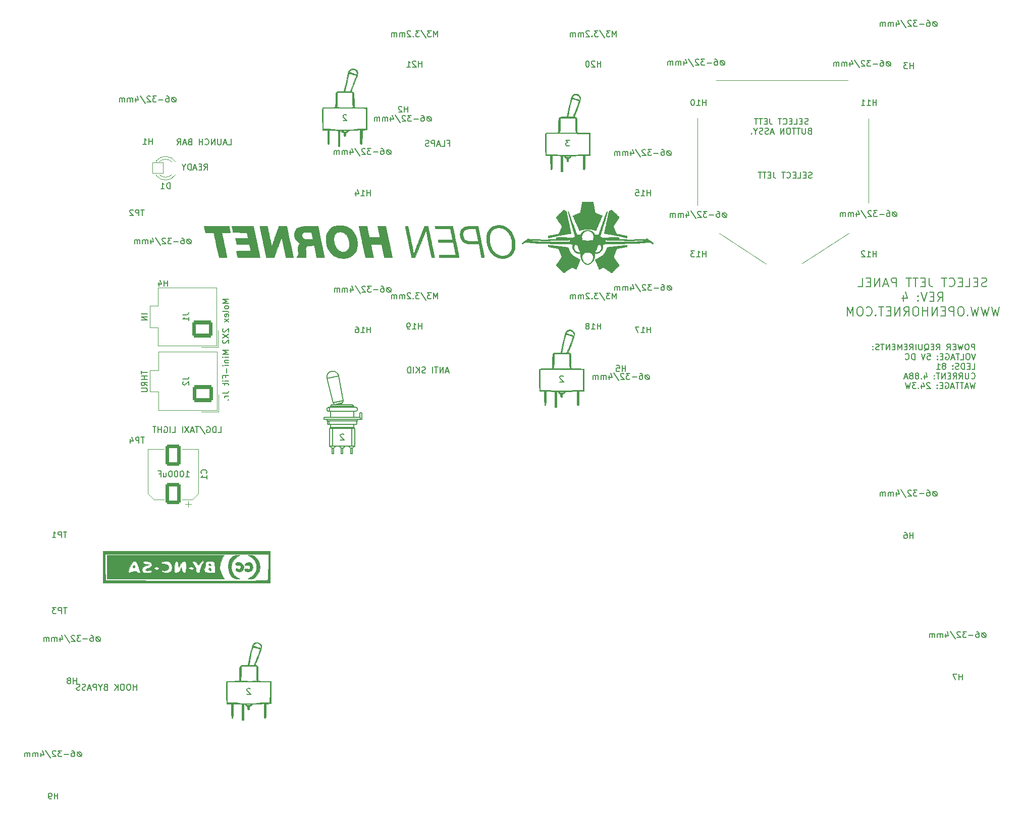
<source format=gbr>
%TF.GenerationSoftware,KiCad,Pcbnew,7.0.1*%
%TF.CreationDate,2023-04-16T02:52:33-08:00*%
%TF.ProjectId,SELECT JETT PANEL,53454c45-4354-4204-9a45-54542050414e,4*%
%TF.SameCoordinates,Original*%
%TF.FileFunction,Legend,Bot*%
%TF.FilePolarity,Positive*%
%FSLAX46Y46*%
G04 Gerber Fmt 4.6, Leading zero omitted, Abs format (unit mm)*
G04 Created by KiCad (PCBNEW 7.0.1) date 2023-04-16 02:52:33*
%MOMM*%
%LPD*%
G01*
G04 APERTURE LIST*
G04 Aperture macros list*
%AMRoundRect*
0 Rectangle with rounded corners*
0 $1 Rounding radius*
0 $2 $3 $4 $5 $6 $7 $8 $9 X,Y pos of 4 corners*
0 Add a 4 corners polygon primitive as box body*
4,1,4,$2,$3,$4,$5,$6,$7,$8,$9,$2,$3,0*
0 Add four circle primitives for the rounded corners*
1,1,$1+$1,$2,$3*
1,1,$1+$1,$4,$5*
1,1,$1+$1,$6,$7*
1,1,$1+$1,$8,$9*
0 Add four rect primitives between the rounded corners*
20,1,$1+$1,$2,$3,$4,$5,0*
20,1,$1+$1,$4,$5,$6,$7,0*
20,1,$1+$1,$6,$7,$8,$9,0*
20,1,$1+$1,$8,$9,$2,$3,0*%
G04 Aperture macros list end*
%ADD10C,0.120000*%
%ADD11C,0.150000*%
%ADD12C,0.200000*%
%ADD13C,0.010000*%
%ADD14C,3.300000*%
%ADD15C,4.400000*%
%ADD16C,12.800000*%
%ADD17C,3.672000*%
%ADD18C,1.600000*%
%ADD19RoundRect,0.300000X1.000000X-1.500000X1.000000X1.500000X-1.000000X1.500000X-1.000000X-1.500000X0*%
%ADD20RoundRect,0.050000X-0.900000X-0.900000X0.900000X-0.900000X0.900000X0.900000X-0.900000X0.900000X0*%
%ADD21C,1.900000*%
%ADD22RoundRect,0.300001X1.399999X-1.099999X1.399999X1.099999X-1.399999X1.099999X-1.399999X-1.099999X0*%
%ADD23O,3.400000X2.800000*%
G04 APERTURE END LIST*
D10*
X190980000Y-74050000D02*
X183090000Y-68870000D01*
X186900000Y-43220000D02*
X187670000Y-43220000D01*
X186900000Y-43220000D02*
X182630000Y-43220000D01*
X179500000Y-64240000D02*
X179510000Y-49590000D01*
X204870000Y-68900000D02*
X196970000Y-73990000D01*
X208170000Y-49670000D02*
X208160000Y-63800000D01*
X187670000Y-43220000D02*
X204740000Y-43230000D01*
D11*
X96700000Y-58262619D02*
X97033333Y-57786428D01*
X97271428Y-58262619D02*
X97271428Y-57262619D01*
X97271428Y-57262619D02*
X96890476Y-57262619D01*
X96890476Y-57262619D02*
X96795238Y-57310238D01*
X96795238Y-57310238D02*
X96747619Y-57357857D01*
X96747619Y-57357857D02*
X96700000Y-57453095D01*
X96700000Y-57453095D02*
X96700000Y-57595952D01*
X96700000Y-57595952D02*
X96747619Y-57691190D01*
X96747619Y-57691190D02*
X96795238Y-57738809D01*
X96795238Y-57738809D02*
X96890476Y-57786428D01*
X96890476Y-57786428D02*
X97271428Y-57786428D01*
X96271428Y-57738809D02*
X95938095Y-57738809D01*
X95795238Y-58262619D02*
X96271428Y-58262619D01*
X96271428Y-58262619D02*
X96271428Y-57262619D01*
X96271428Y-57262619D02*
X95795238Y-57262619D01*
X95414285Y-57976904D02*
X94938095Y-57976904D01*
X95509523Y-58262619D02*
X95176190Y-57262619D01*
X95176190Y-57262619D02*
X94842857Y-58262619D01*
X94509523Y-58262619D02*
X94509523Y-57262619D01*
X94509523Y-57262619D02*
X94271428Y-57262619D01*
X94271428Y-57262619D02*
X94128571Y-57310238D01*
X94128571Y-57310238D02*
X94033333Y-57405476D01*
X94033333Y-57405476D02*
X93985714Y-57500714D01*
X93985714Y-57500714D02*
X93938095Y-57691190D01*
X93938095Y-57691190D02*
X93938095Y-57834047D01*
X93938095Y-57834047D02*
X93985714Y-58024523D01*
X93985714Y-58024523D02*
X94033333Y-58119761D01*
X94033333Y-58119761D02*
X94128571Y-58215000D01*
X94128571Y-58215000D02*
X94271428Y-58262619D01*
X94271428Y-58262619D02*
X94509523Y-58262619D01*
X93319047Y-57786428D02*
X93319047Y-58262619D01*
X93652380Y-57262619D02*
X93319047Y-57786428D01*
X93319047Y-57786428D02*
X92985714Y-57262619D01*
X100812619Y-79947619D02*
X99812619Y-79947619D01*
X99812619Y-79947619D02*
X100526904Y-80280952D01*
X100526904Y-80280952D02*
X99812619Y-80614285D01*
X99812619Y-80614285D02*
X100812619Y-80614285D01*
X100812619Y-81233333D02*
X100765000Y-81138095D01*
X100765000Y-81138095D02*
X100717380Y-81090476D01*
X100717380Y-81090476D02*
X100622142Y-81042857D01*
X100622142Y-81042857D02*
X100336428Y-81042857D01*
X100336428Y-81042857D02*
X100241190Y-81090476D01*
X100241190Y-81090476D02*
X100193571Y-81138095D01*
X100193571Y-81138095D02*
X100145952Y-81233333D01*
X100145952Y-81233333D02*
X100145952Y-81376190D01*
X100145952Y-81376190D02*
X100193571Y-81471428D01*
X100193571Y-81471428D02*
X100241190Y-81519047D01*
X100241190Y-81519047D02*
X100336428Y-81566666D01*
X100336428Y-81566666D02*
X100622142Y-81566666D01*
X100622142Y-81566666D02*
X100717380Y-81519047D01*
X100717380Y-81519047D02*
X100765000Y-81471428D01*
X100765000Y-81471428D02*
X100812619Y-81376190D01*
X100812619Y-81376190D02*
X100812619Y-81233333D01*
X100812619Y-82138095D02*
X100765000Y-82042857D01*
X100765000Y-82042857D02*
X100669761Y-81995238D01*
X100669761Y-81995238D02*
X99812619Y-81995238D01*
X100765000Y-82900000D02*
X100812619Y-82804762D01*
X100812619Y-82804762D02*
X100812619Y-82614286D01*
X100812619Y-82614286D02*
X100765000Y-82519048D01*
X100765000Y-82519048D02*
X100669761Y-82471429D01*
X100669761Y-82471429D02*
X100288809Y-82471429D01*
X100288809Y-82471429D02*
X100193571Y-82519048D01*
X100193571Y-82519048D02*
X100145952Y-82614286D01*
X100145952Y-82614286D02*
X100145952Y-82804762D01*
X100145952Y-82804762D02*
X100193571Y-82900000D01*
X100193571Y-82900000D02*
X100288809Y-82947619D01*
X100288809Y-82947619D02*
X100384047Y-82947619D01*
X100384047Y-82947619D02*
X100479285Y-82471429D01*
X100812619Y-83280953D02*
X100145952Y-83804762D01*
X100145952Y-83280953D02*
X100812619Y-83804762D01*
X99907857Y-84900001D02*
X99860238Y-84947620D01*
X99860238Y-84947620D02*
X99812619Y-85042858D01*
X99812619Y-85042858D02*
X99812619Y-85280953D01*
X99812619Y-85280953D02*
X99860238Y-85376191D01*
X99860238Y-85376191D02*
X99907857Y-85423810D01*
X99907857Y-85423810D02*
X100003095Y-85471429D01*
X100003095Y-85471429D02*
X100098333Y-85471429D01*
X100098333Y-85471429D02*
X100241190Y-85423810D01*
X100241190Y-85423810D02*
X100812619Y-84852382D01*
X100812619Y-84852382D02*
X100812619Y-85471429D01*
X99812619Y-85804763D02*
X100812619Y-86471429D01*
X99812619Y-86471429D02*
X100812619Y-85804763D01*
X99907857Y-86804763D02*
X99860238Y-86852382D01*
X99860238Y-86852382D02*
X99812619Y-86947620D01*
X99812619Y-86947620D02*
X99812619Y-87185715D01*
X99812619Y-87185715D02*
X99860238Y-87280953D01*
X99860238Y-87280953D02*
X99907857Y-87328572D01*
X99907857Y-87328572D02*
X100003095Y-87376191D01*
X100003095Y-87376191D02*
X100098333Y-87376191D01*
X100098333Y-87376191D02*
X100241190Y-87328572D01*
X100241190Y-87328572D02*
X100812619Y-86757144D01*
X100812619Y-86757144D02*
X100812619Y-87376191D01*
X100812619Y-88566668D02*
X99812619Y-88566668D01*
X99812619Y-88566668D02*
X100526904Y-88900001D01*
X100526904Y-88900001D02*
X99812619Y-89233334D01*
X99812619Y-89233334D02*
X100812619Y-89233334D01*
X100812619Y-89709525D02*
X100145952Y-89709525D01*
X99812619Y-89709525D02*
X99860238Y-89661906D01*
X99860238Y-89661906D02*
X99907857Y-89709525D01*
X99907857Y-89709525D02*
X99860238Y-89757144D01*
X99860238Y-89757144D02*
X99812619Y-89709525D01*
X99812619Y-89709525D02*
X99907857Y-89709525D01*
X100145952Y-90185715D02*
X100812619Y-90185715D01*
X100241190Y-90185715D02*
X100193571Y-90233334D01*
X100193571Y-90233334D02*
X100145952Y-90328572D01*
X100145952Y-90328572D02*
X100145952Y-90471429D01*
X100145952Y-90471429D02*
X100193571Y-90566667D01*
X100193571Y-90566667D02*
X100288809Y-90614286D01*
X100288809Y-90614286D02*
X100812619Y-90614286D01*
X100812619Y-91090477D02*
X100145952Y-91090477D01*
X99812619Y-91090477D02*
X99860238Y-91042858D01*
X99860238Y-91042858D02*
X99907857Y-91090477D01*
X99907857Y-91090477D02*
X99860238Y-91138096D01*
X99860238Y-91138096D02*
X99812619Y-91090477D01*
X99812619Y-91090477D02*
X99907857Y-91090477D01*
X100431666Y-91566667D02*
X100431666Y-92328572D01*
X100288809Y-93138095D02*
X100288809Y-92804762D01*
X100812619Y-92804762D02*
X99812619Y-92804762D01*
X99812619Y-92804762D02*
X99812619Y-93280952D01*
X100812619Y-93661905D02*
X100145952Y-93661905D01*
X99812619Y-93661905D02*
X99860238Y-93614286D01*
X99860238Y-93614286D02*
X99907857Y-93661905D01*
X99907857Y-93661905D02*
X99860238Y-93709524D01*
X99860238Y-93709524D02*
X99812619Y-93661905D01*
X99812619Y-93661905D02*
X99907857Y-93661905D01*
X100145952Y-93995238D02*
X100145952Y-94376190D01*
X99812619Y-94138095D02*
X100669761Y-94138095D01*
X100669761Y-94138095D02*
X100765000Y-94185714D01*
X100765000Y-94185714D02*
X100812619Y-94280952D01*
X100812619Y-94280952D02*
X100812619Y-94376190D01*
X99812619Y-95757143D02*
X100526904Y-95757143D01*
X100526904Y-95757143D02*
X100669761Y-95709524D01*
X100669761Y-95709524D02*
X100765000Y-95614286D01*
X100765000Y-95614286D02*
X100812619Y-95471429D01*
X100812619Y-95471429D02*
X100812619Y-95376191D01*
X100812619Y-96233334D02*
X100145952Y-96233334D01*
X100336428Y-96233334D02*
X100241190Y-96280953D01*
X100241190Y-96280953D02*
X100193571Y-96328572D01*
X100193571Y-96328572D02*
X100145952Y-96423810D01*
X100145952Y-96423810D02*
X100145952Y-96519048D01*
X100717380Y-96852382D02*
X100765000Y-96900001D01*
X100765000Y-96900001D02*
X100812619Y-96852382D01*
X100812619Y-96852382D02*
X100765000Y-96804763D01*
X100765000Y-96804763D02*
X100717380Y-96852382D01*
X100717380Y-96852382D02*
X100812619Y-96852382D01*
X198032381Y-50585000D02*
X197889524Y-50632619D01*
X197889524Y-50632619D02*
X197651429Y-50632619D01*
X197651429Y-50632619D02*
X197556191Y-50585000D01*
X197556191Y-50585000D02*
X197508572Y-50537380D01*
X197508572Y-50537380D02*
X197460953Y-50442142D01*
X197460953Y-50442142D02*
X197460953Y-50346904D01*
X197460953Y-50346904D02*
X197508572Y-50251666D01*
X197508572Y-50251666D02*
X197556191Y-50204047D01*
X197556191Y-50204047D02*
X197651429Y-50156428D01*
X197651429Y-50156428D02*
X197841905Y-50108809D01*
X197841905Y-50108809D02*
X197937143Y-50061190D01*
X197937143Y-50061190D02*
X197984762Y-50013571D01*
X197984762Y-50013571D02*
X198032381Y-49918333D01*
X198032381Y-49918333D02*
X198032381Y-49823095D01*
X198032381Y-49823095D02*
X197984762Y-49727857D01*
X197984762Y-49727857D02*
X197937143Y-49680238D01*
X197937143Y-49680238D02*
X197841905Y-49632619D01*
X197841905Y-49632619D02*
X197603810Y-49632619D01*
X197603810Y-49632619D02*
X197460953Y-49680238D01*
X197032381Y-50108809D02*
X196699048Y-50108809D01*
X196556191Y-50632619D02*
X197032381Y-50632619D01*
X197032381Y-50632619D02*
X197032381Y-49632619D01*
X197032381Y-49632619D02*
X196556191Y-49632619D01*
X195651429Y-50632619D02*
X196127619Y-50632619D01*
X196127619Y-50632619D02*
X196127619Y-49632619D01*
X195318095Y-50108809D02*
X194984762Y-50108809D01*
X194841905Y-50632619D02*
X195318095Y-50632619D01*
X195318095Y-50632619D02*
X195318095Y-49632619D01*
X195318095Y-49632619D02*
X194841905Y-49632619D01*
X193841905Y-50537380D02*
X193889524Y-50585000D01*
X193889524Y-50585000D02*
X194032381Y-50632619D01*
X194032381Y-50632619D02*
X194127619Y-50632619D01*
X194127619Y-50632619D02*
X194270476Y-50585000D01*
X194270476Y-50585000D02*
X194365714Y-50489761D01*
X194365714Y-50489761D02*
X194413333Y-50394523D01*
X194413333Y-50394523D02*
X194460952Y-50204047D01*
X194460952Y-50204047D02*
X194460952Y-50061190D01*
X194460952Y-50061190D02*
X194413333Y-49870714D01*
X194413333Y-49870714D02*
X194365714Y-49775476D01*
X194365714Y-49775476D02*
X194270476Y-49680238D01*
X194270476Y-49680238D02*
X194127619Y-49632619D01*
X194127619Y-49632619D02*
X194032381Y-49632619D01*
X194032381Y-49632619D02*
X193889524Y-49680238D01*
X193889524Y-49680238D02*
X193841905Y-49727857D01*
X193556190Y-49632619D02*
X192984762Y-49632619D01*
X193270476Y-50632619D02*
X193270476Y-49632619D01*
X191603809Y-49632619D02*
X191603809Y-50346904D01*
X191603809Y-50346904D02*
X191651428Y-50489761D01*
X191651428Y-50489761D02*
X191746666Y-50585000D01*
X191746666Y-50585000D02*
X191889523Y-50632619D01*
X191889523Y-50632619D02*
X191984761Y-50632619D01*
X191127618Y-50108809D02*
X190794285Y-50108809D01*
X190651428Y-50632619D02*
X191127618Y-50632619D01*
X191127618Y-50632619D02*
X191127618Y-49632619D01*
X191127618Y-49632619D02*
X190651428Y-49632619D01*
X190365713Y-49632619D02*
X189794285Y-49632619D01*
X190079999Y-50632619D02*
X190079999Y-49632619D01*
X189603808Y-49632619D02*
X189032380Y-49632619D01*
X189318094Y-50632619D02*
X189318094Y-49632619D01*
X198270476Y-51728809D02*
X198127619Y-51776428D01*
X198127619Y-51776428D02*
X198080000Y-51824047D01*
X198080000Y-51824047D02*
X198032381Y-51919285D01*
X198032381Y-51919285D02*
X198032381Y-52062142D01*
X198032381Y-52062142D02*
X198080000Y-52157380D01*
X198080000Y-52157380D02*
X198127619Y-52205000D01*
X198127619Y-52205000D02*
X198222857Y-52252619D01*
X198222857Y-52252619D02*
X198603809Y-52252619D01*
X198603809Y-52252619D02*
X198603809Y-51252619D01*
X198603809Y-51252619D02*
X198270476Y-51252619D01*
X198270476Y-51252619D02*
X198175238Y-51300238D01*
X198175238Y-51300238D02*
X198127619Y-51347857D01*
X198127619Y-51347857D02*
X198080000Y-51443095D01*
X198080000Y-51443095D02*
X198080000Y-51538333D01*
X198080000Y-51538333D02*
X198127619Y-51633571D01*
X198127619Y-51633571D02*
X198175238Y-51681190D01*
X198175238Y-51681190D02*
X198270476Y-51728809D01*
X198270476Y-51728809D02*
X198603809Y-51728809D01*
X197603809Y-51252619D02*
X197603809Y-52062142D01*
X197603809Y-52062142D02*
X197556190Y-52157380D01*
X197556190Y-52157380D02*
X197508571Y-52205000D01*
X197508571Y-52205000D02*
X197413333Y-52252619D01*
X197413333Y-52252619D02*
X197222857Y-52252619D01*
X197222857Y-52252619D02*
X197127619Y-52205000D01*
X197127619Y-52205000D02*
X197080000Y-52157380D01*
X197080000Y-52157380D02*
X197032381Y-52062142D01*
X197032381Y-52062142D02*
X197032381Y-51252619D01*
X196699047Y-51252619D02*
X196127619Y-51252619D01*
X196413333Y-52252619D02*
X196413333Y-51252619D01*
X195937142Y-51252619D02*
X195365714Y-51252619D01*
X195651428Y-52252619D02*
X195651428Y-51252619D01*
X194841904Y-51252619D02*
X194651428Y-51252619D01*
X194651428Y-51252619D02*
X194556190Y-51300238D01*
X194556190Y-51300238D02*
X194460952Y-51395476D01*
X194460952Y-51395476D02*
X194413333Y-51585952D01*
X194413333Y-51585952D02*
X194413333Y-51919285D01*
X194413333Y-51919285D02*
X194460952Y-52109761D01*
X194460952Y-52109761D02*
X194556190Y-52205000D01*
X194556190Y-52205000D02*
X194651428Y-52252619D01*
X194651428Y-52252619D02*
X194841904Y-52252619D01*
X194841904Y-52252619D02*
X194937142Y-52205000D01*
X194937142Y-52205000D02*
X195032380Y-52109761D01*
X195032380Y-52109761D02*
X195079999Y-51919285D01*
X195079999Y-51919285D02*
X195079999Y-51585952D01*
X195079999Y-51585952D02*
X195032380Y-51395476D01*
X195032380Y-51395476D02*
X194937142Y-51300238D01*
X194937142Y-51300238D02*
X194841904Y-51252619D01*
X193984761Y-52252619D02*
X193984761Y-51252619D01*
X193984761Y-51252619D02*
X193413333Y-52252619D01*
X193413333Y-52252619D02*
X193413333Y-51252619D01*
X192222856Y-51966904D02*
X191746666Y-51966904D01*
X192318094Y-52252619D02*
X191984761Y-51252619D01*
X191984761Y-51252619D02*
X191651428Y-52252619D01*
X191365713Y-52205000D02*
X191222856Y-52252619D01*
X191222856Y-52252619D02*
X190984761Y-52252619D01*
X190984761Y-52252619D02*
X190889523Y-52205000D01*
X190889523Y-52205000D02*
X190841904Y-52157380D01*
X190841904Y-52157380D02*
X190794285Y-52062142D01*
X190794285Y-52062142D02*
X190794285Y-51966904D01*
X190794285Y-51966904D02*
X190841904Y-51871666D01*
X190841904Y-51871666D02*
X190889523Y-51824047D01*
X190889523Y-51824047D02*
X190984761Y-51776428D01*
X190984761Y-51776428D02*
X191175237Y-51728809D01*
X191175237Y-51728809D02*
X191270475Y-51681190D01*
X191270475Y-51681190D02*
X191318094Y-51633571D01*
X191318094Y-51633571D02*
X191365713Y-51538333D01*
X191365713Y-51538333D02*
X191365713Y-51443095D01*
X191365713Y-51443095D02*
X191318094Y-51347857D01*
X191318094Y-51347857D02*
X191270475Y-51300238D01*
X191270475Y-51300238D02*
X191175237Y-51252619D01*
X191175237Y-51252619D02*
X190937142Y-51252619D01*
X190937142Y-51252619D02*
X190794285Y-51300238D01*
X190413332Y-52205000D02*
X190270475Y-52252619D01*
X190270475Y-52252619D02*
X190032380Y-52252619D01*
X190032380Y-52252619D02*
X189937142Y-52205000D01*
X189937142Y-52205000D02*
X189889523Y-52157380D01*
X189889523Y-52157380D02*
X189841904Y-52062142D01*
X189841904Y-52062142D02*
X189841904Y-51966904D01*
X189841904Y-51966904D02*
X189889523Y-51871666D01*
X189889523Y-51871666D02*
X189937142Y-51824047D01*
X189937142Y-51824047D02*
X190032380Y-51776428D01*
X190032380Y-51776428D02*
X190222856Y-51728809D01*
X190222856Y-51728809D02*
X190318094Y-51681190D01*
X190318094Y-51681190D02*
X190365713Y-51633571D01*
X190365713Y-51633571D02*
X190413332Y-51538333D01*
X190413332Y-51538333D02*
X190413332Y-51443095D01*
X190413332Y-51443095D02*
X190365713Y-51347857D01*
X190365713Y-51347857D02*
X190318094Y-51300238D01*
X190318094Y-51300238D02*
X190222856Y-51252619D01*
X190222856Y-51252619D02*
X189984761Y-51252619D01*
X189984761Y-51252619D02*
X189841904Y-51300238D01*
X189222856Y-51776428D02*
X189222856Y-52252619D01*
X189556189Y-51252619D02*
X189222856Y-51776428D01*
X189222856Y-51776428D02*
X188889523Y-51252619D01*
X188556189Y-52157380D02*
X188508570Y-52205000D01*
X188508570Y-52205000D02*
X188556189Y-52252619D01*
X188556189Y-52252619D02*
X188603808Y-52205000D01*
X188603808Y-52205000D02*
X188556189Y-52157380D01*
X188556189Y-52157380D02*
X188556189Y-52252619D01*
X137556666Y-53786809D02*
X137889999Y-53786809D01*
X137889999Y-54310619D02*
X137889999Y-53310619D01*
X137889999Y-53310619D02*
X137413809Y-53310619D01*
X136556666Y-54310619D02*
X137032856Y-54310619D01*
X137032856Y-54310619D02*
X137032856Y-53310619D01*
X136270951Y-54024904D02*
X135794761Y-54024904D01*
X136366189Y-54310619D02*
X136032856Y-53310619D01*
X136032856Y-53310619D02*
X135699523Y-54310619D01*
X135366189Y-54310619D02*
X135366189Y-53310619D01*
X135366189Y-53310619D02*
X134985237Y-53310619D01*
X134985237Y-53310619D02*
X134889999Y-53358238D01*
X134889999Y-53358238D02*
X134842380Y-53405857D01*
X134842380Y-53405857D02*
X134794761Y-53501095D01*
X134794761Y-53501095D02*
X134794761Y-53643952D01*
X134794761Y-53643952D02*
X134842380Y-53739190D01*
X134842380Y-53739190D02*
X134889999Y-53786809D01*
X134889999Y-53786809D02*
X134985237Y-53834428D01*
X134985237Y-53834428D02*
X135366189Y-53834428D01*
X134413808Y-54263000D02*
X134270951Y-54310619D01*
X134270951Y-54310619D02*
X134032856Y-54310619D01*
X134032856Y-54310619D02*
X133937618Y-54263000D01*
X133937618Y-54263000D02*
X133889999Y-54215380D01*
X133889999Y-54215380D02*
X133842380Y-54120142D01*
X133842380Y-54120142D02*
X133842380Y-54024904D01*
X133842380Y-54024904D02*
X133889999Y-53929666D01*
X133889999Y-53929666D02*
X133937618Y-53882047D01*
X133937618Y-53882047D02*
X134032856Y-53834428D01*
X134032856Y-53834428D02*
X134223332Y-53786809D01*
X134223332Y-53786809D02*
X134318570Y-53739190D01*
X134318570Y-53739190D02*
X134366189Y-53691571D01*
X134366189Y-53691571D02*
X134413808Y-53596333D01*
X134413808Y-53596333D02*
X134413808Y-53501095D01*
X134413808Y-53501095D02*
X134366189Y-53405857D01*
X134366189Y-53405857D02*
X134318570Y-53358238D01*
X134318570Y-53358238D02*
X134223332Y-53310619D01*
X134223332Y-53310619D02*
X133985237Y-53310619D01*
X133985237Y-53310619D02*
X133842380Y-53358238D01*
X99026666Y-102352619D02*
X99502856Y-102352619D01*
X99502856Y-102352619D02*
X99502856Y-101352619D01*
X98693332Y-102352619D02*
X98693332Y-101352619D01*
X98693332Y-101352619D02*
X98455237Y-101352619D01*
X98455237Y-101352619D02*
X98312380Y-101400238D01*
X98312380Y-101400238D02*
X98217142Y-101495476D01*
X98217142Y-101495476D02*
X98169523Y-101590714D01*
X98169523Y-101590714D02*
X98121904Y-101781190D01*
X98121904Y-101781190D02*
X98121904Y-101924047D01*
X98121904Y-101924047D02*
X98169523Y-102114523D01*
X98169523Y-102114523D02*
X98217142Y-102209761D01*
X98217142Y-102209761D02*
X98312380Y-102305000D01*
X98312380Y-102305000D02*
X98455237Y-102352619D01*
X98455237Y-102352619D02*
X98693332Y-102352619D01*
X97169523Y-101400238D02*
X97264761Y-101352619D01*
X97264761Y-101352619D02*
X97407618Y-101352619D01*
X97407618Y-101352619D02*
X97550475Y-101400238D01*
X97550475Y-101400238D02*
X97645713Y-101495476D01*
X97645713Y-101495476D02*
X97693332Y-101590714D01*
X97693332Y-101590714D02*
X97740951Y-101781190D01*
X97740951Y-101781190D02*
X97740951Y-101924047D01*
X97740951Y-101924047D02*
X97693332Y-102114523D01*
X97693332Y-102114523D02*
X97645713Y-102209761D01*
X97645713Y-102209761D02*
X97550475Y-102305000D01*
X97550475Y-102305000D02*
X97407618Y-102352619D01*
X97407618Y-102352619D02*
X97312380Y-102352619D01*
X97312380Y-102352619D02*
X97169523Y-102305000D01*
X97169523Y-102305000D02*
X97121904Y-102257380D01*
X97121904Y-102257380D02*
X97121904Y-101924047D01*
X97121904Y-101924047D02*
X97312380Y-101924047D01*
X95979047Y-101305000D02*
X96836189Y-102590714D01*
X95788570Y-101352619D02*
X95217142Y-101352619D01*
X95502856Y-102352619D02*
X95502856Y-101352619D01*
X94931427Y-102066904D02*
X94455237Y-102066904D01*
X95026665Y-102352619D02*
X94693332Y-101352619D01*
X94693332Y-101352619D02*
X94359999Y-102352619D01*
X94121903Y-101352619D02*
X93455237Y-102352619D01*
X93455237Y-101352619D02*
X94121903Y-102352619D01*
X93074284Y-102352619D02*
X93074284Y-101352619D01*
X91359999Y-102352619D02*
X91836189Y-102352619D01*
X91836189Y-102352619D02*
X91836189Y-101352619D01*
X91026665Y-102352619D02*
X91026665Y-101352619D01*
X90026666Y-101400238D02*
X90121904Y-101352619D01*
X90121904Y-101352619D02*
X90264761Y-101352619D01*
X90264761Y-101352619D02*
X90407618Y-101400238D01*
X90407618Y-101400238D02*
X90502856Y-101495476D01*
X90502856Y-101495476D02*
X90550475Y-101590714D01*
X90550475Y-101590714D02*
X90598094Y-101781190D01*
X90598094Y-101781190D02*
X90598094Y-101924047D01*
X90598094Y-101924047D02*
X90550475Y-102114523D01*
X90550475Y-102114523D02*
X90502856Y-102209761D01*
X90502856Y-102209761D02*
X90407618Y-102305000D01*
X90407618Y-102305000D02*
X90264761Y-102352619D01*
X90264761Y-102352619D02*
X90169523Y-102352619D01*
X90169523Y-102352619D02*
X90026666Y-102305000D01*
X90026666Y-102305000D02*
X89979047Y-102257380D01*
X89979047Y-102257380D02*
X89979047Y-101924047D01*
X89979047Y-101924047D02*
X90169523Y-101924047D01*
X89550475Y-102352619D02*
X89550475Y-101352619D01*
X89550475Y-101828809D02*
X88979047Y-101828809D01*
X88979047Y-102352619D02*
X88979047Y-101352619D01*
X88645713Y-101352619D02*
X88074285Y-101352619D01*
X88359999Y-102352619D02*
X88359999Y-101352619D01*
X87162619Y-82426191D02*
X86162619Y-82426191D01*
X87162619Y-82902381D02*
X86162619Y-82902381D01*
X86162619Y-82902381D02*
X87162619Y-83473809D01*
X87162619Y-83473809D02*
X86162619Y-83473809D01*
X225971904Y-88482619D02*
X225971904Y-87482619D01*
X225971904Y-87482619D02*
X225590952Y-87482619D01*
X225590952Y-87482619D02*
X225495714Y-87530238D01*
X225495714Y-87530238D02*
X225448095Y-87577857D01*
X225448095Y-87577857D02*
X225400476Y-87673095D01*
X225400476Y-87673095D02*
X225400476Y-87815952D01*
X225400476Y-87815952D02*
X225448095Y-87911190D01*
X225448095Y-87911190D02*
X225495714Y-87958809D01*
X225495714Y-87958809D02*
X225590952Y-88006428D01*
X225590952Y-88006428D02*
X225971904Y-88006428D01*
X224781428Y-87482619D02*
X224590952Y-87482619D01*
X224590952Y-87482619D02*
X224495714Y-87530238D01*
X224495714Y-87530238D02*
X224400476Y-87625476D01*
X224400476Y-87625476D02*
X224352857Y-87815952D01*
X224352857Y-87815952D02*
X224352857Y-88149285D01*
X224352857Y-88149285D02*
X224400476Y-88339761D01*
X224400476Y-88339761D02*
X224495714Y-88435000D01*
X224495714Y-88435000D02*
X224590952Y-88482619D01*
X224590952Y-88482619D02*
X224781428Y-88482619D01*
X224781428Y-88482619D02*
X224876666Y-88435000D01*
X224876666Y-88435000D02*
X224971904Y-88339761D01*
X224971904Y-88339761D02*
X225019523Y-88149285D01*
X225019523Y-88149285D02*
X225019523Y-87815952D01*
X225019523Y-87815952D02*
X224971904Y-87625476D01*
X224971904Y-87625476D02*
X224876666Y-87530238D01*
X224876666Y-87530238D02*
X224781428Y-87482619D01*
X224019523Y-87482619D02*
X223781428Y-88482619D01*
X223781428Y-88482619D02*
X223590952Y-87768333D01*
X223590952Y-87768333D02*
X223400476Y-88482619D01*
X223400476Y-88482619D02*
X223162381Y-87482619D01*
X222781428Y-87958809D02*
X222448095Y-87958809D01*
X222305238Y-88482619D02*
X222781428Y-88482619D01*
X222781428Y-88482619D02*
X222781428Y-87482619D01*
X222781428Y-87482619D02*
X222305238Y-87482619D01*
X221305238Y-88482619D02*
X221638571Y-88006428D01*
X221876666Y-88482619D02*
X221876666Y-87482619D01*
X221876666Y-87482619D02*
X221495714Y-87482619D01*
X221495714Y-87482619D02*
X221400476Y-87530238D01*
X221400476Y-87530238D02*
X221352857Y-87577857D01*
X221352857Y-87577857D02*
X221305238Y-87673095D01*
X221305238Y-87673095D02*
X221305238Y-87815952D01*
X221305238Y-87815952D02*
X221352857Y-87911190D01*
X221352857Y-87911190D02*
X221400476Y-87958809D01*
X221400476Y-87958809D02*
X221495714Y-88006428D01*
X221495714Y-88006428D02*
X221876666Y-88006428D01*
X219543333Y-88482619D02*
X219876666Y-88006428D01*
X220114761Y-88482619D02*
X220114761Y-87482619D01*
X220114761Y-87482619D02*
X219733809Y-87482619D01*
X219733809Y-87482619D02*
X219638571Y-87530238D01*
X219638571Y-87530238D02*
X219590952Y-87577857D01*
X219590952Y-87577857D02*
X219543333Y-87673095D01*
X219543333Y-87673095D02*
X219543333Y-87815952D01*
X219543333Y-87815952D02*
X219590952Y-87911190D01*
X219590952Y-87911190D02*
X219638571Y-87958809D01*
X219638571Y-87958809D02*
X219733809Y-88006428D01*
X219733809Y-88006428D02*
X220114761Y-88006428D01*
X219114761Y-87958809D02*
X218781428Y-87958809D01*
X218638571Y-88482619D02*
X219114761Y-88482619D01*
X219114761Y-88482619D02*
X219114761Y-87482619D01*
X219114761Y-87482619D02*
X218638571Y-87482619D01*
X217543333Y-88577857D02*
X217638571Y-88530238D01*
X217638571Y-88530238D02*
X217733809Y-88435000D01*
X217733809Y-88435000D02*
X217876666Y-88292142D01*
X217876666Y-88292142D02*
X217971904Y-88244523D01*
X217971904Y-88244523D02*
X218067142Y-88244523D01*
X218019523Y-88482619D02*
X218114761Y-88435000D01*
X218114761Y-88435000D02*
X218209999Y-88339761D01*
X218209999Y-88339761D02*
X218257618Y-88149285D01*
X218257618Y-88149285D02*
X218257618Y-87815952D01*
X218257618Y-87815952D02*
X218209999Y-87625476D01*
X218209999Y-87625476D02*
X218114761Y-87530238D01*
X218114761Y-87530238D02*
X218019523Y-87482619D01*
X218019523Y-87482619D02*
X217829047Y-87482619D01*
X217829047Y-87482619D02*
X217733809Y-87530238D01*
X217733809Y-87530238D02*
X217638571Y-87625476D01*
X217638571Y-87625476D02*
X217590952Y-87815952D01*
X217590952Y-87815952D02*
X217590952Y-88149285D01*
X217590952Y-88149285D02*
X217638571Y-88339761D01*
X217638571Y-88339761D02*
X217733809Y-88435000D01*
X217733809Y-88435000D02*
X217829047Y-88482619D01*
X217829047Y-88482619D02*
X218019523Y-88482619D01*
X217162380Y-87482619D02*
X217162380Y-88292142D01*
X217162380Y-88292142D02*
X217114761Y-88387380D01*
X217114761Y-88387380D02*
X217067142Y-88435000D01*
X217067142Y-88435000D02*
X216971904Y-88482619D01*
X216971904Y-88482619D02*
X216781428Y-88482619D01*
X216781428Y-88482619D02*
X216686190Y-88435000D01*
X216686190Y-88435000D02*
X216638571Y-88387380D01*
X216638571Y-88387380D02*
X216590952Y-88292142D01*
X216590952Y-88292142D02*
X216590952Y-87482619D01*
X216114761Y-88482619D02*
X216114761Y-87482619D01*
X215067143Y-88482619D02*
X215400476Y-88006428D01*
X215638571Y-88482619D02*
X215638571Y-87482619D01*
X215638571Y-87482619D02*
X215257619Y-87482619D01*
X215257619Y-87482619D02*
X215162381Y-87530238D01*
X215162381Y-87530238D02*
X215114762Y-87577857D01*
X215114762Y-87577857D02*
X215067143Y-87673095D01*
X215067143Y-87673095D02*
X215067143Y-87815952D01*
X215067143Y-87815952D02*
X215114762Y-87911190D01*
X215114762Y-87911190D02*
X215162381Y-87958809D01*
X215162381Y-87958809D02*
X215257619Y-88006428D01*
X215257619Y-88006428D02*
X215638571Y-88006428D01*
X214638571Y-87958809D02*
X214305238Y-87958809D01*
X214162381Y-88482619D02*
X214638571Y-88482619D01*
X214638571Y-88482619D02*
X214638571Y-87482619D01*
X214638571Y-87482619D02*
X214162381Y-87482619D01*
X213733809Y-88482619D02*
X213733809Y-87482619D01*
X213733809Y-87482619D02*
X213400476Y-88196904D01*
X213400476Y-88196904D02*
X213067143Y-87482619D01*
X213067143Y-87482619D02*
X213067143Y-88482619D01*
X212590952Y-87958809D02*
X212257619Y-87958809D01*
X212114762Y-88482619D02*
X212590952Y-88482619D01*
X212590952Y-88482619D02*
X212590952Y-87482619D01*
X212590952Y-87482619D02*
X212114762Y-87482619D01*
X211686190Y-88482619D02*
X211686190Y-87482619D01*
X211686190Y-87482619D02*
X211114762Y-88482619D01*
X211114762Y-88482619D02*
X211114762Y-87482619D01*
X210781428Y-87482619D02*
X210210000Y-87482619D01*
X210495714Y-88482619D02*
X210495714Y-87482619D01*
X209924285Y-88435000D02*
X209781428Y-88482619D01*
X209781428Y-88482619D02*
X209543333Y-88482619D01*
X209543333Y-88482619D02*
X209448095Y-88435000D01*
X209448095Y-88435000D02*
X209400476Y-88387380D01*
X209400476Y-88387380D02*
X209352857Y-88292142D01*
X209352857Y-88292142D02*
X209352857Y-88196904D01*
X209352857Y-88196904D02*
X209400476Y-88101666D01*
X209400476Y-88101666D02*
X209448095Y-88054047D01*
X209448095Y-88054047D02*
X209543333Y-88006428D01*
X209543333Y-88006428D02*
X209733809Y-87958809D01*
X209733809Y-87958809D02*
X209829047Y-87911190D01*
X209829047Y-87911190D02*
X209876666Y-87863571D01*
X209876666Y-87863571D02*
X209924285Y-87768333D01*
X209924285Y-87768333D02*
X209924285Y-87673095D01*
X209924285Y-87673095D02*
X209876666Y-87577857D01*
X209876666Y-87577857D02*
X209829047Y-87530238D01*
X209829047Y-87530238D02*
X209733809Y-87482619D01*
X209733809Y-87482619D02*
X209495714Y-87482619D01*
X209495714Y-87482619D02*
X209352857Y-87530238D01*
X208924285Y-88387380D02*
X208876666Y-88435000D01*
X208876666Y-88435000D02*
X208924285Y-88482619D01*
X208924285Y-88482619D02*
X208971904Y-88435000D01*
X208971904Y-88435000D02*
X208924285Y-88387380D01*
X208924285Y-88387380D02*
X208924285Y-88482619D01*
X208924285Y-87863571D02*
X208876666Y-87911190D01*
X208876666Y-87911190D02*
X208924285Y-87958809D01*
X208924285Y-87958809D02*
X208971904Y-87911190D01*
X208971904Y-87911190D02*
X208924285Y-87863571D01*
X208924285Y-87863571D02*
X208924285Y-87958809D01*
X226114761Y-89102619D02*
X225781428Y-90102619D01*
X225781428Y-90102619D02*
X225448095Y-89102619D01*
X224924285Y-89102619D02*
X224733809Y-89102619D01*
X224733809Y-89102619D02*
X224638571Y-89150238D01*
X224638571Y-89150238D02*
X224543333Y-89245476D01*
X224543333Y-89245476D02*
X224495714Y-89435952D01*
X224495714Y-89435952D02*
X224495714Y-89769285D01*
X224495714Y-89769285D02*
X224543333Y-89959761D01*
X224543333Y-89959761D02*
X224638571Y-90055000D01*
X224638571Y-90055000D02*
X224733809Y-90102619D01*
X224733809Y-90102619D02*
X224924285Y-90102619D01*
X224924285Y-90102619D02*
X225019523Y-90055000D01*
X225019523Y-90055000D02*
X225114761Y-89959761D01*
X225114761Y-89959761D02*
X225162380Y-89769285D01*
X225162380Y-89769285D02*
X225162380Y-89435952D01*
X225162380Y-89435952D02*
X225114761Y-89245476D01*
X225114761Y-89245476D02*
X225019523Y-89150238D01*
X225019523Y-89150238D02*
X224924285Y-89102619D01*
X223590952Y-90102619D02*
X224067142Y-90102619D01*
X224067142Y-90102619D02*
X224067142Y-89102619D01*
X223400475Y-89102619D02*
X222829047Y-89102619D01*
X223114761Y-90102619D02*
X223114761Y-89102619D01*
X222543332Y-89816904D02*
X222067142Y-89816904D01*
X222638570Y-90102619D02*
X222305237Y-89102619D01*
X222305237Y-89102619D02*
X221971904Y-90102619D01*
X221114761Y-89150238D02*
X221209999Y-89102619D01*
X221209999Y-89102619D02*
X221352856Y-89102619D01*
X221352856Y-89102619D02*
X221495713Y-89150238D01*
X221495713Y-89150238D02*
X221590951Y-89245476D01*
X221590951Y-89245476D02*
X221638570Y-89340714D01*
X221638570Y-89340714D02*
X221686189Y-89531190D01*
X221686189Y-89531190D02*
X221686189Y-89674047D01*
X221686189Y-89674047D02*
X221638570Y-89864523D01*
X221638570Y-89864523D02*
X221590951Y-89959761D01*
X221590951Y-89959761D02*
X221495713Y-90055000D01*
X221495713Y-90055000D02*
X221352856Y-90102619D01*
X221352856Y-90102619D02*
X221257618Y-90102619D01*
X221257618Y-90102619D02*
X221114761Y-90055000D01*
X221114761Y-90055000D02*
X221067142Y-90007380D01*
X221067142Y-90007380D02*
X221067142Y-89674047D01*
X221067142Y-89674047D02*
X221257618Y-89674047D01*
X220638570Y-89578809D02*
X220305237Y-89578809D01*
X220162380Y-90102619D02*
X220638570Y-90102619D01*
X220638570Y-90102619D02*
X220638570Y-89102619D01*
X220638570Y-89102619D02*
X220162380Y-89102619D01*
X219733808Y-90007380D02*
X219686189Y-90055000D01*
X219686189Y-90055000D02*
X219733808Y-90102619D01*
X219733808Y-90102619D02*
X219781427Y-90055000D01*
X219781427Y-90055000D02*
X219733808Y-90007380D01*
X219733808Y-90007380D02*
X219733808Y-90102619D01*
X219733808Y-89483571D02*
X219686189Y-89531190D01*
X219686189Y-89531190D02*
X219733808Y-89578809D01*
X219733808Y-89578809D02*
X219781427Y-89531190D01*
X219781427Y-89531190D02*
X219733808Y-89483571D01*
X219733808Y-89483571D02*
X219733808Y-89578809D01*
X218019523Y-89102619D02*
X218495713Y-89102619D01*
X218495713Y-89102619D02*
X218543332Y-89578809D01*
X218543332Y-89578809D02*
X218495713Y-89531190D01*
X218495713Y-89531190D02*
X218400475Y-89483571D01*
X218400475Y-89483571D02*
X218162380Y-89483571D01*
X218162380Y-89483571D02*
X218067142Y-89531190D01*
X218067142Y-89531190D02*
X218019523Y-89578809D01*
X218019523Y-89578809D02*
X217971904Y-89674047D01*
X217971904Y-89674047D02*
X217971904Y-89912142D01*
X217971904Y-89912142D02*
X218019523Y-90007380D01*
X218019523Y-90007380D02*
X218067142Y-90055000D01*
X218067142Y-90055000D02*
X218162380Y-90102619D01*
X218162380Y-90102619D02*
X218400475Y-90102619D01*
X218400475Y-90102619D02*
X218495713Y-90055000D01*
X218495713Y-90055000D02*
X218543332Y-90007380D01*
X217686189Y-89102619D02*
X217352856Y-90102619D01*
X217352856Y-90102619D02*
X217019523Y-89102619D01*
X215924284Y-90102619D02*
X215924284Y-89102619D01*
X215924284Y-89102619D02*
X215686189Y-89102619D01*
X215686189Y-89102619D02*
X215543332Y-89150238D01*
X215543332Y-89150238D02*
X215448094Y-89245476D01*
X215448094Y-89245476D02*
X215400475Y-89340714D01*
X215400475Y-89340714D02*
X215352856Y-89531190D01*
X215352856Y-89531190D02*
X215352856Y-89674047D01*
X215352856Y-89674047D02*
X215400475Y-89864523D01*
X215400475Y-89864523D02*
X215448094Y-89959761D01*
X215448094Y-89959761D02*
X215543332Y-90055000D01*
X215543332Y-90055000D02*
X215686189Y-90102619D01*
X215686189Y-90102619D02*
X215924284Y-90102619D01*
X214352856Y-90007380D02*
X214400475Y-90055000D01*
X214400475Y-90055000D02*
X214543332Y-90102619D01*
X214543332Y-90102619D02*
X214638570Y-90102619D01*
X214638570Y-90102619D02*
X214781427Y-90055000D01*
X214781427Y-90055000D02*
X214876665Y-89959761D01*
X214876665Y-89959761D02*
X214924284Y-89864523D01*
X214924284Y-89864523D02*
X214971903Y-89674047D01*
X214971903Y-89674047D02*
X214971903Y-89531190D01*
X214971903Y-89531190D02*
X214924284Y-89340714D01*
X214924284Y-89340714D02*
X214876665Y-89245476D01*
X214876665Y-89245476D02*
X214781427Y-89150238D01*
X214781427Y-89150238D02*
X214638570Y-89102619D01*
X214638570Y-89102619D02*
X214543332Y-89102619D01*
X214543332Y-89102619D02*
X214400475Y-89150238D01*
X214400475Y-89150238D02*
X214352856Y-89197857D01*
X225495714Y-91722619D02*
X225971904Y-91722619D01*
X225971904Y-91722619D02*
X225971904Y-90722619D01*
X225162380Y-91198809D02*
X224829047Y-91198809D01*
X224686190Y-91722619D02*
X225162380Y-91722619D01*
X225162380Y-91722619D02*
X225162380Y-90722619D01*
X225162380Y-90722619D02*
X224686190Y-90722619D01*
X224257618Y-91722619D02*
X224257618Y-90722619D01*
X224257618Y-90722619D02*
X224019523Y-90722619D01*
X224019523Y-90722619D02*
X223876666Y-90770238D01*
X223876666Y-90770238D02*
X223781428Y-90865476D01*
X223781428Y-90865476D02*
X223733809Y-90960714D01*
X223733809Y-90960714D02*
X223686190Y-91151190D01*
X223686190Y-91151190D02*
X223686190Y-91294047D01*
X223686190Y-91294047D02*
X223733809Y-91484523D01*
X223733809Y-91484523D02*
X223781428Y-91579761D01*
X223781428Y-91579761D02*
X223876666Y-91675000D01*
X223876666Y-91675000D02*
X224019523Y-91722619D01*
X224019523Y-91722619D02*
X224257618Y-91722619D01*
X223305237Y-91675000D02*
X223162380Y-91722619D01*
X223162380Y-91722619D02*
X222924285Y-91722619D01*
X222924285Y-91722619D02*
X222829047Y-91675000D01*
X222829047Y-91675000D02*
X222781428Y-91627380D01*
X222781428Y-91627380D02*
X222733809Y-91532142D01*
X222733809Y-91532142D02*
X222733809Y-91436904D01*
X222733809Y-91436904D02*
X222781428Y-91341666D01*
X222781428Y-91341666D02*
X222829047Y-91294047D01*
X222829047Y-91294047D02*
X222924285Y-91246428D01*
X222924285Y-91246428D02*
X223114761Y-91198809D01*
X223114761Y-91198809D02*
X223209999Y-91151190D01*
X223209999Y-91151190D02*
X223257618Y-91103571D01*
X223257618Y-91103571D02*
X223305237Y-91008333D01*
X223305237Y-91008333D02*
X223305237Y-90913095D01*
X223305237Y-90913095D02*
X223257618Y-90817857D01*
X223257618Y-90817857D02*
X223209999Y-90770238D01*
X223209999Y-90770238D02*
X223114761Y-90722619D01*
X223114761Y-90722619D02*
X222876666Y-90722619D01*
X222876666Y-90722619D02*
X222733809Y-90770238D01*
X222305237Y-91627380D02*
X222257618Y-91675000D01*
X222257618Y-91675000D02*
X222305237Y-91722619D01*
X222305237Y-91722619D02*
X222352856Y-91675000D01*
X222352856Y-91675000D02*
X222305237Y-91627380D01*
X222305237Y-91627380D02*
X222305237Y-91722619D01*
X222305237Y-91103571D02*
X222257618Y-91151190D01*
X222257618Y-91151190D02*
X222305237Y-91198809D01*
X222305237Y-91198809D02*
X222352856Y-91151190D01*
X222352856Y-91151190D02*
X222305237Y-91103571D01*
X222305237Y-91103571D02*
X222305237Y-91198809D01*
X220924285Y-91151190D02*
X221019523Y-91103571D01*
X221019523Y-91103571D02*
X221067142Y-91055952D01*
X221067142Y-91055952D02*
X221114761Y-90960714D01*
X221114761Y-90960714D02*
X221114761Y-90913095D01*
X221114761Y-90913095D02*
X221067142Y-90817857D01*
X221067142Y-90817857D02*
X221019523Y-90770238D01*
X221019523Y-90770238D02*
X220924285Y-90722619D01*
X220924285Y-90722619D02*
X220733809Y-90722619D01*
X220733809Y-90722619D02*
X220638571Y-90770238D01*
X220638571Y-90770238D02*
X220590952Y-90817857D01*
X220590952Y-90817857D02*
X220543333Y-90913095D01*
X220543333Y-90913095D02*
X220543333Y-90960714D01*
X220543333Y-90960714D02*
X220590952Y-91055952D01*
X220590952Y-91055952D02*
X220638571Y-91103571D01*
X220638571Y-91103571D02*
X220733809Y-91151190D01*
X220733809Y-91151190D02*
X220924285Y-91151190D01*
X220924285Y-91151190D02*
X221019523Y-91198809D01*
X221019523Y-91198809D02*
X221067142Y-91246428D01*
X221067142Y-91246428D02*
X221114761Y-91341666D01*
X221114761Y-91341666D02*
X221114761Y-91532142D01*
X221114761Y-91532142D02*
X221067142Y-91627380D01*
X221067142Y-91627380D02*
X221019523Y-91675000D01*
X221019523Y-91675000D02*
X220924285Y-91722619D01*
X220924285Y-91722619D02*
X220733809Y-91722619D01*
X220733809Y-91722619D02*
X220638571Y-91675000D01*
X220638571Y-91675000D02*
X220590952Y-91627380D01*
X220590952Y-91627380D02*
X220543333Y-91532142D01*
X220543333Y-91532142D02*
X220543333Y-91341666D01*
X220543333Y-91341666D02*
X220590952Y-91246428D01*
X220590952Y-91246428D02*
X220638571Y-91198809D01*
X220638571Y-91198809D02*
X220733809Y-91151190D01*
X219590952Y-91722619D02*
X220162380Y-91722619D01*
X219876666Y-91722619D02*
X219876666Y-90722619D01*
X219876666Y-90722619D02*
X219971904Y-90865476D01*
X219971904Y-90865476D02*
X220067142Y-90960714D01*
X220067142Y-90960714D02*
X220162380Y-91008333D01*
X225400476Y-93247380D02*
X225448095Y-93295000D01*
X225448095Y-93295000D02*
X225590952Y-93342619D01*
X225590952Y-93342619D02*
X225686190Y-93342619D01*
X225686190Y-93342619D02*
X225829047Y-93295000D01*
X225829047Y-93295000D02*
X225924285Y-93199761D01*
X225924285Y-93199761D02*
X225971904Y-93104523D01*
X225971904Y-93104523D02*
X226019523Y-92914047D01*
X226019523Y-92914047D02*
X226019523Y-92771190D01*
X226019523Y-92771190D02*
X225971904Y-92580714D01*
X225971904Y-92580714D02*
X225924285Y-92485476D01*
X225924285Y-92485476D02*
X225829047Y-92390238D01*
X225829047Y-92390238D02*
X225686190Y-92342619D01*
X225686190Y-92342619D02*
X225590952Y-92342619D01*
X225590952Y-92342619D02*
X225448095Y-92390238D01*
X225448095Y-92390238D02*
X225400476Y-92437857D01*
X224971904Y-92342619D02*
X224971904Y-93152142D01*
X224971904Y-93152142D02*
X224924285Y-93247380D01*
X224924285Y-93247380D02*
X224876666Y-93295000D01*
X224876666Y-93295000D02*
X224781428Y-93342619D01*
X224781428Y-93342619D02*
X224590952Y-93342619D01*
X224590952Y-93342619D02*
X224495714Y-93295000D01*
X224495714Y-93295000D02*
X224448095Y-93247380D01*
X224448095Y-93247380D02*
X224400476Y-93152142D01*
X224400476Y-93152142D02*
X224400476Y-92342619D01*
X223352857Y-93342619D02*
X223686190Y-92866428D01*
X223924285Y-93342619D02*
X223924285Y-92342619D01*
X223924285Y-92342619D02*
X223543333Y-92342619D01*
X223543333Y-92342619D02*
X223448095Y-92390238D01*
X223448095Y-92390238D02*
X223400476Y-92437857D01*
X223400476Y-92437857D02*
X223352857Y-92533095D01*
X223352857Y-92533095D02*
X223352857Y-92675952D01*
X223352857Y-92675952D02*
X223400476Y-92771190D01*
X223400476Y-92771190D02*
X223448095Y-92818809D01*
X223448095Y-92818809D02*
X223543333Y-92866428D01*
X223543333Y-92866428D02*
X223924285Y-92866428D01*
X222352857Y-93342619D02*
X222686190Y-92866428D01*
X222924285Y-93342619D02*
X222924285Y-92342619D01*
X222924285Y-92342619D02*
X222543333Y-92342619D01*
X222543333Y-92342619D02*
X222448095Y-92390238D01*
X222448095Y-92390238D02*
X222400476Y-92437857D01*
X222400476Y-92437857D02*
X222352857Y-92533095D01*
X222352857Y-92533095D02*
X222352857Y-92675952D01*
X222352857Y-92675952D02*
X222400476Y-92771190D01*
X222400476Y-92771190D02*
X222448095Y-92818809D01*
X222448095Y-92818809D02*
X222543333Y-92866428D01*
X222543333Y-92866428D02*
X222924285Y-92866428D01*
X221924285Y-92818809D02*
X221590952Y-92818809D01*
X221448095Y-93342619D02*
X221924285Y-93342619D01*
X221924285Y-93342619D02*
X221924285Y-92342619D01*
X221924285Y-92342619D02*
X221448095Y-92342619D01*
X221019523Y-93342619D02*
X221019523Y-92342619D01*
X221019523Y-92342619D02*
X220448095Y-93342619D01*
X220448095Y-93342619D02*
X220448095Y-92342619D01*
X220114761Y-92342619D02*
X219543333Y-92342619D01*
X219829047Y-93342619D02*
X219829047Y-92342619D01*
X219209999Y-93247380D02*
X219162380Y-93295000D01*
X219162380Y-93295000D02*
X219209999Y-93342619D01*
X219209999Y-93342619D02*
X219257618Y-93295000D01*
X219257618Y-93295000D02*
X219209999Y-93247380D01*
X219209999Y-93247380D02*
X219209999Y-93342619D01*
X219209999Y-92723571D02*
X219162380Y-92771190D01*
X219162380Y-92771190D02*
X219209999Y-92818809D01*
X219209999Y-92818809D02*
X219257618Y-92771190D01*
X219257618Y-92771190D02*
X219209999Y-92723571D01*
X219209999Y-92723571D02*
X219209999Y-92818809D01*
X217543333Y-92675952D02*
X217543333Y-93342619D01*
X217781428Y-92295000D02*
X218019523Y-93009285D01*
X218019523Y-93009285D02*
X217400476Y-93009285D01*
X217019523Y-93247380D02*
X216971904Y-93295000D01*
X216971904Y-93295000D02*
X217019523Y-93342619D01*
X217019523Y-93342619D02*
X217067142Y-93295000D01*
X217067142Y-93295000D02*
X217019523Y-93247380D01*
X217019523Y-93247380D02*
X217019523Y-93342619D01*
X216400476Y-92771190D02*
X216495714Y-92723571D01*
X216495714Y-92723571D02*
X216543333Y-92675952D01*
X216543333Y-92675952D02*
X216590952Y-92580714D01*
X216590952Y-92580714D02*
X216590952Y-92533095D01*
X216590952Y-92533095D02*
X216543333Y-92437857D01*
X216543333Y-92437857D02*
X216495714Y-92390238D01*
X216495714Y-92390238D02*
X216400476Y-92342619D01*
X216400476Y-92342619D02*
X216210000Y-92342619D01*
X216210000Y-92342619D02*
X216114762Y-92390238D01*
X216114762Y-92390238D02*
X216067143Y-92437857D01*
X216067143Y-92437857D02*
X216019524Y-92533095D01*
X216019524Y-92533095D02*
X216019524Y-92580714D01*
X216019524Y-92580714D02*
X216067143Y-92675952D01*
X216067143Y-92675952D02*
X216114762Y-92723571D01*
X216114762Y-92723571D02*
X216210000Y-92771190D01*
X216210000Y-92771190D02*
X216400476Y-92771190D01*
X216400476Y-92771190D02*
X216495714Y-92818809D01*
X216495714Y-92818809D02*
X216543333Y-92866428D01*
X216543333Y-92866428D02*
X216590952Y-92961666D01*
X216590952Y-92961666D02*
X216590952Y-93152142D01*
X216590952Y-93152142D02*
X216543333Y-93247380D01*
X216543333Y-93247380D02*
X216495714Y-93295000D01*
X216495714Y-93295000D02*
X216400476Y-93342619D01*
X216400476Y-93342619D02*
X216210000Y-93342619D01*
X216210000Y-93342619D02*
X216114762Y-93295000D01*
X216114762Y-93295000D02*
X216067143Y-93247380D01*
X216067143Y-93247380D02*
X216019524Y-93152142D01*
X216019524Y-93152142D02*
X216019524Y-92961666D01*
X216019524Y-92961666D02*
X216067143Y-92866428D01*
X216067143Y-92866428D02*
X216114762Y-92818809D01*
X216114762Y-92818809D02*
X216210000Y-92771190D01*
X215448095Y-92771190D02*
X215543333Y-92723571D01*
X215543333Y-92723571D02*
X215590952Y-92675952D01*
X215590952Y-92675952D02*
X215638571Y-92580714D01*
X215638571Y-92580714D02*
X215638571Y-92533095D01*
X215638571Y-92533095D02*
X215590952Y-92437857D01*
X215590952Y-92437857D02*
X215543333Y-92390238D01*
X215543333Y-92390238D02*
X215448095Y-92342619D01*
X215448095Y-92342619D02*
X215257619Y-92342619D01*
X215257619Y-92342619D02*
X215162381Y-92390238D01*
X215162381Y-92390238D02*
X215114762Y-92437857D01*
X215114762Y-92437857D02*
X215067143Y-92533095D01*
X215067143Y-92533095D02*
X215067143Y-92580714D01*
X215067143Y-92580714D02*
X215114762Y-92675952D01*
X215114762Y-92675952D02*
X215162381Y-92723571D01*
X215162381Y-92723571D02*
X215257619Y-92771190D01*
X215257619Y-92771190D02*
X215448095Y-92771190D01*
X215448095Y-92771190D02*
X215543333Y-92818809D01*
X215543333Y-92818809D02*
X215590952Y-92866428D01*
X215590952Y-92866428D02*
X215638571Y-92961666D01*
X215638571Y-92961666D02*
X215638571Y-93152142D01*
X215638571Y-93152142D02*
X215590952Y-93247380D01*
X215590952Y-93247380D02*
X215543333Y-93295000D01*
X215543333Y-93295000D02*
X215448095Y-93342619D01*
X215448095Y-93342619D02*
X215257619Y-93342619D01*
X215257619Y-93342619D02*
X215162381Y-93295000D01*
X215162381Y-93295000D02*
X215114762Y-93247380D01*
X215114762Y-93247380D02*
X215067143Y-93152142D01*
X215067143Y-93152142D02*
X215067143Y-92961666D01*
X215067143Y-92961666D02*
X215114762Y-92866428D01*
X215114762Y-92866428D02*
X215162381Y-92818809D01*
X215162381Y-92818809D02*
X215257619Y-92771190D01*
X214686190Y-93056904D02*
X214210000Y-93056904D01*
X214781428Y-93342619D02*
X214448095Y-92342619D01*
X214448095Y-92342619D02*
X214114762Y-93342619D01*
X226067142Y-93962619D02*
X225829047Y-94962619D01*
X225829047Y-94962619D02*
X225638571Y-94248333D01*
X225638571Y-94248333D02*
X225448095Y-94962619D01*
X225448095Y-94962619D02*
X225210000Y-93962619D01*
X224876666Y-94676904D02*
X224400476Y-94676904D01*
X224971904Y-94962619D02*
X224638571Y-93962619D01*
X224638571Y-93962619D02*
X224305238Y-94962619D01*
X224114761Y-93962619D02*
X223543333Y-93962619D01*
X223829047Y-94962619D02*
X223829047Y-93962619D01*
X223352856Y-93962619D02*
X222781428Y-93962619D01*
X223067142Y-94962619D02*
X223067142Y-93962619D01*
X222495713Y-94676904D02*
X222019523Y-94676904D01*
X222590951Y-94962619D02*
X222257618Y-93962619D01*
X222257618Y-93962619D02*
X221924285Y-94962619D01*
X221067142Y-94010238D02*
X221162380Y-93962619D01*
X221162380Y-93962619D02*
X221305237Y-93962619D01*
X221305237Y-93962619D02*
X221448094Y-94010238D01*
X221448094Y-94010238D02*
X221543332Y-94105476D01*
X221543332Y-94105476D02*
X221590951Y-94200714D01*
X221590951Y-94200714D02*
X221638570Y-94391190D01*
X221638570Y-94391190D02*
X221638570Y-94534047D01*
X221638570Y-94534047D02*
X221590951Y-94724523D01*
X221590951Y-94724523D02*
X221543332Y-94819761D01*
X221543332Y-94819761D02*
X221448094Y-94915000D01*
X221448094Y-94915000D02*
X221305237Y-94962619D01*
X221305237Y-94962619D02*
X221209999Y-94962619D01*
X221209999Y-94962619D02*
X221067142Y-94915000D01*
X221067142Y-94915000D02*
X221019523Y-94867380D01*
X221019523Y-94867380D02*
X221019523Y-94534047D01*
X221019523Y-94534047D02*
X221209999Y-94534047D01*
X220590951Y-94438809D02*
X220257618Y-94438809D01*
X220114761Y-94962619D02*
X220590951Y-94962619D01*
X220590951Y-94962619D02*
X220590951Y-93962619D01*
X220590951Y-93962619D02*
X220114761Y-93962619D01*
X219686189Y-94867380D02*
X219638570Y-94915000D01*
X219638570Y-94915000D02*
X219686189Y-94962619D01*
X219686189Y-94962619D02*
X219733808Y-94915000D01*
X219733808Y-94915000D02*
X219686189Y-94867380D01*
X219686189Y-94867380D02*
X219686189Y-94962619D01*
X219686189Y-94343571D02*
X219638570Y-94391190D01*
X219638570Y-94391190D02*
X219686189Y-94438809D01*
X219686189Y-94438809D02*
X219733808Y-94391190D01*
X219733808Y-94391190D02*
X219686189Y-94343571D01*
X219686189Y-94343571D02*
X219686189Y-94438809D01*
X218495713Y-94057857D02*
X218448094Y-94010238D01*
X218448094Y-94010238D02*
X218352856Y-93962619D01*
X218352856Y-93962619D02*
X218114761Y-93962619D01*
X218114761Y-93962619D02*
X218019523Y-94010238D01*
X218019523Y-94010238D02*
X217971904Y-94057857D01*
X217971904Y-94057857D02*
X217924285Y-94153095D01*
X217924285Y-94153095D02*
X217924285Y-94248333D01*
X217924285Y-94248333D02*
X217971904Y-94391190D01*
X217971904Y-94391190D02*
X218543332Y-94962619D01*
X218543332Y-94962619D02*
X217924285Y-94962619D01*
X217067142Y-94295952D02*
X217067142Y-94962619D01*
X217305237Y-93915000D02*
X217543332Y-94629285D01*
X217543332Y-94629285D02*
X216924285Y-94629285D01*
X216543332Y-94867380D02*
X216495713Y-94915000D01*
X216495713Y-94915000D02*
X216543332Y-94962619D01*
X216543332Y-94962619D02*
X216590951Y-94915000D01*
X216590951Y-94915000D02*
X216543332Y-94867380D01*
X216543332Y-94867380D02*
X216543332Y-94962619D01*
X216162380Y-93962619D02*
X215543333Y-93962619D01*
X215543333Y-93962619D02*
X215876666Y-94343571D01*
X215876666Y-94343571D02*
X215733809Y-94343571D01*
X215733809Y-94343571D02*
X215638571Y-94391190D01*
X215638571Y-94391190D02*
X215590952Y-94438809D01*
X215590952Y-94438809D02*
X215543333Y-94534047D01*
X215543333Y-94534047D02*
X215543333Y-94772142D01*
X215543333Y-94772142D02*
X215590952Y-94867380D01*
X215590952Y-94867380D02*
X215638571Y-94915000D01*
X215638571Y-94915000D02*
X215733809Y-94962619D01*
X215733809Y-94962619D02*
X216019523Y-94962619D01*
X216019523Y-94962619D02*
X216114761Y-94915000D01*
X216114761Y-94915000D02*
X216162380Y-94867380D01*
X215209999Y-93962619D02*
X214971904Y-94962619D01*
X214971904Y-94962619D02*
X214781428Y-94248333D01*
X214781428Y-94248333D02*
X214590952Y-94962619D01*
X214590952Y-94962619D02*
X214352857Y-93962619D01*
X100723200Y-54056619D02*
X101199390Y-54056619D01*
X101199390Y-54056619D02*
X101199390Y-53056619D01*
X100437485Y-53770904D02*
X99961295Y-53770904D01*
X100532723Y-54056619D02*
X100199390Y-53056619D01*
X100199390Y-53056619D02*
X99866057Y-54056619D01*
X99532723Y-53056619D02*
X99532723Y-53866142D01*
X99532723Y-53866142D02*
X99485104Y-53961380D01*
X99485104Y-53961380D02*
X99437485Y-54009000D01*
X99437485Y-54009000D02*
X99342247Y-54056619D01*
X99342247Y-54056619D02*
X99151771Y-54056619D01*
X99151771Y-54056619D02*
X99056533Y-54009000D01*
X99056533Y-54009000D02*
X99008914Y-53961380D01*
X99008914Y-53961380D02*
X98961295Y-53866142D01*
X98961295Y-53866142D02*
X98961295Y-53056619D01*
X98485104Y-54056619D02*
X98485104Y-53056619D01*
X98485104Y-53056619D02*
X97913676Y-54056619D01*
X97913676Y-54056619D02*
X97913676Y-53056619D01*
X96866057Y-53961380D02*
X96913676Y-54009000D01*
X96913676Y-54009000D02*
X97056533Y-54056619D01*
X97056533Y-54056619D02*
X97151771Y-54056619D01*
X97151771Y-54056619D02*
X97294628Y-54009000D01*
X97294628Y-54009000D02*
X97389866Y-53913761D01*
X97389866Y-53913761D02*
X97437485Y-53818523D01*
X97437485Y-53818523D02*
X97485104Y-53628047D01*
X97485104Y-53628047D02*
X97485104Y-53485190D01*
X97485104Y-53485190D02*
X97437485Y-53294714D01*
X97437485Y-53294714D02*
X97389866Y-53199476D01*
X97389866Y-53199476D02*
X97294628Y-53104238D01*
X97294628Y-53104238D02*
X97151771Y-53056619D01*
X97151771Y-53056619D02*
X97056533Y-53056619D01*
X97056533Y-53056619D02*
X96913676Y-53104238D01*
X96913676Y-53104238D02*
X96866057Y-53151857D01*
X96437485Y-54056619D02*
X96437485Y-53056619D01*
X96437485Y-53532809D02*
X95866057Y-53532809D01*
X95866057Y-54056619D02*
X95866057Y-53056619D01*
X94294628Y-53532809D02*
X94151771Y-53580428D01*
X94151771Y-53580428D02*
X94104152Y-53628047D01*
X94104152Y-53628047D02*
X94056533Y-53723285D01*
X94056533Y-53723285D02*
X94056533Y-53866142D01*
X94056533Y-53866142D02*
X94104152Y-53961380D01*
X94104152Y-53961380D02*
X94151771Y-54009000D01*
X94151771Y-54009000D02*
X94247009Y-54056619D01*
X94247009Y-54056619D02*
X94627961Y-54056619D01*
X94627961Y-54056619D02*
X94627961Y-53056619D01*
X94627961Y-53056619D02*
X94294628Y-53056619D01*
X94294628Y-53056619D02*
X94199390Y-53104238D01*
X94199390Y-53104238D02*
X94151771Y-53151857D01*
X94151771Y-53151857D02*
X94104152Y-53247095D01*
X94104152Y-53247095D02*
X94104152Y-53342333D01*
X94104152Y-53342333D02*
X94151771Y-53437571D01*
X94151771Y-53437571D02*
X94199390Y-53485190D01*
X94199390Y-53485190D02*
X94294628Y-53532809D01*
X94294628Y-53532809D02*
X94627961Y-53532809D01*
X93675580Y-53770904D02*
X93199390Y-53770904D01*
X93770818Y-54056619D02*
X93437485Y-53056619D01*
X93437485Y-53056619D02*
X93104152Y-54056619D01*
X92199390Y-54056619D02*
X92532723Y-53580428D01*
X92770818Y-54056619D02*
X92770818Y-53056619D01*
X92770818Y-53056619D02*
X92389866Y-53056619D01*
X92389866Y-53056619D02*
X92294628Y-53104238D01*
X92294628Y-53104238D02*
X92247009Y-53151857D01*
X92247009Y-53151857D02*
X92199390Y-53247095D01*
X92199390Y-53247095D02*
X92199390Y-53389952D01*
X92199390Y-53389952D02*
X92247009Y-53485190D01*
X92247009Y-53485190D02*
X92294628Y-53532809D01*
X92294628Y-53532809D02*
X92389866Y-53580428D01*
X92389866Y-53580428D02*
X92770818Y-53580428D01*
X85373809Y-145562619D02*
X85373809Y-144562619D01*
X85373809Y-145038809D02*
X84802381Y-145038809D01*
X84802381Y-145562619D02*
X84802381Y-144562619D01*
X84135714Y-144562619D02*
X83945238Y-144562619D01*
X83945238Y-144562619D02*
X83850000Y-144610238D01*
X83850000Y-144610238D02*
X83754762Y-144705476D01*
X83754762Y-144705476D02*
X83707143Y-144895952D01*
X83707143Y-144895952D02*
X83707143Y-145229285D01*
X83707143Y-145229285D02*
X83754762Y-145419761D01*
X83754762Y-145419761D02*
X83850000Y-145515000D01*
X83850000Y-145515000D02*
X83945238Y-145562619D01*
X83945238Y-145562619D02*
X84135714Y-145562619D01*
X84135714Y-145562619D02*
X84230952Y-145515000D01*
X84230952Y-145515000D02*
X84326190Y-145419761D01*
X84326190Y-145419761D02*
X84373809Y-145229285D01*
X84373809Y-145229285D02*
X84373809Y-144895952D01*
X84373809Y-144895952D02*
X84326190Y-144705476D01*
X84326190Y-144705476D02*
X84230952Y-144610238D01*
X84230952Y-144610238D02*
X84135714Y-144562619D01*
X83088095Y-144562619D02*
X82897619Y-144562619D01*
X82897619Y-144562619D02*
X82802381Y-144610238D01*
X82802381Y-144610238D02*
X82707143Y-144705476D01*
X82707143Y-144705476D02*
X82659524Y-144895952D01*
X82659524Y-144895952D02*
X82659524Y-145229285D01*
X82659524Y-145229285D02*
X82707143Y-145419761D01*
X82707143Y-145419761D02*
X82802381Y-145515000D01*
X82802381Y-145515000D02*
X82897619Y-145562619D01*
X82897619Y-145562619D02*
X83088095Y-145562619D01*
X83088095Y-145562619D02*
X83183333Y-145515000D01*
X83183333Y-145515000D02*
X83278571Y-145419761D01*
X83278571Y-145419761D02*
X83326190Y-145229285D01*
X83326190Y-145229285D02*
X83326190Y-144895952D01*
X83326190Y-144895952D02*
X83278571Y-144705476D01*
X83278571Y-144705476D02*
X83183333Y-144610238D01*
X83183333Y-144610238D02*
X83088095Y-144562619D01*
X82230952Y-145562619D02*
X82230952Y-144562619D01*
X81659524Y-145562619D02*
X82088095Y-144991190D01*
X81659524Y-144562619D02*
X82230952Y-145134047D01*
X80135714Y-145038809D02*
X79992857Y-145086428D01*
X79992857Y-145086428D02*
X79945238Y-145134047D01*
X79945238Y-145134047D02*
X79897619Y-145229285D01*
X79897619Y-145229285D02*
X79897619Y-145372142D01*
X79897619Y-145372142D02*
X79945238Y-145467380D01*
X79945238Y-145467380D02*
X79992857Y-145515000D01*
X79992857Y-145515000D02*
X80088095Y-145562619D01*
X80088095Y-145562619D02*
X80469047Y-145562619D01*
X80469047Y-145562619D02*
X80469047Y-144562619D01*
X80469047Y-144562619D02*
X80135714Y-144562619D01*
X80135714Y-144562619D02*
X80040476Y-144610238D01*
X80040476Y-144610238D02*
X79992857Y-144657857D01*
X79992857Y-144657857D02*
X79945238Y-144753095D01*
X79945238Y-144753095D02*
X79945238Y-144848333D01*
X79945238Y-144848333D02*
X79992857Y-144943571D01*
X79992857Y-144943571D02*
X80040476Y-144991190D01*
X80040476Y-144991190D02*
X80135714Y-145038809D01*
X80135714Y-145038809D02*
X80469047Y-145038809D01*
X79278571Y-145086428D02*
X79278571Y-145562619D01*
X79611904Y-144562619D02*
X79278571Y-145086428D01*
X79278571Y-145086428D02*
X78945238Y-144562619D01*
X78611904Y-145562619D02*
X78611904Y-144562619D01*
X78611904Y-144562619D02*
X78230952Y-144562619D01*
X78230952Y-144562619D02*
X78135714Y-144610238D01*
X78135714Y-144610238D02*
X78088095Y-144657857D01*
X78088095Y-144657857D02*
X78040476Y-144753095D01*
X78040476Y-144753095D02*
X78040476Y-144895952D01*
X78040476Y-144895952D02*
X78088095Y-144991190D01*
X78088095Y-144991190D02*
X78135714Y-145038809D01*
X78135714Y-145038809D02*
X78230952Y-145086428D01*
X78230952Y-145086428D02*
X78611904Y-145086428D01*
X77659523Y-145276904D02*
X77183333Y-145276904D01*
X77754761Y-145562619D02*
X77421428Y-144562619D01*
X77421428Y-144562619D02*
X77088095Y-145562619D01*
X76802380Y-145515000D02*
X76659523Y-145562619D01*
X76659523Y-145562619D02*
X76421428Y-145562619D01*
X76421428Y-145562619D02*
X76326190Y-145515000D01*
X76326190Y-145515000D02*
X76278571Y-145467380D01*
X76278571Y-145467380D02*
X76230952Y-145372142D01*
X76230952Y-145372142D02*
X76230952Y-145276904D01*
X76230952Y-145276904D02*
X76278571Y-145181666D01*
X76278571Y-145181666D02*
X76326190Y-145134047D01*
X76326190Y-145134047D02*
X76421428Y-145086428D01*
X76421428Y-145086428D02*
X76611904Y-145038809D01*
X76611904Y-145038809D02*
X76707142Y-144991190D01*
X76707142Y-144991190D02*
X76754761Y-144943571D01*
X76754761Y-144943571D02*
X76802380Y-144848333D01*
X76802380Y-144848333D02*
X76802380Y-144753095D01*
X76802380Y-144753095D02*
X76754761Y-144657857D01*
X76754761Y-144657857D02*
X76707142Y-144610238D01*
X76707142Y-144610238D02*
X76611904Y-144562619D01*
X76611904Y-144562619D02*
X76373809Y-144562619D01*
X76373809Y-144562619D02*
X76230952Y-144610238D01*
X75849999Y-145515000D02*
X75707142Y-145562619D01*
X75707142Y-145562619D02*
X75469047Y-145562619D01*
X75469047Y-145562619D02*
X75373809Y-145515000D01*
X75373809Y-145515000D02*
X75326190Y-145467380D01*
X75326190Y-145467380D02*
X75278571Y-145372142D01*
X75278571Y-145372142D02*
X75278571Y-145276904D01*
X75278571Y-145276904D02*
X75326190Y-145181666D01*
X75326190Y-145181666D02*
X75373809Y-145134047D01*
X75373809Y-145134047D02*
X75469047Y-145086428D01*
X75469047Y-145086428D02*
X75659523Y-145038809D01*
X75659523Y-145038809D02*
X75754761Y-144991190D01*
X75754761Y-144991190D02*
X75802380Y-144943571D01*
X75802380Y-144943571D02*
X75849999Y-144848333D01*
X75849999Y-144848333D02*
X75849999Y-144753095D01*
X75849999Y-144753095D02*
X75802380Y-144657857D01*
X75802380Y-144657857D02*
X75754761Y-144610238D01*
X75754761Y-144610238D02*
X75659523Y-144562619D01*
X75659523Y-144562619D02*
X75421428Y-144562619D01*
X75421428Y-144562619D02*
X75278571Y-144610238D01*
X137740589Y-92074104D02*
X137264399Y-92074104D01*
X137835827Y-92359819D02*
X137502494Y-91359819D01*
X137502494Y-91359819D02*
X137169161Y-92359819D01*
X136835827Y-92359819D02*
X136835827Y-91359819D01*
X136835827Y-91359819D02*
X136264399Y-92359819D01*
X136264399Y-92359819D02*
X136264399Y-91359819D01*
X135931065Y-91359819D02*
X135359637Y-91359819D01*
X135645351Y-92359819D02*
X135645351Y-91359819D01*
X135026303Y-92359819D02*
X135026303Y-91359819D01*
X133835827Y-92312200D02*
X133692970Y-92359819D01*
X133692970Y-92359819D02*
X133454875Y-92359819D01*
X133454875Y-92359819D02*
X133359637Y-92312200D01*
X133359637Y-92312200D02*
X133312018Y-92264580D01*
X133312018Y-92264580D02*
X133264399Y-92169342D01*
X133264399Y-92169342D02*
X133264399Y-92074104D01*
X133264399Y-92074104D02*
X133312018Y-91978866D01*
X133312018Y-91978866D02*
X133359637Y-91931247D01*
X133359637Y-91931247D02*
X133454875Y-91883628D01*
X133454875Y-91883628D02*
X133645351Y-91836009D01*
X133645351Y-91836009D02*
X133740589Y-91788390D01*
X133740589Y-91788390D02*
X133788208Y-91740771D01*
X133788208Y-91740771D02*
X133835827Y-91645533D01*
X133835827Y-91645533D02*
X133835827Y-91550295D01*
X133835827Y-91550295D02*
X133788208Y-91455057D01*
X133788208Y-91455057D02*
X133740589Y-91407438D01*
X133740589Y-91407438D02*
X133645351Y-91359819D01*
X133645351Y-91359819D02*
X133407256Y-91359819D01*
X133407256Y-91359819D02*
X133264399Y-91407438D01*
X132835827Y-92359819D02*
X132835827Y-91359819D01*
X132264399Y-92359819D02*
X132692970Y-91788390D01*
X132264399Y-91359819D02*
X132835827Y-91931247D01*
X131835827Y-92359819D02*
X131835827Y-91359819D01*
X131359637Y-92359819D02*
X131359637Y-91359819D01*
X131359637Y-91359819D02*
X131121542Y-91359819D01*
X131121542Y-91359819D02*
X130978685Y-91407438D01*
X130978685Y-91407438D02*
X130883447Y-91502676D01*
X130883447Y-91502676D02*
X130835828Y-91597914D01*
X130835828Y-91597914D02*
X130788209Y-91788390D01*
X130788209Y-91788390D02*
X130788209Y-91931247D01*
X130788209Y-91931247D02*
X130835828Y-92121723D01*
X130835828Y-92121723D02*
X130883447Y-92216961D01*
X130883447Y-92216961D02*
X130978685Y-92312200D01*
X130978685Y-92312200D02*
X131121542Y-92359819D01*
X131121542Y-92359819D02*
X131359637Y-92359819D01*
D12*
X227974285Y-77812500D02*
X227760000Y-77883928D01*
X227760000Y-77883928D02*
X227402857Y-77883928D01*
X227402857Y-77883928D02*
X227260000Y-77812500D01*
X227260000Y-77812500D02*
X227188571Y-77741071D01*
X227188571Y-77741071D02*
X227117142Y-77598214D01*
X227117142Y-77598214D02*
X227117142Y-77455357D01*
X227117142Y-77455357D02*
X227188571Y-77312500D01*
X227188571Y-77312500D02*
X227260000Y-77241071D01*
X227260000Y-77241071D02*
X227402857Y-77169642D01*
X227402857Y-77169642D02*
X227688571Y-77098214D01*
X227688571Y-77098214D02*
X227831428Y-77026785D01*
X227831428Y-77026785D02*
X227902857Y-76955357D01*
X227902857Y-76955357D02*
X227974285Y-76812500D01*
X227974285Y-76812500D02*
X227974285Y-76669642D01*
X227974285Y-76669642D02*
X227902857Y-76526785D01*
X227902857Y-76526785D02*
X227831428Y-76455357D01*
X227831428Y-76455357D02*
X227688571Y-76383928D01*
X227688571Y-76383928D02*
X227331428Y-76383928D01*
X227331428Y-76383928D02*
X227117142Y-76455357D01*
X226474286Y-77098214D02*
X225974286Y-77098214D01*
X225760000Y-77883928D02*
X226474286Y-77883928D01*
X226474286Y-77883928D02*
X226474286Y-76383928D01*
X226474286Y-76383928D02*
X225760000Y-76383928D01*
X224402857Y-77883928D02*
X225117143Y-77883928D01*
X225117143Y-77883928D02*
X225117143Y-76383928D01*
X223902857Y-77098214D02*
X223402857Y-77098214D01*
X223188571Y-77883928D02*
X223902857Y-77883928D01*
X223902857Y-77883928D02*
X223902857Y-76383928D01*
X223902857Y-76383928D02*
X223188571Y-76383928D01*
X221688571Y-77741071D02*
X221759999Y-77812500D01*
X221759999Y-77812500D02*
X221974285Y-77883928D01*
X221974285Y-77883928D02*
X222117142Y-77883928D01*
X222117142Y-77883928D02*
X222331428Y-77812500D01*
X222331428Y-77812500D02*
X222474285Y-77669642D01*
X222474285Y-77669642D02*
X222545714Y-77526785D01*
X222545714Y-77526785D02*
X222617142Y-77241071D01*
X222617142Y-77241071D02*
X222617142Y-77026785D01*
X222617142Y-77026785D02*
X222545714Y-76741071D01*
X222545714Y-76741071D02*
X222474285Y-76598214D01*
X222474285Y-76598214D02*
X222331428Y-76455357D01*
X222331428Y-76455357D02*
X222117142Y-76383928D01*
X222117142Y-76383928D02*
X221974285Y-76383928D01*
X221974285Y-76383928D02*
X221759999Y-76455357D01*
X221759999Y-76455357D02*
X221688571Y-76526785D01*
X221259999Y-76383928D02*
X220402857Y-76383928D01*
X220831428Y-77883928D02*
X220831428Y-76383928D01*
X218331428Y-76383928D02*
X218331428Y-77455357D01*
X218331428Y-77455357D02*
X218402857Y-77669642D01*
X218402857Y-77669642D02*
X218545714Y-77812500D01*
X218545714Y-77812500D02*
X218760000Y-77883928D01*
X218760000Y-77883928D02*
X218902857Y-77883928D01*
X217617143Y-77098214D02*
X217117143Y-77098214D01*
X216902857Y-77883928D02*
X217617143Y-77883928D01*
X217617143Y-77883928D02*
X217617143Y-76383928D01*
X217617143Y-76383928D02*
X216902857Y-76383928D01*
X216474285Y-76383928D02*
X215617143Y-76383928D01*
X216045714Y-77883928D02*
X216045714Y-76383928D01*
X215331428Y-76383928D02*
X214474286Y-76383928D01*
X214902857Y-77883928D02*
X214902857Y-76383928D01*
X212831429Y-77883928D02*
X212831429Y-76383928D01*
X212831429Y-76383928D02*
X212260000Y-76383928D01*
X212260000Y-76383928D02*
X212117143Y-76455357D01*
X212117143Y-76455357D02*
X212045714Y-76526785D01*
X212045714Y-76526785D02*
X211974286Y-76669642D01*
X211974286Y-76669642D02*
X211974286Y-76883928D01*
X211974286Y-76883928D02*
X212045714Y-77026785D01*
X212045714Y-77026785D02*
X212117143Y-77098214D01*
X212117143Y-77098214D02*
X212260000Y-77169642D01*
X212260000Y-77169642D02*
X212831429Y-77169642D01*
X211402857Y-77455357D02*
X210688572Y-77455357D01*
X211545714Y-77883928D02*
X211045714Y-76383928D01*
X211045714Y-76383928D02*
X210545714Y-77883928D01*
X210045715Y-77883928D02*
X210045715Y-76383928D01*
X210045715Y-76383928D02*
X209188572Y-77883928D01*
X209188572Y-77883928D02*
X209188572Y-76383928D01*
X208474286Y-77098214D02*
X207974286Y-77098214D01*
X207760000Y-77883928D02*
X208474286Y-77883928D01*
X208474286Y-77883928D02*
X208474286Y-76383928D01*
X208474286Y-76383928D02*
X207760000Y-76383928D01*
X206402857Y-77883928D02*
X207117143Y-77883928D01*
X207117143Y-77883928D02*
X207117143Y-76383928D01*
X219759999Y-80313928D02*
X220259999Y-79599642D01*
X220617142Y-80313928D02*
X220617142Y-78813928D01*
X220617142Y-78813928D02*
X220045713Y-78813928D01*
X220045713Y-78813928D02*
X219902856Y-78885357D01*
X219902856Y-78885357D02*
X219831427Y-78956785D01*
X219831427Y-78956785D02*
X219759999Y-79099642D01*
X219759999Y-79099642D02*
X219759999Y-79313928D01*
X219759999Y-79313928D02*
X219831427Y-79456785D01*
X219831427Y-79456785D02*
X219902856Y-79528214D01*
X219902856Y-79528214D02*
X220045713Y-79599642D01*
X220045713Y-79599642D02*
X220617142Y-79599642D01*
X219117142Y-79528214D02*
X218617142Y-79528214D01*
X218402856Y-80313928D02*
X219117142Y-80313928D01*
X219117142Y-80313928D02*
X219117142Y-78813928D01*
X219117142Y-78813928D02*
X218402856Y-78813928D01*
X217974284Y-78813928D02*
X217474284Y-80313928D01*
X217474284Y-80313928D02*
X216974284Y-78813928D01*
X216474285Y-80171071D02*
X216402856Y-80242500D01*
X216402856Y-80242500D02*
X216474285Y-80313928D01*
X216474285Y-80313928D02*
X216545713Y-80242500D01*
X216545713Y-80242500D02*
X216474285Y-80171071D01*
X216474285Y-80171071D02*
X216474285Y-80313928D01*
X216474285Y-79385357D02*
X216402856Y-79456785D01*
X216402856Y-79456785D02*
X216474285Y-79528214D01*
X216474285Y-79528214D02*
X216545713Y-79456785D01*
X216545713Y-79456785D02*
X216474285Y-79385357D01*
X216474285Y-79385357D02*
X216474285Y-79528214D01*
X213974285Y-79313928D02*
X213974285Y-80313928D01*
X214331427Y-78742500D02*
X214688570Y-79813928D01*
X214688570Y-79813928D02*
X213759999Y-79813928D01*
X230081430Y-81243928D02*
X229724287Y-82743928D01*
X229724287Y-82743928D02*
X229438573Y-81672500D01*
X229438573Y-81672500D02*
X229152858Y-82743928D01*
X229152858Y-82743928D02*
X228795716Y-81243928D01*
X228367144Y-81243928D02*
X228010001Y-82743928D01*
X228010001Y-82743928D02*
X227724287Y-81672500D01*
X227724287Y-81672500D02*
X227438572Y-82743928D01*
X227438572Y-82743928D02*
X227081430Y-81243928D01*
X226652858Y-81243928D02*
X226295715Y-82743928D01*
X226295715Y-82743928D02*
X226010001Y-81672500D01*
X226010001Y-81672500D02*
X225724286Y-82743928D01*
X225724286Y-82743928D02*
X225367144Y-81243928D01*
X224795715Y-82601071D02*
X224724286Y-82672500D01*
X224724286Y-82672500D02*
X224795715Y-82743928D01*
X224795715Y-82743928D02*
X224867143Y-82672500D01*
X224867143Y-82672500D02*
X224795715Y-82601071D01*
X224795715Y-82601071D02*
X224795715Y-82743928D01*
X223795714Y-81243928D02*
X223510000Y-81243928D01*
X223510000Y-81243928D02*
X223367143Y-81315357D01*
X223367143Y-81315357D02*
X223224286Y-81458214D01*
X223224286Y-81458214D02*
X223152857Y-81743928D01*
X223152857Y-81743928D02*
X223152857Y-82243928D01*
X223152857Y-82243928D02*
X223224286Y-82529642D01*
X223224286Y-82529642D02*
X223367143Y-82672500D01*
X223367143Y-82672500D02*
X223510000Y-82743928D01*
X223510000Y-82743928D02*
X223795714Y-82743928D01*
X223795714Y-82743928D02*
X223938572Y-82672500D01*
X223938572Y-82672500D02*
X224081429Y-82529642D01*
X224081429Y-82529642D02*
X224152857Y-82243928D01*
X224152857Y-82243928D02*
X224152857Y-81743928D01*
X224152857Y-81743928D02*
X224081429Y-81458214D01*
X224081429Y-81458214D02*
X223938572Y-81315357D01*
X223938572Y-81315357D02*
X223795714Y-81243928D01*
X222510000Y-82743928D02*
X222510000Y-81243928D01*
X222510000Y-81243928D02*
X221938571Y-81243928D01*
X221938571Y-81243928D02*
X221795714Y-81315357D01*
X221795714Y-81315357D02*
X221724285Y-81386785D01*
X221724285Y-81386785D02*
X221652857Y-81529642D01*
X221652857Y-81529642D02*
X221652857Y-81743928D01*
X221652857Y-81743928D02*
X221724285Y-81886785D01*
X221724285Y-81886785D02*
X221795714Y-81958214D01*
X221795714Y-81958214D02*
X221938571Y-82029642D01*
X221938571Y-82029642D02*
X222510000Y-82029642D01*
X221010000Y-81958214D02*
X220510000Y-81958214D01*
X220295714Y-82743928D02*
X221010000Y-82743928D01*
X221010000Y-82743928D02*
X221010000Y-81243928D01*
X221010000Y-81243928D02*
X220295714Y-81243928D01*
X219652857Y-82743928D02*
X219652857Y-81243928D01*
X219652857Y-81243928D02*
X218795714Y-82743928D01*
X218795714Y-82743928D02*
X218795714Y-81243928D01*
X218081428Y-82743928D02*
X218081428Y-81243928D01*
X218081428Y-81958214D02*
X217224285Y-81958214D01*
X217224285Y-82743928D02*
X217224285Y-81243928D01*
X216224284Y-81243928D02*
X215938570Y-81243928D01*
X215938570Y-81243928D02*
X215795713Y-81315357D01*
X215795713Y-81315357D02*
X215652856Y-81458214D01*
X215652856Y-81458214D02*
X215581427Y-81743928D01*
X215581427Y-81743928D02*
X215581427Y-82243928D01*
X215581427Y-82243928D02*
X215652856Y-82529642D01*
X215652856Y-82529642D02*
X215795713Y-82672500D01*
X215795713Y-82672500D02*
X215938570Y-82743928D01*
X215938570Y-82743928D02*
X216224284Y-82743928D01*
X216224284Y-82743928D02*
X216367142Y-82672500D01*
X216367142Y-82672500D02*
X216509999Y-82529642D01*
X216509999Y-82529642D02*
X216581427Y-82243928D01*
X216581427Y-82243928D02*
X216581427Y-81743928D01*
X216581427Y-81743928D02*
X216509999Y-81458214D01*
X216509999Y-81458214D02*
X216367142Y-81315357D01*
X216367142Y-81315357D02*
X216224284Y-81243928D01*
X214081427Y-82743928D02*
X214581427Y-82029642D01*
X214938570Y-82743928D02*
X214938570Y-81243928D01*
X214938570Y-81243928D02*
X214367141Y-81243928D01*
X214367141Y-81243928D02*
X214224284Y-81315357D01*
X214224284Y-81315357D02*
X214152855Y-81386785D01*
X214152855Y-81386785D02*
X214081427Y-81529642D01*
X214081427Y-81529642D02*
X214081427Y-81743928D01*
X214081427Y-81743928D02*
X214152855Y-81886785D01*
X214152855Y-81886785D02*
X214224284Y-81958214D01*
X214224284Y-81958214D02*
X214367141Y-82029642D01*
X214367141Y-82029642D02*
X214938570Y-82029642D01*
X213438570Y-82743928D02*
X213438570Y-81243928D01*
X213438570Y-81243928D02*
X212581427Y-82743928D01*
X212581427Y-82743928D02*
X212581427Y-81243928D01*
X211867141Y-81958214D02*
X211367141Y-81958214D01*
X211152855Y-82743928D02*
X211867141Y-82743928D01*
X211867141Y-82743928D02*
X211867141Y-81243928D01*
X211867141Y-81243928D02*
X211152855Y-81243928D01*
X210724283Y-81243928D02*
X209867141Y-81243928D01*
X210295712Y-82743928D02*
X210295712Y-81243928D01*
X209367141Y-82601071D02*
X209295712Y-82672500D01*
X209295712Y-82672500D02*
X209367141Y-82743928D01*
X209367141Y-82743928D02*
X209438569Y-82672500D01*
X209438569Y-82672500D02*
X209367141Y-82601071D01*
X209367141Y-82601071D02*
X209367141Y-82743928D01*
X207795712Y-82601071D02*
X207867140Y-82672500D01*
X207867140Y-82672500D02*
X208081426Y-82743928D01*
X208081426Y-82743928D02*
X208224283Y-82743928D01*
X208224283Y-82743928D02*
X208438569Y-82672500D01*
X208438569Y-82672500D02*
X208581426Y-82529642D01*
X208581426Y-82529642D02*
X208652855Y-82386785D01*
X208652855Y-82386785D02*
X208724283Y-82101071D01*
X208724283Y-82101071D02*
X208724283Y-81886785D01*
X208724283Y-81886785D02*
X208652855Y-81601071D01*
X208652855Y-81601071D02*
X208581426Y-81458214D01*
X208581426Y-81458214D02*
X208438569Y-81315357D01*
X208438569Y-81315357D02*
X208224283Y-81243928D01*
X208224283Y-81243928D02*
X208081426Y-81243928D01*
X208081426Y-81243928D02*
X207867140Y-81315357D01*
X207867140Y-81315357D02*
X207795712Y-81386785D01*
X206867140Y-81243928D02*
X206581426Y-81243928D01*
X206581426Y-81243928D02*
X206438569Y-81315357D01*
X206438569Y-81315357D02*
X206295712Y-81458214D01*
X206295712Y-81458214D02*
X206224283Y-81743928D01*
X206224283Y-81743928D02*
X206224283Y-82243928D01*
X206224283Y-82243928D02*
X206295712Y-82529642D01*
X206295712Y-82529642D02*
X206438569Y-82672500D01*
X206438569Y-82672500D02*
X206581426Y-82743928D01*
X206581426Y-82743928D02*
X206867140Y-82743928D01*
X206867140Y-82743928D02*
X207009998Y-82672500D01*
X207009998Y-82672500D02*
X207152855Y-82529642D01*
X207152855Y-82529642D02*
X207224283Y-82243928D01*
X207224283Y-82243928D02*
X207224283Y-81743928D01*
X207224283Y-81743928D02*
X207152855Y-81458214D01*
X207152855Y-81458214D02*
X207009998Y-81315357D01*
X207009998Y-81315357D02*
X206867140Y-81243928D01*
X205581426Y-82743928D02*
X205581426Y-81243928D01*
X205581426Y-81243928D02*
X205081426Y-82315357D01*
X205081426Y-82315357D02*
X204581426Y-81243928D01*
X204581426Y-81243928D02*
X204581426Y-82743928D01*
D11*
X93623809Y-109762619D02*
X94195237Y-109762619D01*
X93909523Y-109762619D02*
X93909523Y-108762619D01*
X93909523Y-108762619D02*
X94004761Y-108905476D01*
X94004761Y-108905476D02*
X94099999Y-109000714D01*
X94099999Y-109000714D02*
X94195237Y-109048333D01*
X93004761Y-108762619D02*
X92909523Y-108762619D01*
X92909523Y-108762619D02*
X92814285Y-108810238D01*
X92814285Y-108810238D02*
X92766666Y-108857857D01*
X92766666Y-108857857D02*
X92719047Y-108953095D01*
X92719047Y-108953095D02*
X92671428Y-109143571D01*
X92671428Y-109143571D02*
X92671428Y-109381666D01*
X92671428Y-109381666D02*
X92719047Y-109572142D01*
X92719047Y-109572142D02*
X92766666Y-109667380D01*
X92766666Y-109667380D02*
X92814285Y-109715000D01*
X92814285Y-109715000D02*
X92909523Y-109762619D01*
X92909523Y-109762619D02*
X93004761Y-109762619D01*
X93004761Y-109762619D02*
X93099999Y-109715000D01*
X93099999Y-109715000D02*
X93147618Y-109667380D01*
X93147618Y-109667380D02*
X93195237Y-109572142D01*
X93195237Y-109572142D02*
X93242856Y-109381666D01*
X93242856Y-109381666D02*
X93242856Y-109143571D01*
X93242856Y-109143571D02*
X93195237Y-108953095D01*
X93195237Y-108953095D02*
X93147618Y-108857857D01*
X93147618Y-108857857D02*
X93099999Y-108810238D01*
X93099999Y-108810238D02*
X93004761Y-108762619D01*
X92052380Y-108762619D02*
X91957142Y-108762619D01*
X91957142Y-108762619D02*
X91861904Y-108810238D01*
X91861904Y-108810238D02*
X91814285Y-108857857D01*
X91814285Y-108857857D02*
X91766666Y-108953095D01*
X91766666Y-108953095D02*
X91719047Y-109143571D01*
X91719047Y-109143571D02*
X91719047Y-109381666D01*
X91719047Y-109381666D02*
X91766666Y-109572142D01*
X91766666Y-109572142D02*
X91814285Y-109667380D01*
X91814285Y-109667380D02*
X91861904Y-109715000D01*
X91861904Y-109715000D02*
X91957142Y-109762619D01*
X91957142Y-109762619D02*
X92052380Y-109762619D01*
X92052380Y-109762619D02*
X92147618Y-109715000D01*
X92147618Y-109715000D02*
X92195237Y-109667380D01*
X92195237Y-109667380D02*
X92242856Y-109572142D01*
X92242856Y-109572142D02*
X92290475Y-109381666D01*
X92290475Y-109381666D02*
X92290475Y-109143571D01*
X92290475Y-109143571D02*
X92242856Y-108953095D01*
X92242856Y-108953095D02*
X92195237Y-108857857D01*
X92195237Y-108857857D02*
X92147618Y-108810238D01*
X92147618Y-108810238D02*
X92052380Y-108762619D01*
X91099999Y-108762619D02*
X91004761Y-108762619D01*
X91004761Y-108762619D02*
X90909523Y-108810238D01*
X90909523Y-108810238D02*
X90861904Y-108857857D01*
X90861904Y-108857857D02*
X90814285Y-108953095D01*
X90814285Y-108953095D02*
X90766666Y-109143571D01*
X90766666Y-109143571D02*
X90766666Y-109381666D01*
X90766666Y-109381666D02*
X90814285Y-109572142D01*
X90814285Y-109572142D02*
X90861904Y-109667380D01*
X90861904Y-109667380D02*
X90909523Y-109715000D01*
X90909523Y-109715000D02*
X91004761Y-109762619D01*
X91004761Y-109762619D02*
X91099999Y-109762619D01*
X91099999Y-109762619D02*
X91195237Y-109715000D01*
X91195237Y-109715000D02*
X91242856Y-109667380D01*
X91242856Y-109667380D02*
X91290475Y-109572142D01*
X91290475Y-109572142D02*
X91338094Y-109381666D01*
X91338094Y-109381666D02*
X91338094Y-109143571D01*
X91338094Y-109143571D02*
X91290475Y-108953095D01*
X91290475Y-108953095D02*
X91242856Y-108857857D01*
X91242856Y-108857857D02*
X91195237Y-108810238D01*
X91195237Y-108810238D02*
X91099999Y-108762619D01*
X89909523Y-109095952D02*
X89909523Y-109762619D01*
X90338094Y-109095952D02*
X90338094Y-109619761D01*
X90338094Y-109619761D02*
X90290475Y-109715000D01*
X90290475Y-109715000D02*
X90195237Y-109762619D01*
X90195237Y-109762619D02*
X90052380Y-109762619D01*
X90052380Y-109762619D02*
X89957142Y-109715000D01*
X89957142Y-109715000D02*
X89909523Y-109667380D01*
X89099999Y-109238809D02*
X89433332Y-109238809D01*
X89433332Y-109762619D02*
X89433332Y-108762619D01*
X89433332Y-108762619D02*
X88957142Y-108762619D01*
X86162619Y-91966667D02*
X86162619Y-92538095D01*
X87162619Y-92252381D02*
X86162619Y-92252381D01*
X87162619Y-92871429D02*
X86162619Y-92871429D01*
X86638809Y-92871429D02*
X86638809Y-93442857D01*
X87162619Y-93442857D02*
X86162619Y-93442857D01*
X87162619Y-94490476D02*
X86686428Y-94157143D01*
X87162619Y-93919048D02*
X86162619Y-93919048D01*
X86162619Y-93919048D02*
X86162619Y-94300000D01*
X86162619Y-94300000D02*
X86210238Y-94395238D01*
X86210238Y-94395238D02*
X86257857Y-94442857D01*
X86257857Y-94442857D02*
X86353095Y-94490476D01*
X86353095Y-94490476D02*
X86495952Y-94490476D01*
X86495952Y-94490476D02*
X86591190Y-94442857D01*
X86591190Y-94442857D02*
X86638809Y-94395238D01*
X86638809Y-94395238D02*
X86686428Y-94300000D01*
X86686428Y-94300000D02*
X86686428Y-93919048D01*
X86162619Y-94919048D02*
X86972142Y-94919048D01*
X86972142Y-94919048D02*
X87067380Y-94966667D01*
X87067380Y-94966667D02*
X87115000Y-95014286D01*
X87115000Y-95014286D02*
X87162619Y-95109524D01*
X87162619Y-95109524D02*
X87162619Y-95300000D01*
X87162619Y-95300000D02*
X87115000Y-95395238D01*
X87115000Y-95395238D02*
X87067380Y-95442857D01*
X87067380Y-95442857D02*
X86972142Y-95490476D01*
X86972142Y-95490476D02*
X86162619Y-95490476D01*
X198652381Y-59615000D02*
X198509524Y-59662619D01*
X198509524Y-59662619D02*
X198271429Y-59662619D01*
X198271429Y-59662619D02*
X198176191Y-59615000D01*
X198176191Y-59615000D02*
X198128572Y-59567380D01*
X198128572Y-59567380D02*
X198080953Y-59472142D01*
X198080953Y-59472142D02*
X198080953Y-59376904D01*
X198080953Y-59376904D02*
X198128572Y-59281666D01*
X198128572Y-59281666D02*
X198176191Y-59234047D01*
X198176191Y-59234047D02*
X198271429Y-59186428D01*
X198271429Y-59186428D02*
X198461905Y-59138809D01*
X198461905Y-59138809D02*
X198557143Y-59091190D01*
X198557143Y-59091190D02*
X198604762Y-59043571D01*
X198604762Y-59043571D02*
X198652381Y-58948333D01*
X198652381Y-58948333D02*
X198652381Y-58853095D01*
X198652381Y-58853095D02*
X198604762Y-58757857D01*
X198604762Y-58757857D02*
X198557143Y-58710238D01*
X198557143Y-58710238D02*
X198461905Y-58662619D01*
X198461905Y-58662619D02*
X198223810Y-58662619D01*
X198223810Y-58662619D02*
X198080953Y-58710238D01*
X197652381Y-59138809D02*
X197319048Y-59138809D01*
X197176191Y-59662619D02*
X197652381Y-59662619D01*
X197652381Y-59662619D02*
X197652381Y-58662619D01*
X197652381Y-58662619D02*
X197176191Y-58662619D01*
X196271429Y-59662619D02*
X196747619Y-59662619D01*
X196747619Y-59662619D02*
X196747619Y-58662619D01*
X195938095Y-59138809D02*
X195604762Y-59138809D01*
X195461905Y-59662619D02*
X195938095Y-59662619D01*
X195938095Y-59662619D02*
X195938095Y-58662619D01*
X195938095Y-58662619D02*
X195461905Y-58662619D01*
X194461905Y-59567380D02*
X194509524Y-59615000D01*
X194509524Y-59615000D02*
X194652381Y-59662619D01*
X194652381Y-59662619D02*
X194747619Y-59662619D01*
X194747619Y-59662619D02*
X194890476Y-59615000D01*
X194890476Y-59615000D02*
X194985714Y-59519761D01*
X194985714Y-59519761D02*
X195033333Y-59424523D01*
X195033333Y-59424523D02*
X195080952Y-59234047D01*
X195080952Y-59234047D02*
X195080952Y-59091190D01*
X195080952Y-59091190D02*
X195033333Y-58900714D01*
X195033333Y-58900714D02*
X194985714Y-58805476D01*
X194985714Y-58805476D02*
X194890476Y-58710238D01*
X194890476Y-58710238D02*
X194747619Y-58662619D01*
X194747619Y-58662619D02*
X194652381Y-58662619D01*
X194652381Y-58662619D02*
X194509524Y-58710238D01*
X194509524Y-58710238D02*
X194461905Y-58757857D01*
X194176190Y-58662619D02*
X193604762Y-58662619D01*
X193890476Y-59662619D02*
X193890476Y-58662619D01*
X192223809Y-58662619D02*
X192223809Y-59376904D01*
X192223809Y-59376904D02*
X192271428Y-59519761D01*
X192271428Y-59519761D02*
X192366666Y-59615000D01*
X192366666Y-59615000D02*
X192509523Y-59662619D01*
X192509523Y-59662619D02*
X192604761Y-59662619D01*
X191747618Y-59138809D02*
X191414285Y-59138809D01*
X191271428Y-59662619D02*
X191747618Y-59662619D01*
X191747618Y-59662619D02*
X191747618Y-58662619D01*
X191747618Y-58662619D02*
X191271428Y-58662619D01*
X190985713Y-58662619D02*
X190414285Y-58662619D01*
X190699999Y-59662619D02*
X190699999Y-58662619D01*
X190223808Y-58662619D02*
X189652380Y-58662619D01*
X189938094Y-59662619D02*
X189938094Y-58662619D01*
%TO.C,LOGO4*%
X158021033Y-53275427D02*
X157401986Y-53275427D01*
X157401986Y-53275427D02*
X157735319Y-53656379D01*
X157735319Y-53656379D02*
X157592462Y-53656379D01*
X157592462Y-53656379D02*
X157497224Y-53703998D01*
X157497224Y-53703998D02*
X157449605Y-53751617D01*
X157449605Y-53751617D02*
X157401986Y-53846855D01*
X157401986Y-53846855D02*
X157401986Y-54084950D01*
X157401986Y-54084950D02*
X157449605Y-54180188D01*
X157449605Y-54180188D02*
X157497224Y-54227808D01*
X157497224Y-54227808D02*
X157592462Y-54275427D01*
X157592462Y-54275427D02*
X157878176Y-54275427D01*
X157878176Y-54275427D02*
X157973414Y-54227808D01*
X157973414Y-54227808D02*
X158021033Y-54180188D01*
%TO.C,LOGO5*%
X156955713Y-92925857D02*
X156908094Y-92878238D01*
X156908094Y-92878238D02*
X156812856Y-92830619D01*
X156812856Y-92830619D02*
X156574761Y-92830619D01*
X156574761Y-92830619D02*
X156479523Y-92878238D01*
X156479523Y-92878238D02*
X156431904Y-92925857D01*
X156431904Y-92925857D02*
X156384285Y-93021095D01*
X156384285Y-93021095D02*
X156384285Y-93116333D01*
X156384285Y-93116333D02*
X156431904Y-93259190D01*
X156431904Y-93259190D02*
X157003332Y-93830619D01*
X157003332Y-93830619D02*
X156384285Y-93830619D01*
%TO.C,LOGO3*%
X120575713Y-49115857D02*
X120528094Y-49068238D01*
X120528094Y-49068238D02*
X120432856Y-49020619D01*
X120432856Y-49020619D02*
X120194761Y-49020619D01*
X120194761Y-49020619D02*
X120099523Y-49068238D01*
X120099523Y-49068238D02*
X120051904Y-49115857D01*
X120051904Y-49115857D02*
X120004285Y-49211095D01*
X120004285Y-49211095D02*
X120004285Y-49306333D01*
X120004285Y-49306333D02*
X120051904Y-49449190D01*
X120051904Y-49449190D02*
X120623332Y-50020619D01*
X120623332Y-50020619D02*
X120004285Y-50020619D01*
%TO.C,LOGO6*%
X104455713Y-145365857D02*
X104408094Y-145318238D01*
X104408094Y-145318238D02*
X104312856Y-145270619D01*
X104312856Y-145270619D02*
X104074761Y-145270619D01*
X104074761Y-145270619D02*
X103979523Y-145318238D01*
X103979523Y-145318238D02*
X103931904Y-145365857D01*
X103931904Y-145365857D02*
X103884285Y-145461095D01*
X103884285Y-145461095D02*
X103884285Y-145556333D01*
X103884285Y-145556333D02*
X103931904Y-145699190D01*
X103931904Y-145699190D02*
X104503332Y-146270619D01*
X104503332Y-146270619D02*
X103884285Y-146270619D01*
%TO.C,H20*%
X163248094Y-40992619D02*
X163248094Y-39992619D01*
X163248094Y-40468809D02*
X162676666Y-40468809D01*
X162676666Y-40992619D02*
X162676666Y-39992619D01*
X162248094Y-40087857D02*
X162200475Y-40040238D01*
X162200475Y-40040238D02*
X162105237Y-39992619D01*
X162105237Y-39992619D02*
X161867142Y-39992619D01*
X161867142Y-39992619D02*
X161771904Y-40040238D01*
X161771904Y-40040238D02*
X161724285Y-40087857D01*
X161724285Y-40087857D02*
X161676666Y-40183095D01*
X161676666Y-40183095D02*
X161676666Y-40278333D01*
X161676666Y-40278333D02*
X161724285Y-40421190D01*
X161724285Y-40421190D02*
X162295713Y-40992619D01*
X162295713Y-40992619D02*
X161676666Y-40992619D01*
X161057618Y-39992619D02*
X160962380Y-39992619D01*
X160962380Y-39992619D02*
X160867142Y-40040238D01*
X160867142Y-40040238D02*
X160819523Y-40087857D01*
X160819523Y-40087857D02*
X160771904Y-40183095D01*
X160771904Y-40183095D02*
X160724285Y-40373571D01*
X160724285Y-40373571D02*
X160724285Y-40611666D01*
X160724285Y-40611666D02*
X160771904Y-40802142D01*
X160771904Y-40802142D02*
X160819523Y-40897380D01*
X160819523Y-40897380D02*
X160867142Y-40945000D01*
X160867142Y-40945000D02*
X160962380Y-40992619D01*
X160962380Y-40992619D02*
X161057618Y-40992619D01*
X161057618Y-40992619D02*
X161152856Y-40945000D01*
X161152856Y-40945000D02*
X161200475Y-40897380D01*
X161200475Y-40897380D02*
X161248094Y-40802142D01*
X161248094Y-40802142D02*
X161295713Y-40611666D01*
X161295713Y-40611666D02*
X161295713Y-40373571D01*
X161295713Y-40373571D02*
X161248094Y-40183095D01*
X161248094Y-40183095D02*
X161200475Y-40087857D01*
X161200475Y-40087857D02*
X161152856Y-40040238D01*
X161152856Y-40040238D02*
X161057618Y-39992619D01*
X165867141Y-35912619D02*
X165867141Y-34912619D01*
X165867141Y-34912619D02*
X165533808Y-35626904D01*
X165533808Y-35626904D02*
X165200475Y-34912619D01*
X165200475Y-34912619D02*
X165200475Y-35912619D01*
X164819522Y-34912619D02*
X164200475Y-34912619D01*
X164200475Y-34912619D02*
X164533808Y-35293571D01*
X164533808Y-35293571D02*
X164390951Y-35293571D01*
X164390951Y-35293571D02*
X164295713Y-35341190D01*
X164295713Y-35341190D02*
X164248094Y-35388809D01*
X164248094Y-35388809D02*
X164200475Y-35484047D01*
X164200475Y-35484047D02*
X164200475Y-35722142D01*
X164200475Y-35722142D02*
X164248094Y-35817380D01*
X164248094Y-35817380D02*
X164295713Y-35865000D01*
X164295713Y-35865000D02*
X164390951Y-35912619D01*
X164390951Y-35912619D02*
X164676665Y-35912619D01*
X164676665Y-35912619D02*
X164771903Y-35865000D01*
X164771903Y-35865000D02*
X164819522Y-35817380D01*
X163057618Y-34865000D02*
X163914760Y-36150714D01*
X162819522Y-34912619D02*
X162200475Y-34912619D01*
X162200475Y-34912619D02*
X162533808Y-35293571D01*
X162533808Y-35293571D02*
X162390951Y-35293571D01*
X162390951Y-35293571D02*
X162295713Y-35341190D01*
X162295713Y-35341190D02*
X162248094Y-35388809D01*
X162248094Y-35388809D02*
X162200475Y-35484047D01*
X162200475Y-35484047D02*
X162200475Y-35722142D01*
X162200475Y-35722142D02*
X162248094Y-35817380D01*
X162248094Y-35817380D02*
X162295713Y-35865000D01*
X162295713Y-35865000D02*
X162390951Y-35912619D01*
X162390951Y-35912619D02*
X162676665Y-35912619D01*
X162676665Y-35912619D02*
X162771903Y-35865000D01*
X162771903Y-35865000D02*
X162819522Y-35817380D01*
X161771903Y-35817380D02*
X161724284Y-35865000D01*
X161724284Y-35865000D02*
X161771903Y-35912619D01*
X161771903Y-35912619D02*
X161819522Y-35865000D01*
X161819522Y-35865000D02*
X161771903Y-35817380D01*
X161771903Y-35817380D02*
X161771903Y-35912619D01*
X161343332Y-35007857D02*
X161295713Y-34960238D01*
X161295713Y-34960238D02*
X161200475Y-34912619D01*
X161200475Y-34912619D02*
X160962380Y-34912619D01*
X160962380Y-34912619D02*
X160867142Y-34960238D01*
X160867142Y-34960238D02*
X160819523Y-35007857D01*
X160819523Y-35007857D02*
X160771904Y-35103095D01*
X160771904Y-35103095D02*
X160771904Y-35198333D01*
X160771904Y-35198333D02*
X160819523Y-35341190D01*
X160819523Y-35341190D02*
X161390951Y-35912619D01*
X161390951Y-35912619D02*
X160771904Y-35912619D01*
X160343332Y-35912619D02*
X160343332Y-35245952D01*
X160343332Y-35341190D02*
X160295713Y-35293571D01*
X160295713Y-35293571D02*
X160200475Y-35245952D01*
X160200475Y-35245952D02*
X160057618Y-35245952D01*
X160057618Y-35245952D02*
X159962380Y-35293571D01*
X159962380Y-35293571D02*
X159914761Y-35388809D01*
X159914761Y-35388809D02*
X159914761Y-35912619D01*
X159914761Y-35388809D02*
X159867142Y-35293571D01*
X159867142Y-35293571D02*
X159771904Y-35245952D01*
X159771904Y-35245952D02*
X159629047Y-35245952D01*
X159629047Y-35245952D02*
X159533808Y-35293571D01*
X159533808Y-35293571D02*
X159486189Y-35388809D01*
X159486189Y-35388809D02*
X159486189Y-35912619D01*
X159009999Y-35912619D02*
X159009999Y-35245952D01*
X159009999Y-35341190D02*
X158962380Y-35293571D01*
X158962380Y-35293571D02*
X158867142Y-35245952D01*
X158867142Y-35245952D02*
X158724285Y-35245952D01*
X158724285Y-35245952D02*
X158629047Y-35293571D01*
X158629047Y-35293571D02*
X158581428Y-35388809D01*
X158581428Y-35388809D02*
X158581428Y-35912619D01*
X158581428Y-35388809D02*
X158533809Y-35293571D01*
X158533809Y-35293571D02*
X158438571Y-35245952D01*
X158438571Y-35245952D02*
X158295714Y-35245952D01*
X158295714Y-35245952D02*
X158200475Y-35293571D01*
X158200475Y-35293571D02*
X158152856Y-35388809D01*
X158152856Y-35388809D02*
X158152856Y-35912619D01*
%TO.C,H21*%
X133238094Y-41002619D02*
X133238094Y-40002619D01*
X133238094Y-40478809D02*
X132666666Y-40478809D01*
X132666666Y-41002619D02*
X132666666Y-40002619D01*
X132238094Y-40097857D02*
X132190475Y-40050238D01*
X132190475Y-40050238D02*
X132095237Y-40002619D01*
X132095237Y-40002619D02*
X131857142Y-40002619D01*
X131857142Y-40002619D02*
X131761904Y-40050238D01*
X131761904Y-40050238D02*
X131714285Y-40097857D01*
X131714285Y-40097857D02*
X131666666Y-40193095D01*
X131666666Y-40193095D02*
X131666666Y-40288333D01*
X131666666Y-40288333D02*
X131714285Y-40431190D01*
X131714285Y-40431190D02*
X132285713Y-41002619D01*
X132285713Y-41002619D02*
X131666666Y-41002619D01*
X130714285Y-41002619D02*
X131285713Y-41002619D01*
X130999999Y-41002619D02*
X130999999Y-40002619D01*
X130999999Y-40002619D02*
X131095237Y-40145476D01*
X131095237Y-40145476D02*
X131190475Y-40240714D01*
X131190475Y-40240714D02*
X131285713Y-40288333D01*
X135857141Y-35922619D02*
X135857141Y-34922619D01*
X135857141Y-34922619D02*
X135523808Y-35636904D01*
X135523808Y-35636904D02*
X135190475Y-34922619D01*
X135190475Y-34922619D02*
X135190475Y-35922619D01*
X134809522Y-34922619D02*
X134190475Y-34922619D01*
X134190475Y-34922619D02*
X134523808Y-35303571D01*
X134523808Y-35303571D02*
X134380951Y-35303571D01*
X134380951Y-35303571D02*
X134285713Y-35351190D01*
X134285713Y-35351190D02*
X134238094Y-35398809D01*
X134238094Y-35398809D02*
X134190475Y-35494047D01*
X134190475Y-35494047D02*
X134190475Y-35732142D01*
X134190475Y-35732142D02*
X134238094Y-35827380D01*
X134238094Y-35827380D02*
X134285713Y-35875000D01*
X134285713Y-35875000D02*
X134380951Y-35922619D01*
X134380951Y-35922619D02*
X134666665Y-35922619D01*
X134666665Y-35922619D02*
X134761903Y-35875000D01*
X134761903Y-35875000D02*
X134809522Y-35827380D01*
X133047618Y-34875000D02*
X133904760Y-36160714D01*
X132809522Y-34922619D02*
X132190475Y-34922619D01*
X132190475Y-34922619D02*
X132523808Y-35303571D01*
X132523808Y-35303571D02*
X132380951Y-35303571D01*
X132380951Y-35303571D02*
X132285713Y-35351190D01*
X132285713Y-35351190D02*
X132238094Y-35398809D01*
X132238094Y-35398809D02*
X132190475Y-35494047D01*
X132190475Y-35494047D02*
X132190475Y-35732142D01*
X132190475Y-35732142D02*
X132238094Y-35827380D01*
X132238094Y-35827380D02*
X132285713Y-35875000D01*
X132285713Y-35875000D02*
X132380951Y-35922619D01*
X132380951Y-35922619D02*
X132666665Y-35922619D01*
X132666665Y-35922619D02*
X132761903Y-35875000D01*
X132761903Y-35875000D02*
X132809522Y-35827380D01*
X131761903Y-35827380D02*
X131714284Y-35875000D01*
X131714284Y-35875000D02*
X131761903Y-35922619D01*
X131761903Y-35922619D02*
X131809522Y-35875000D01*
X131809522Y-35875000D02*
X131761903Y-35827380D01*
X131761903Y-35827380D02*
X131761903Y-35922619D01*
X131333332Y-35017857D02*
X131285713Y-34970238D01*
X131285713Y-34970238D02*
X131190475Y-34922619D01*
X131190475Y-34922619D02*
X130952380Y-34922619D01*
X130952380Y-34922619D02*
X130857142Y-34970238D01*
X130857142Y-34970238D02*
X130809523Y-35017857D01*
X130809523Y-35017857D02*
X130761904Y-35113095D01*
X130761904Y-35113095D02*
X130761904Y-35208333D01*
X130761904Y-35208333D02*
X130809523Y-35351190D01*
X130809523Y-35351190D02*
X131380951Y-35922619D01*
X131380951Y-35922619D02*
X130761904Y-35922619D01*
X130333332Y-35922619D02*
X130333332Y-35255952D01*
X130333332Y-35351190D02*
X130285713Y-35303571D01*
X130285713Y-35303571D02*
X130190475Y-35255952D01*
X130190475Y-35255952D02*
X130047618Y-35255952D01*
X130047618Y-35255952D02*
X129952380Y-35303571D01*
X129952380Y-35303571D02*
X129904761Y-35398809D01*
X129904761Y-35398809D02*
X129904761Y-35922619D01*
X129904761Y-35398809D02*
X129857142Y-35303571D01*
X129857142Y-35303571D02*
X129761904Y-35255952D01*
X129761904Y-35255952D02*
X129619047Y-35255952D01*
X129619047Y-35255952D02*
X129523808Y-35303571D01*
X129523808Y-35303571D02*
X129476189Y-35398809D01*
X129476189Y-35398809D02*
X129476189Y-35922619D01*
X128999999Y-35922619D02*
X128999999Y-35255952D01*
X128999999Y-35351190D02*
X128952380Y-35303571D01*
X128952380Y-35303571D02*
X128857142Y-35255952D01*
X128857142Y-35255952D02*
X128714285Y-35255952D01*
X128714285Y-35255952D02*
X128619047Y-35303571D01*
X128619047Y-35303571D02*
X128571428Y-35398809D01*
X128571428Y-35398809D02*
X128571428Y-35922619D01*
X128571428Y-35398809D02*
X128523809Y-35303571D01*
X128523809Y-35303571D02*
X128428571Y-35255952D01*
X128428571Y-35255952D02*
X128285714Y-35255952D01*
X128285714Y-35255952D02*
X128190475Y-35303571D01*
X128190475Y-35303571D02*
X128142856Y-35398809D01*
X128142856Y-35398809D02*
X128142856Y-35922619D01*
%TO.C,H19*%
X133238094Y-84992619D02*
X133238094Y-83992619D01*
X133238094Y-84468809D02*
X132666666Y-84468809D01*
X132666666Y-84992619D02*
X132666666Y-83992619D01*
X131666666Y-84992619D02*
X132238094Y-84992619D01*
X131952380Y-84992619D02*
X131952380Y-83992619D01*
X131952380Y-83992619D02*
X132047618Y-84135476D01*
X132047618Y-84135476D02*
X132142856Y-84230714D01*
X132142856Y-84230714D02*
X132238094Y-84278333D01*
X131190475Y-84992619D02*
X130999999Y-84992619D01*
X130999999Y-84992619D02*
X130904761Y-84945000D01*
X130904761Y-84945000D02*
X130857142Y-84897380D01*
X130857142Y-84897380D02*
X130761904Y-84754523D01*
X130761904Y-84754523D02*
X130714285Y-84564047D01*
X130714285Y-84564047D02*
X130714285Y-84183095D01*
X130714285Y-84183095D02*
X130761904Y-84087857D01*
X130761904Y-84087857D02*
X130809523Y-84040238D01*
X130809523Y-84040238D02*
X130904761Y-83992619D01*
X130904761Y-83992619D02*
X131095237Y-83992619D01*
X131095237Y-83992619D02*
X131190475Y-84040238D01*
X131190475Y-84040238D02*
X131238094Y-84087857D01*
X131238094Y-84087857D02*
X131285713Y-84183095D01*
X131285713Y-84183095D02*
X131285713Y-84421190D01*
X131285713Y-84421190D02*
X131238094Y-84516428D01*
X131238094Y-84516428D02*
X131190475Y-84564047D01*
X131190475Y-84564047D02*
X131095237Y-84611666D01*
X131095237Y-84611666D02*
X130904761Y-84611666D01*
X130904761Y-84611666D02*
X130809523Y-84564047D01*
X130809523Y-84564047D02*
X130761904Y-84516428D01*
X130761904Y-84516428D02*
X130714285Y-84421190D01*
X135857141Y-79912619D02*
X135857141Y-78912619D01*
X135857141Y-78912619D02*
X135523808Y-79626904D01*
X135523808Y-79626904D02*
X135190475Y-78912619D01*
X135190475Y-78912619D02*
X135190475Y-79912619D01*
X134809522Y-78912619D02*
X134190475Y-78912619D01*
X134190475Y-78912619D02*
X134523808Y-79293571D01*
X134523808Y-79293571D02*
X134380951Y-79293571D01*
X134380951Y-79293571D02*
X134285713Y-79341190D01*
X134285713Y-79341190D02*
X134238094Y-79388809D01*
X134238094Y-79388809D02*
X134190475Y-79484047D01*
X134190475Y-79484047D02*
X134190475Y-79722142D01*
X134190475Y-79722142D02*
X134238094Y-79817380D01*
X134238094Y-79817380D02*
X134285713Y-79865000D01*
X134285713Y-79865000D02*
X134380951Y-79912619D01*
X134380951Y-79912619D02*
X134666665Y-79912619D01*
X134666665Y-79912619D02*
X134761903Y-79865000D01*
X134761903Y-79865000D02*
X134809522Y-79817380D01*
X133047618Y-78865000D02*
X133904760Y-80150714D01*
X132809522Y-78912619D02*
X132190475Y-78912619D01*
X132190475Y-78912619D02*
X132523808Y-79293571D01*
X132523808Y-79293571D02*
X132380951Y-79293571D01*
X132380951Y-79293571D02*
X132285713Y-79341190D01*
X132285713Y-79341190D02*
X132238094Y-79388809D01*
X132238094Y-79388809D02*
X132190475Y-79484047D01*
X132190475Y-79484047D02*
X132190475Y-79722142D01*
X132190475Y-79722142D02*
X132238094Y-79817380D01*
X132238094Y-79817380D02*
X132285713Y-79865000D01*
X132285713Y-79865000D02*
X132380951Y-79912619D01*
X132380951Y-79912619D02*
X132666665Y-79912619D01*
X132666665Y-79912619D02*
X132761903Y-79865000D01*
X132761903Y-79865000D02*
X132809522Y-79817380D01*
X131761903Y-79817380D02*
X131714284Y-79865000D01*
X131714284Y-79865000D02*
X131761903Y-79912619D01*
X131761903Y-79912619D02*
X131809522Y-79865000D01*
X131809522Y-79865000D02*
X131761903Y-79817380D01*
X131761903Y-79817380D02*
X131761903Y-79912619D01*
X131333332Y-79007857D02*
X131285713Y-78960238D01*
X131285713Y-78960238D02*
X131190475Y-78912619D01*
X131190475Y-78912619D02*
X130952380Y-78912619D01*
X130952380Y-78912619D02*
X130857142Y-78960238D01*
X130857142Y-78960238D02*
X130809523Y-79007857D01*
X130809523Y-79007857D02*
X130761904Y-79103095D01*
X130761904Y-79103095D02*
X130761904Y-79198333D01*
X130761904Y-79198333D02*
X130809523Y-79341190D01*
X130809523Y-79341190D02*
X131380951Y-79912619D01*
X131380951Y-79912619D02*
X130761904Y-79912619D01*
X130333332Y-79912619D02*
X130333332Y-79245952D01*
X130333332Y-79341190D02*
X130285713Y-79293571D01*
X130285713Y-79293571D02*
X130190475Y-79245952D01*
X130190475Y-79245952D02*
X130047618Y-79245952D01*
X130047618Y-79245952D02*
X129952380Y-79293571D01*
X129952380Y-79293571D02*
X129904761Y-79388809D01*
X129904761Y-79388809D02*
X129904761Y-79912619D01*
X129904761Y-79388809D02*
X129857142Y-79293571D01*
X129857142Y-79293571D02*
X129761904Y-79245952D01*
X129761904Y-79245952D02*
X129619047Y-79245952D01*
X129619047Y-79245952D02*
X129523808Y-79293571D01*
X129523808Y-79293571D02*
X129476189Y-79388809D01*
X129476189Y-79388809D02*
X129476189Y-79912619D01*
X128999999Y-79912619D02*
X128999999Y-79245952D01*
X128999999Y-79341190D02*
X128952380Y-79293571D01*
X128952380Y-79293571D02*
X128857142Y-79245952D01*
X128857142Y-79245952D02*
X128714285Y-79245952D01*
X128714285Y-79245952D02*
X128619047Y-79293571D01*
X128619047Y-79293571D02*
X128571428Y-79388809D01*
X128571428Y-79388809D02*
X128571428Y-79912619D01*
X128571428Y-79388809D02*
X128523809Y-79293571D01*
X128523809Y-79293571D02*
X128428571Y-79245952D01*
X128428571Y-79245952D02*
X128285714Y-79245952D01*
X128285714Y-79245952D02*
X128190475Y-79293571D01*
X128190475Y-79293571D02*
X128142856Y-79388809D01*
X128142856Y-79388809D02*
X128142856Y-79912619D01*
%TO.C,H18*%
X163248094Y-85002619D02*
X163248094Y-84002619D01*
X163248094Y-84478809D02*
X162676666Y-84478809D01*
X162676666Y-85002619D02*
X162676666Y-84002619D01*
X161676666Y-85002619D02*
X162248094Y-85002619D01*
X161962380Y-85002619D02*
X161962380Y-84002619D01*
X161962380Y-84002619D02*
X162057618Y-84145476D01*
X162057618Y-84145476D02*
X162152856Y-84240714D01*
X162152856Y-84240714D02*
X162248094Y-84288333D01*
X161105237Y-84431190D02*
X161200475Y-84383571D01*
X161200475Y-84383571D02*
X161248094Y-84335952D01*
X161248094Y-84335952D02*
X161295713Y-84240714D01*
X161295713Y-84240714D02*
X161295713Y-84193095D01*
X161295713Y-84193095D02*
X161248094Y-84097857D01*
X161248094Y-84097857D02*
X161200475Y-84050238D01*
X161200475Y-84050238D02*
X161105237Y-84002619D01*
X161105237Y-84002619D02*
X160914761Y-84002619D01*
X160914761Y-84002619D02*
X160819523Y-84050238D01*
X160819523Y-84050238D02*
X160771904Y-84097857D01*
X160771904Y-84097857D02*
X160724285Y-84193095D01*
X160724285Y-84193095D02*
X160724285Y-84240714D01*
X160724285Y-84240714D02*
X160771904Y-84335952D01*
X160771904Y-84335952D02*
X160819523Y-84383571D01*
X160819523Y-84383571D02*
X160914761Y-84431190D01*
X160914761Y-84431190D02*
X161105237Y-84431190D01*
X161105237Y-84431190D02*
X161200475Y-84478809D01*
X161200475Y-84478809D02*
X161248094Y-84526428D01*
X161248094Y-84526428D02*
X161295713Y-84621666D01*
X161295713Y-84621666D02*
X161295713Y-84812142D01*
X161295713Y-84812142D02*
X161248094Y-84907380D01*
X161248094Y-84907380D02*
X161200475Y-84955000D01*
X161200475Y-84955000D02*
X161105237Y-85002619D01*
X161105237Y-85002619D02*
X160914761Y-85002619D01*
X160914761Y-85002619D02*
X160819523Y-84955000D01*
X160819523Y-84955000D02*
X160771904Y-84907380D01*
X160771904Y-84907380D02*
X160724285Y-84812142D01*
X160724285Y-84812142D02*
X160724285Y-84621666D01*
X160724285Y-84621666D02*
X160771904Y-84526428D01*
X160771904Y-84526428D02*
X160819523Y-84478809D01*
X160819523Y-84478809D02*
X160914761Y-84431190D01*
X165867141Y-79922619D02*
X165867141Y-78922619D01*
X165867141Y-78922619D02*
X165533808Y-79636904D01*
X165533808Y-79636904D02*
X165200475Y-78922619D01*
X165200475Y-78922619D02*
X165200475Y-79922619D01*
X164819522Y-78922619D02*
X164200475Y-78922619D01*
X164200475Y-78922619D02*
X164533808Y-79303571D01*
X164533808Y-79303571D02*
X164390951Y-79303571D01*
X164390951Y-79303571D02*
X164295713Y-79351190D01*
X164295713Y-79351190D02*
X164248094Y-79398809D01*
X164248094Y-79398809D02*
X164200475Y-79494047D01*
X164200475Y-79494047D02*
X164200475Y-79732142D01*
X164200475Y-79732142D02*
X164248094Y-79827380D01*
X164248094Y-79827380D02*
X164295713Y-79875000D01*
X164295713Y-79875000D02*
X164390951Y-79922619D01*
X164390951Y-79922619D02*
X164676665Y-79922619D01*
X164676665Y-79922619D02*
X164771903Y-79875000D01*
X164771903Y-79875000D02*
X164819522Y-79827380D01*
X163057618Y-78875000D02*
X163914760Y-80160714D01*
X162819522Y-78922619D02*
X162200475Y-78922619D01*
X162200475Y-78922619D02*
X162533808Y-79303571D01*
X162533808Y-79303571D02*
X162390951Y-79303571D01*
X162390951Y-79303571D02*
X162295713Y-79351190D01*
X162295713Y-79351190D02*
X162248094Y-79398809D01*
X162248094Y-79398809D02*
X162200475Y-79494047D01*
X162200475Y-79494047D02*
X162200475Y-79732142D01*
X162200475Y-79732142D02*
X162248094Y-79827380D01*
X162248094Y-79827380D02*
X162295713Y-79875000D01*
X162295713Y-79875000D02*
X162390951Y-79922619D01*
X162390951Y-79922619D02*
X162676665Y-79922619D01*
X162676665Y-79922619D02*
X162771903Y-79875000D01*
X162771903Y-79875000D02*
X162819522Y-79827380D01*
X161771903Y-79827380D02*
X161724284Y-79875000D01*
X161724284Y-79875000D02*
X161771903Y-79922619D01*
X161771903Y-79922619D02*
X161819522Y-79875000D01*
X161819522Y-79875000D02*
X161771903Y-79827380D01*
X161771903Y-79827380D02*
X161771903Y-79922619D01*
X161343332Y-79017857D02*
X161295713Y-78970238D01*
X161295713Y-78970238D02*
X161200475Y-78922619D01*
X161200475Y-78922619D02*
X160962380Y-78922619D01*
X160962380Y-78922619D02*
X160867142Y-78970238D01*
X160867142Y-78970238D02*
X160819523Y-79017857D01*
X160819523Y-79017857D02*
X160771904Y-79113095D01*
X160771904Y-79113095D02*
X160771904Y-79208333D01*
X160771904Y-79208333D02*
X160819523Y-79351190D01*
X160819523Y-79351190D02*
X161390951Y-79922619D01*
X161390951Y-79922619D02*
X160771904Y-79922619D01*
X160343332Y-79922619D02*
X160343332Y-79255952D01*
X160343332Y-79351190D02*
X160295713Y-79303571D01*
X160295713Y-79303571D02*
X160200475Y-79255952D01*
X160200475Y-79255952D02*
X160057618Y-79255952D01*
X160057618Y-79255952D02*
X159962380Y-79303571D01*
X159962380Y-79303571D02*
X159914761Y-79398809D01*
X159914761Y-79398809D02*
X159914761Y-79922619D01*
X159914761Y-79398809D02*
X159867142Y-79303571D01*
X159867142Y-79303571D02*
X159771904Y-79255952D01*
X159771904Y-79255952D02*
X159629047Y-79255952D01*
X159629047Y-79255952D02*
X159533808Y-79303571D01*
X159533808Y-79303571D02*
X159486189Y-79398809D01*
X159486189Y-79398809D02*
X159486189Y-79922619D01*
X159009999Y-79922619D02*
X159009999Y-79255952D01*
X159009999Y-79351190D02*
X158962380Y-79303571D01*
X158962380Y-79303571D02*
X158867142Y-79255952D01*
X158867142Y-79255952D02*
X158724285Y-79255952D01*
X158724285Y-79255952D02*
X158629047Y-79303571D01*
X158629047Y-79303571D02*
X158581428Y-79398809D01*
X158581428Y-79398809D02*
X158581428Y-79922619D01*
X158581428Y-79398809D02*
X158533809Y-79303571D01*
X158533809Y-79303571D02*
X158438571Y-79255952D01*
X158438571Y-79255952D02*
X158295714Y-79255952D01*
X158295714Y-79255952D02*
X158200475Y-79303571D01*
X158200475Y-79303571D02*
X158152856Y-79398809D01*
X158152856Y-79398809D02*
X158152856Y-79922619D01*
%TO.C,H1*%
X88023601Y-53993136D02*
X88023601Y-52993136D01*
X88023601Y-53469326D02*
X87452173Y-53469326D01*
X87452173Y-53993136D02*
X87452173Y-52993136D01*
X86452173Y-53993136D02*
X87023601Y-53993136D01*
X86737887Y-53993136D02*
X86737887Y-52993136D01*
X86737887Y-52993136D02*
X86833125Y-53135993D01*
X86833125Y-53135993D02*
X86928363Y-53231231D01*
X86928363Y-53231231D02*
X87023601Y-53278850D01*
X91737886Y-46119231D02*
X91547410Y-46119231D01*
X91547410Y-46119231D02*
X91356934Y-46214469D01*
X91356934Y-46214469D02*
X91261696Y-46404945D01*
X91261696Y-46404945D02*
X91261696Y-46595421D01*
X91261696Y-46595421D02*
X91356934Y-46785897D01*
X91356934Y-46785897D02*
X91547410Y-46881136D01*
X91547410Y-46881136D02*
X91737886Y-46881136D01*
X91737886Y-46881136D02*
X91928362Y-46785897D01*
X91928362Y-46785897D02*
X92023600Y-46595421D01*
X92023600Y-46595421D02*
X92023600Y-46404945D01*
X92023600Y-46404945D02*
X91928362Y-46214469D01*
X91928362Y-46214469D02*
X91737886Y-46119231D01*
X91261696Y-46119231D02*
X92023600Y-46881136D01*
X90356934Y-45881136D02*
X90547410Y-45881136D01*
X90547410Y-45881136D02*
X90642648Y-45928755D01*
X90642648Y-45928755D02*
X90690267Y-45976374D01*
X90690267Y-45976374D02*
X90785505Y-46119231D01*
X90785505Y-46119231D02*
X90833124Y-46309707D01*
X90833124Y-46309707D02*
X90833124Y-46690659D01*
X90833124Y-46690659D02*
X90785505Y-46785897D01*
X90785505Y-46785897D02*
X90737886Y-46833517D01*
X90737886Y-46833517D02*
X90642648Y-46881136D01*
X90642648Y-46881136D02*
X90452172Y-46881136D01*
X90452172Y-46881136D02*
X90356934Y-46833517D01*
X90356934Y-46833517D02*
X90309315Y-46785897D01*
X90309315Y-46785897D02*
X90261696Y-46690659D01*
X90261696Y-46690659D02*
X90261696Y-46452564D01*
X90261696Y-46452564D02*
X90309315Y-46357326D01*
X90309315Y-46357326D02*
X90356934Y-46309707D01*
X90356934Y-46309707D02*
X90452172Y-46262088D01*
X90452172Y-46262088D02*
X90642648Y-46262088D01*
X90642648Y-46262088D02*
X90737886Y-46309707D01*
X90737886Y-46309707D02*
X90785505Y-46357326D01*
X90785505Y-46357326D02*
X90833124Y-46452564D01*
X89833124Y-46500183D02*
X89071220Y-46500183D01*
X88690267Y-45881136D02*
X88071220Y-45881136D01*
X88071220Y-45881136D02*
X88404553Y-46262088D01*
X88404553Y-46262088D02*
X88261696Y-46262088D01*
X88261696Y-46262088D02*
X88166458Y-46309707D01*
X88166458Y-46309707D02*
X88118839Y-46357326D01*
X88118839Y-46357326D02*
X88071220Y-46452564D01*
X88071220Y-46452564D02*
X88071220Y-46690659D01*
X88071220Y-46690659D02*
X88118839Y-46785897D01*
X88118839Y-46785897D02*
X88166458Y-46833517D01*
X88166458Y-46833517D02*
X88261696Y-46881136D01*
X88261696Y-46881136D02*
X88547410Y-46881136D01*
X88547410Y-46881136D02*
X88642648Y-46833517D01*
X88642648Y-46833517D02*
X88690267Y-46785897D01*
X87690267Y-45976374D02*
X87642648Y-45928755D01*
X87642648Y-45928755D02*
X87547410Y-45881136D01*
X87547410Y-45881136D02*
X87309315Y-45881136D01*
X87309315Y-45881136D02*
X87214077Y-45928755D01*
X87214077Y-45928755D02*
X87166458Y-45976374D01*
X87166458Y-45976374D02*
X87118839Y-46071612D01*
X87118839Y-46071612D02*
X87118839Y-46166850D01*
X87118839Y-46166850D02*
X87166458Y-46309707D01*
X87166458Y-46309707D02*
X87737886Y-46881136D01*
X87737886Y-46881136D02*
X87118839Y-46881136D01*
X85975982Y-45833517D02*
X86833124Y-47119231D01*
X85214077Y-46214469D02*
X85214077Y-46881136D01*
X85452172Y-45833517D02*
X85690267Y-46547802D01*
X85690267Y-46547802D02*
X85071220Y-46547802D01*
X84690267Y-46881136D02*
X84690267Y-46214469D01*
X84690267Y-46309707D02*
X84642648Y-46262088D01*
X84642648Y-46262088D02*
X84547410Y-46214469D01*
X84547410Y-46214469D02*
X84404553Y-46214469D01*
X84404553Y-46214469D02*
X84309315Y-46262088D01*
X84309315Y-46262088D02*
X84261696Y-46357326D01*
X84261696Y-46357326D02*
X84261696Y-46881136D01*
X84261696Y-46357326D02*
X84214077Y-46262088D01*
X84214077Y-46262088D02*
X84118839Y-46214469D01*
X84118839Y-46214469D02*
X83975982Y-46214469D01*
X83975982Y-46214469D02*
X83880743Y-46262088D01*
X83880743Y-46262088D02*
X83833124Y-46357326D01*
X83833124Y-46357326D02*
X83833124Y-46881136D01*
X83356934Y-46881136D02*
X83356934Y-46214469D01*
X83356934Y-46309707D02*
X83309315Y-46262088D01*
X83309315Y-46262088D02*
X83214077Y-46214469D01*
X83214077Y-46214469D02*
X83071220Y-46214469D01*
X83071220Y-46214469D02*
X82975982Y-46262088D01*
X82975982Y-46262088D02*
X82928363Y-46357326D01*
X82928363Y-46357326D02*
X82928363Y-46881136D01*
X82928363Y-46357326D02*
X82880744Y-46262088D01*
X82880744Y-46262088D02*
X82785506Y-46214469D01*
X82785506Y-46214469D02*
X82642649Y-46214469D01*
X82642649Y-46214469D02*
X82547410Y-46262088D01*
X82547410Y-46262088D02*
X82499791Y-46357326D01*
X82499791Y-46357326D02*
X82499791Y-46881136D01*
%TO.C,H2*%
X130886101Y-48595630D02*
X130886101Y-47595630D01*
X130886101Y-48071820D02*
X130314673Y-48071820D01*
X130314673Y-48595630D02*
X130314673Y-47595630D01*
X129886101Y-47690868D02*
X129838482Y-47643249D01*
X129838482Y-47643249D02*
X129743244Y-47595630D01*
X129743244Y-47595630D02*
X129505149Y-47595630D01*
X129505149Y-47595630D02*
X129409911Y-47643249D01*
X129409911Y-47643249D02*
X129362292Y-47690868D01*
X129362292Y-47690868D02*
X129314673Y-47786106D01*
X129314673Y-47786106D02*
X129314673Y-47881344D01*
X129314673Y-47881344D02*
X129362292Y-48024201D01*
X129362292Y-48024201D02*
X129933720Y-48595630D01*
X129933720Y-48595630D02*
X129314673Y-48595630D01*
X134526189Y-49360714D02*
X134335713Y-49360714D01*
X134335713Y-49360714D02*
X134145237Y-49455952D01*
X134145237Y-49455952D02*
X134049999Y-49646428D01*
X134049999Y-49646428D02*
X134049999Y-49836904D01*
X134049999Y-49836904D02*
X134145237Y-50027380D01*
X134145237Y-50027380D02*
X134335713Y-50122619D01*
X134335713Y-50122619D02*
X134526189Y-50122619D01*
X134526189Y-50122619D02*
X134716665Y-50027380D01*
X134716665Y-50027380D02*
X134811903Y-49836904D01*
X134811903Y-49836904D02*
X134811903Y-49646428D01*
X134811903Y-49646428D02*
X134716665Y-49455952D01*
X134716665Y-49455952D02*
X134526189Y-49360714D01*
X134049999Y-49360714D02*
X134811903Y-50122619D01*
X133145237Y-49122619D02*
X133335713Y-49122619D01*
X133335713Y-49122619D02*
X133430951Y-49170238D01*
X133430951Y-49170238D02*
X133478570Y-49217857D01*
X133478570Y-49217857D02*
X133573808Y-49360714D01*
X133573808Y-49360714D02*
X133621427Y-49551190D01*
X133621427Y-49551190D02*
X133621427Y-49932142D01*
X133621427Y-49932142D02*
X133573808Y-50027380D01*
X133573808Y-50027380D02*
X133526189Y-50075000D01*
X133526189Y-50075000D02*
X133430951Y-50122619D01*
X133430951Y-50122619D02*
X133240475Y-50122619D01*
X133240475Y-50122619D02*
X133145237Y-50075000D01*
X133145237Y-50075000D02*
X133097618Y-50027380D01*
X133097618Y-50027380D02*
X133049999Y-49932142D01*
X133049999Y-49932142D02*
X133049999Y-49694047D01*
X133049999Y-49694047D02*
X133097618Y-49598809D01*
X133097618Y-49598809D02*
X133145237Y-49551190D01*
X133145237Y-49551190D02*
X133240475Y-49503571D01*
X133240475Y-49503571D02*
X133430951Y-49503571D01*
X133430951Y-49503571D02*
X133526189Y-49551190D01*
X133526189Y-49551190D02*
X133573808Y-49598809D01*
X133573808Y-49598809D02*
X133621427Y-49694047D01*
X132621427Y-49741666D02*
X131859523Y-49741666D01*
X131478570Y-49122619D02*
X130859523Y-49122619D01*
X130859523Y-49122619D02*
X131192856Y-49503571D01*
X131192856Y-49503571D02*
X131049999Y-49503571D01*
X131049999Y-49503571D02*
X130954761Y-49551190D01*
X130954761Y-49551190D02*
X130907142Y-49598809D01*
X130907142Y-49598809D02*
X130859523Y-49694047D01*
X130859523Y-49694047D02*
X130859523Y-49932142D01*
X130859523Y-49932142D02*
X130907142Y-50027380D01*
X130907142Y-50027380D02*
X130954761Y-50075000D01*
X130954761Y-50075000D02*
X131049999Y-50122619D01*
X131049999Y-50122619D02*
X131335713Y-50122619D01*
X131335713Y-50122619D02*
X131430951Y-50075000D01*
X131430951Y-50075000D02*
X131478570Y-50027380D01*
X130478570Y-49217857D02*
X130430951Y-49170238D01*
X130430951Y-49170238D02*
X130335713Y-49122619D01*
X130335713Y-49122619D02*
X130097618Y-49122619D01*
X130097618Y-49122619D02*
X130002380Y-49170238D01*
X130002380Y-49170238D02*
X129954761Y-49217857D01*
X129954761Y-49217857D02*
X129907142Y-49313095D01*
X129907142Y-49313095D02*
X129907142Y-49408333D01*
X129907142Y-49408333D02*
X129954761Y-49551190D01*
X129954761Y-49551190D02*
X130526189Y-50122619D01*
X130526189Y-50122619D02*
X129907142Y-50122619D01*
X128764285Y-49075000D02*
X129621427Y-50360714D01*
X128002380Y-49455952D02*
X128002380Y-50122619D01*
X128240475Y-49075000D02*
X128478570Y-49789285D01*
X128478570Y-49789285D02*
X127859523Y-49789285D01*
X127478570Y-50122619D02*
X127478570Y-49455952D01*
X127478570Y-49551190D02*
X127430951Y-49503571D01*
X127430951Y-49503571D02*
X127335713Y-49455952D01*
X127335713Y-49455952D02*
X127192856Y-49455952D01*
X127192856Y-49455952D02*
X127097618Y-49503571D01*
X127097618Y-49503571D02*
X127049999Y-49598809D01*
X127049999Y-49598809D02*
X127049999Y-50122619D01*
X127049999Y-49598809D02*
X127002380Y-49503571D01*
X127002380Y-49503571D02*
X126907142Y-49455952D01*
X126907142Y-49455952D02*
X126764285Y-49455952D01*
X126764285Y-49455952D02*
X126669046Y-49503571D01*
X126669046Y-49503571D02*
X126621427Y-49598809D01*
X126621427Y-49598809D02*
X126621427Y-50122619D01*
X126145237Y-50122619D02*
X126145237Y-49455952D01*
X126145237Y-49551190D02*
X126097618Y-49503571D01*
X126097618Y-49503571D02*
X126002380Y-49455952D01*
X126002380Y-49455952D02*
X125859523Y-49455952D01*
X125859523Y-49455952D02*
X125764285Y-49503571D01*
X125764285Y-49503571D02*
X125716666Y-49598809D01*
X125716666Y-49598809D02*
X125716666Y-50122619D01*
X125716666Y-49598809D02*
X125669047Y-49503571D01*
X125669047Y-49503571D02*
X125573809Y-49455952D01*
X125573809Y-49455952D02*
X125430952Y-49455952D01*
X125430952Y-49455952D02*
X125335713Y-49503571D01*
X125335713Y-49503571D02*
X125288094Y-49598809D01*
X125288094Y-49598809D02*
X125288094Y-50122619D01*
%TO.C,H3*%
X215681904Y-41292619D02*
X215681904Y-40292619D01*
X215681904Y-40768809D02*
X215110476Y-40768809D01*
X215110476Y-41292619D02*
X215110476Y-40292619D01*
X214729523Y-40292619D02*
X214110476Y-40292619D01*
X214110476Y-40292619D02*
X214443809Y-40673571D01*
X214443809Y-40673571D02*
X214300952Y-40673571D01*
X214300952Y-40673571D02*
X214205714Y-40721190D01*
X214205714Y-40721190D02*
X214158095Y-40768809D01*
X214158095Y-40768809D02*
X214110476Y-40864047D01*
X214110476Y-40864047D02*
X214110476Y-41102142D01*
X214110476Y-41102142D02*
X214158095Y-41197380D01*
X214158095Y-41197380D02*
X214205714Y-41245000D01*
X214205714Y-41245000D02*
X214300952Y-41292619D01*
X214300952Y-41292619D02*
X214586666Y-41292619D01*
X214586666Y-41292619D02*
X214681904Y-41245000D01*
X214681904Y-41245000D02*
X214729523Y-41197380D01*
X219372885Y-33419214D02*
X219182409Y-33419214D01*
X219182409Y-33419214D02*
X218991933Y-33514452D01*
X218991933Y-33514452D02*
X218896695Y-33704928D01*
X218896695Y-33704928D02*
X218896695Y-33895404D01*
X218896695Y-33895404D02*
X218991933Y-34085880D01*
X218991933Y-34085880D02*
X219182409Y-34181119D01*
X219182409Y-34181119D02*
X219372885Y-34181119D01*
X219372885Y-34181119D02*
X219563361Y-34085880D01*
X219563361Y-34085880D02*
X219658599Y-33895404D01*
X219658599Y-33895404D02*
X219658599Y-33704928D01*
X219658599Y-33704928D02*
X219563361Y-33514452D01*
X219563361Y-33514452D02*
X219372885Y-33419214D01*
X218896695Y-33419214D02*
X219658599Y-34181119D01*
X217991933Y-33181119D02*
X218182409Y-33181119D01*
X218182409Y-33181119D02*
X218277647Y-33228738D01*
X218277647Y-33228738D02*
X218325266Y-33276357D01*
X218325266Y-33276357D02*
X218420504Y-33419214D01*
X218420504Y-33419214D02*
X218468123Y-33609690D01*
X218468123Y-33609690D02*
X218468123Y-33990642D01*
X218468123Y-33990642D02*
X218420504Y-34085880D01*
X218420504Y-34085880D02*
X218372885Y-34133500D01*
X218372885Y-34133500D02*
X218277647Y-34181119D01*
X218277647Y-34181119D02*
X218087171Y-34181119D01*
X218087171Y-34181119D02*
X217991933Y-34133500D01*
X217991933Y-34133500D02*
X217944314Y-34085880D01*
X217944314Y-34085880D02*
X217896695Y-33990642D01*
X217896695Y-33990642D02*
X217896695Y-33752547D01*
X217896695Y-33752547D02*
X217944314Y-33657309D01*
X217944314Y-33657309D02*
X217991933Y-33609690D01*
X217991933Y-33609690D02*
X218087171Y-33562071D01*
X218087171Y-33562071D02*
X218277647Y-33562071D01*
X218277647Y-33562071D02*
X218372885Y-33609690D01*
X218372885Y-33609690D02*
X218420504Y-33657309D01*
X218420504Y-33657309D02*
X218468123Y-33752547D01*
X217468123Y-33800166D02*
X216706219Y-33800166D01*
X216325266Y-33181119D02*
X215706219Y-33181119D01*
X215706219Y-33181119D02*
X216039552Y-33562071D01*
X216039552Y-33562071D02*
X215896695Y-33562071D01*
X215896695Y-33562071D02*
X215801457Y-33609690D01*
X215801457Y-33609690D02*
X215753838Y-33657309D01*
X215753838Y-33657309D02*
X215706219Y-33752547D01*
X215706219Y-33752547D02*
X215706219Y-33990642D01*
X215706219Y-33990642D02*
X215753838Y-34085880D01*
X215753838Y-34085880D02*
X215801457Y-34133500D01*
X215801457Y-34133500D02*
X215896695Y-34181119D01*
X215896695Y-34181119D02*
X216182409Y-34181119D01*
X216182409Y-34181119D02*
X216277647Y-34133500D01*
X216277647Y-34133500D02*
X216325266Y-34085880D01*
X215325266Y-33276357D02*
X215277647Y-33228738D01*
X215277647Y-33228738D02*
X215182409Y-33181119D01*
X215182409Y-33181119D02*
X214944314Y-33181119D01*
X214944314Y-33181119D02*
X214849076Y-33228738D01*
X214849076Y-33228738D02*
X214801457Y-33276357D01*
X214801457Y-33276357D02*
X214753838Y-33371595D01*
X214753838Y-33371595D02*
X214753838Y-33466833D01*
X214753838Y-33466833D02*
X214801457Y-33609690D01*
X214801457Y-33609690D02*
X215372885Y-34181119D01*
X215372885Y-34181119D02*
X214753838Y-34181119D01*
X213610981Y-33133500D02*
X214468123Y-34419214D01*
X212849076Y-33514452D02*
X212849076Y-34181119D01*
X213087171Y-33133500D02*
X213325266Y-33847785D01*
X213325266Y-33847785D02*
X212706219Y-33847785D01*
X212325266Y-34181119D02*
X212325266Y-33514452D01*
X212325266Y-33609690D02*
X212277647Y-33562071D01*
X212277647Y-33562071D02*
X212182409Y-33514452D01*
X212182409Y-33514452D02*
X212039552Y-33514452D01*
X212039552Y-33514452D02*
X211944314Y-33562071D01*
X211944314Y-33562071D02*
X211896695Y-33657309D01*
X211896695Y-33657309D02*
X211896695Y-34181119D01*
X211896695Y-33657309D02*
X211849076Y-33562071D01*
X211849076Y-33562071D02*
X211753838Y-33514452D01*
X211753838Y-33514452D02*
X211610981Y-33514452D01*
X211610981Y-33514452D02*
X211515742Y-33562071D01*
X211515742Y-33562071D02*
X211468123Y-33657309D01*
X211468123Y-33657309D02*
X211468123Y-34181119D01*
X210991933Y-34181119D02*
X210991933Y-33514452D01*
X210991933Y-33609690D02*
X210944314Y-33562071D01*
X210944314Y-33562071D02*
X210849076Y-33514452D01*
X210849076Y-33514452D02*
X210706219Y-33514452D01*
X210706219Y-33514452D02*
X210610981Y-33562071D01*
X210610981Y-33562071D02*
X210563362Y-33657309D01*
X210563362Y-33657309D02*
X210563362Y-34181119D01*
X210563362Y-33657309D02*
X210515743Y-33562071D01*
X210515743Y-33562071D02*
X210420505Y-33514452D01*
X210420505Y-33514452D02*
X210277648Y-33514452D01*
X210277648Y-33514452D02*
X210182409Y-33562071D01*
X210182409Y-33562071D02*
X210134790Y-33657309D01*
X210134790Y-33657309D02*
X210134790Y-34181119D01*
%TO.C,H5*%
X167398607Y-92093116D02*
X167398607Y-91093116D01*
X167398607Y-91569306D02*
X166827179Y-91569306D01*
X166827179Y-92093116D02*
X166827179Y-91093116D01*
X165874798Y-91093116D02*
X166350988Y-91093116D01*
X166350988Y-91093116D02*
X166398607Y-91569306D01*
X166398607Y-91569306D02*
X166350988Y-91521687D01*
X166350988Y-91521687D02*
X166255750Y-91474068D01*
X166255750Y-91474068D02*
X166017655Y-91474068D01*
X166017655Y-91474068D02*
X165922417Y-91521687D01*
X165922417Y-91521687D02*
X165874798Y-91569306D01*
X165874798Y-91569306D02*
X165827179Y-91664544D01*
X165827179Y-91664544D02*
X165827179Y-91902639D01*
X165827179Y-91902639D02*
X165874798Y-91997877D01*
X165874798Y-91997877D02*
X165922417Y-92045497D01*
X165922417Y-92045497D02*
X166017655Y-92093116D01*
X166017655Y-92093116D02*
X166255750Y-92093116D01*
X166255750Y-92093116D02*
X166350988Y-92045497D01*
X166350988Y-92045497D02*
X166398607Y-91997877D01*
X171176189Y-92650714D02*
X170985713Y-92650714D01*
X170985713Y-92650714D02*
X170795237Y-92745952D01*
X170795237Y-92745952D02*
X170699999Y-92936428D01*
X170699999Y-92936428D02*
X170699999Y-93126904D01*
X170699999Y-93126904D02*
X170795237Y-93317380D01*
X170795237Y-93317380D02*
X170985713Y-93412619D01*
X170985713Y-93412619D02*
X171176189Y-93412619D01*
X171176189Y-93412619D02*
X171366665Y-93317380D01*
X171366665Y-93317380D02*
X171461903Y-93126904D01*
X171461903Y-93126904D02*
X171461903Y-92936428D01*
X171461903Y-92936428D02*
X171366665Y-92745952D01*
X171366665Y-92745952D02*
X171176189Y-92650714D01*
X170699999Y-92650714D02*
X171461903Y-93412619D01*
X169795237Y-92412619D02*
X169985713Y-92412619D01*
X169985713Y-92412619D02*
X170080951Y-92460238D01*
X170080951Y-92460238D02*
X170128570Y-92507857D01*
X170128570Y-92507857D02*
X170223808Y-92650714D01*
X170223808Y-92650714D02*
X170271427Y-92841190D01*
X170271427Y-92841190D02*
X170271427Y-93222142D01*
X170271427Y-93222142D02*
X170223808Y-93317380D01*
X170223808Y-93317380D02*
X170176189Y-93365000D01*
X170176189Y-93365000D02*
X170080951Y-93412619D01*
X170080951Y-93412619D02*
X169890475Y-93412619D01*
X169890475Y-93412619D02*
X169795237Y-93365000D01*
X169795237Y-93365000D02*
X169747618Y-93317380D01*
X169747618Y-93317380D02*
X169699999Y-93222142D01*
X169699999Y-93222142D02*
X169699999Y-92984047D01*
X169699999Y-92984047D02*
X169747618Y-92888809D01*
X169747618Y-92888809D02*
X169795237Y-92841190D01*
X169795237Y-92841190D02*
X169890475Y-92793571D01*
X169890475Y-92793571D02*
X170080951Y-92793571D01*
X170080951Y-92793571D02*
X170176189Y-92841190D01*
X170176189Y-92841190D02*
X170223808Y-92888809D01*
X170223808Y-92888809D02*
X170271427Y-92984047D01*
X169271427Y-93031666D02*
X168509523Y-93031666D01*
X168128570Y-92412619D02*
X167509523Y-92412619D01*
X167509523Y-92412619D02*
X167842856Y-92793571D01*
X167842856Y-92793571D02*
X167699999Y-92793571D01*
X167699999Y-92793571D02*
X167604761Y-92841190D01*
X167604761Y-92841190D02*
X167557142Y-92888809D01*
X167557142Y-92888809D02*
X167509523Y-92984047D01*
X167509523Y-92984047D02*
X167509523Y-93222142D01*
X167509523Y-93222142D02*
X167557142Y-93317380D01*
X167557142Y-93317380D02*
X167604761Y-93365000D01*
X167604761Y-93365000D02*
X167699999Y-93412619D01*
X167699999Y-93412619D02*
X167985713Y-93412619D01*
X167985713Y-93412619D02*
X168080951Y-93365000D01*
X168080951Y-93365000D02*
X168128570Y-93317380D01*
X167128570Y-92507857D02*
X167080951Y-92460238D01*
X167080951Y-92460238D02*
X166985713Y-92412619D01*
X166985713Y-92412619D02*
X166747618Y-92412619D01*
X166747618Y-92412619D02*
X166652380Y-92460238D01*
X166652380Y-92460238D02*
X166604761Y-92507857D01*
X166604761Y-92507857D02*
X166557142Y-92603095D01*
X166557142Y-92603095D02*
X166557142Y-92698333D01*
X166557142Y-92698333D02*
X166604761Y-92841190D01*
X166604761Y-92841190D02*
X167176189Y-93412619D01*
X167176189Y-93412619D02*
X166557142Y-93412619D01*
X165414285Y-92365000D02*
X166271427Y-93650714D01*
X164652380Y-92745952D02*
X164652380Y-93412619D01*
X164890475Y-92365000D02*
X165128570Y-93079285D01*
X165128570Y-93079285D02*
X164509523Y-93079285D01*
X164128570Y-93412619D02*
X164128570Y-92745952D01*
X164128570Y-92841190D02*
X164080951Y-92793571D01*
X164080951Y-92793571D02*
X163985713Y-92745952D01*
X163985713Y-92745952D02*
X163842856Y-92745952D01*
X163842856Y-92745952D02*
X163747618Y-92793571D01*
X163747618Y-92793571D02*
X163699999Y-92888809D01*
X163699999Y-92888809D02*
X163699999Y-93412619D01*
X163699999Y-92888809D02*
X163652380Y-92793571D01*
X163652380Y-92793571D02*
X163557142Y-92745952D01*
X163557142Y-92745952D02*
X163414285Y-92745952D01*
X163414285Y-92745952D02*
X163319046Y-92793571D01*
X163319046Y-92793571D02*
X163271427Y-92888809D01*
X163271427Y-92888809D02*
X163271427Y-93412619D01*
X162795237Y-93412619D02*
X162795237Y-92745952D01*
X162795237Y-92841190D02*
X162747618Y-92793571D01*
X162747618Y-92793571D02*
X162652380Y-92745952D01*
X162652380Y-92745952D02*
X162509523Y-92745952D01*
X162509523Y-92745952D02*
X162414285Y-92793571D01*
X162414285Y-92793571D02*
X162366666Y-92888809D01*
X162366666Y-92888809D02*
X162366666Y-93412619D01*
X162366666Y-92888809D02*
X162319047Y-92793571D01*
X162319047Y-92793571D02*
X162223809Y-92745952D01*
X162223809Y-92745952D02*
X162080952Y-92745952D01*
X162080952Y-92745952D02*
X161985713Y-92793571D01*
X161985713Y-92793571D02*
X161938094Y-92888809D01*
X161938094Y-92888809D02*
X161938094Y-93412619D01*
%TO.C,H8*%
X75323597Y-144480637D02*
X75323597Y-143480637D01*
X75323597Y-143956827D02*
X74752169Y-143956827D01*
X74752169Y-144480637D02*
X74752169Y-143480637D01*
X74133121Y-143909208D02*
X74228359Y-143861589D01*
X74228359Y-143861589D02*
X74275978Y-143813970D01*
X74275978Y-143813970D02*
X74323597Y-143718732D01*
X74323597Y-143718732D02*
X74323597Y-143671113D01*
X74323597Y-143671113D02*
X74275978Y-143575875D01*
X74275978Y-143575875D02*
X74228359Y-143528256D01*
X74228359Y-143528256D02*
X74133121Y-143480637D01*
X74133121Y-143480637D02*
X73942645Y-143480637D01*
X73942645Y-143480637D02*
X73847407Y-143528256D01*
X73847407Y-143528256D02*
X73799788Y-143575875D01*
X73799788Y-143575875D02*
X73752169Y-143671113D01*
X73752169Y-143671113D02*
X73752169Y-143718732D01*
X73752169Y-143718732D02*
X73799788Y-143813970D01*
X73799788Y-143813970D02*
X73847407Y-143861589D01*
X73847407Y-143861589D02*
X73942645Y-143909208D01*
X73942645Y-143909208D02*
X74133121Y-143909208D01*
X74133121Y-143909208D02*
X74228359Y-143956827D01*
X74228359Y-143956827D02*
X74275978Y-144004446D01*
X74275978Y-144004446D02*
X74323597Y-144099684D01*
X74323597Y-144099684D02*
X74323597Y-144290160D01*
X74323597Y-144290160D02*
X74275978Y-144385398D01*
X74275978Y-144385398D02*
X74228359Y-144433018D01*
X74228359Y-144433018D02*
X74133121Y-144480637D01*
X74133121Y-144480637D02*
X73942645Y-144480637D01*
X73942645Y-144480637D02*
X73847407Y-144433018D01*
X73847407Y-144433018D02*
X73799788Y-144385398D01*
X73799788Y-144385398D02*
X73752169Y-144290160D01*
X73752169Y-144290160D02*
X73752169Y-144099684D01*
X73752169Y-144099684D02*
X73799788Y-144004446D01*
X73799788Y-144004446D02*
X73847407Y-143956827D01*
X73847407Y-143956827D02*
X73942645Y-143909208D01*
X79037882Y-136606732D02*
X78847406Y-136606732D01*
X78847406Y-136606732D02*
X78656930Y-136701970D01*
X78656930Y-136701970D02*
X78561692Y-136892446D01*
X78561692Y-136892446D02*
X78561692Y-137082922D01*
X78561692Y-137082922D02*
X78656930Y-137273398D01*
X78656930Y-137273398D02*
X78847406Y-137368637D01*
X78847406Y-137368637D02*
X79037882Y-137368637D01*
X79037882Y-137368637D02*
X79228358Y-137273398D01*
X79228358Y-137273398D02*
X79323596Y-137082922D01*
X79323596Y-137082922D02*
X79323596Y-136892446D01*
X79323596Y-136892446D02*
X79228358Y-136701970D01*
X79228358Y-136701970D02*
X79037882Y-136606732D01*
X78561692Y-136606732D02*
X79323596Y-137368637D01*
X77656930Y-136368637D02*
X77847406Y-136368637D01*
X77847406Y-136368637D02*
X77942644Y-136416256D01*
X77942644Y-136416256D02*
X77990263Y-136463875D01*
X77990263Y-136463875D02*
X78085501Y-136606732D01*
X78085501Y-136606732D02*
X78133120Y-136797208D01*
X78133120Y-136797208D02*
X78133120Y-137178160D01*
X78133120Y-137178160D02*
X78085501Y-137273398D01*
X78085501Y-137273398D02*
X78037882Y-137321018D01*
X78037882Y-137321018D02*
X77942644Y-137368637D01*
X77942644Y-137368637D02*
X77752168Y-137368637D01*
X77752168Y-137368637D02*
X77656930Y-137321018D01*
X77656930Y-137321018D02*
X77609311Y-137273398D01*
X77609311Y-137273398D02*
X77561692Y-137178160D01*
X77561692Y-137178160D02*
X77561692Y-136940065D01*
X77561692Y-136940065D02*
X77609311Y-136844827D01*
X77609311Y-136844827D02*
X77656930Y-136797208D01*
X77656930Y-136797208D02*
X77752168Y-136749589D01*
X77752168Y-136749589D02*
X77942644Y-136749589D01*
X77942644Y-136749589D02*
X78037882Y-136797208D01*
X78037882Y-136797208D02*
X78085501Y-136844827D01*
X78085501Y-136844827D02*
X78133120Y-136940065D01*
X77133120Y-136987684D02*
X76371216Y-136987684D01*
X75990263Y-136368637D02*
X75371216Y-136368637D01*
X75371216Y-136368637D02*
X75704549Y-136749589D01*
X75704549Y-136749589D02*
X75561692Y-136749589D01*
X75561692Y-136749589D02*
X75466454Y-136797208D01*
X75466454Y-136797208D02*
X75418835Y-136844827D01*
X75418835Y-136844827D02*
X75371216Y-136940065D01*
X75371216Y-136940065D02*
X75371216Y-137178160D01*
X75371216Y-137178160D02*
X75418835Y-137273398D01*
X75418835Y-137273398D02*
X75466454Y-137321018D01*
X75466454Y-137321018D02*
X75561692Y-137368637D01*
X75561692Y-137368637D02*
X75847406Y-137368637D01*
X75847406Y-137368637D02*
X75942644Y-137321018D01*
X75942644Y-137321018D02*
X75990263Y-137273398D01*
X74990263Y-136463875D02*
X74942644Y-136416256D01*
X74942644Y-136416256D02*
X74847406Y-136368637D01*
X74847406Y-136368637D02*
X74609311Y-136368637D01*
X74609311Y-136368637D02*
X74514073Y-136416256D01*
X74514073Y-136416256D02*
X74466454Y-136463875D01*
X74466454Y-136463875D02*
X74418835Y-136559113D01*
X74418835Y-136559113D02*
X74418835Y-136654351D01*
X74418835Y-136654351D02*
X74466454Y-136797208D01*
X74466454Y-136797208D02*
X75037882Y-137368637D01*
X75037882Y-137368637D02*
X74418835Y-137368637D01*
X73275978Y-136321018D02*
X74133120Y-137606732D01*
X72514073Y-136701970D02*
X72514073Y-137368637D01*
X72752168Y-136321018D02*
X72990263Y-137035303D01*
X72990263Y-137035303D02*
X72371216Y-137035303D01*
X71990263Y-137368637D02*
X71990263Y-136701970D01*
X71990263Y-136797208D02*
X71942644Y-136749589D01*
X71942644Y-136749589D02*
X71847406Y-136701970D01*
X71847406Y-136701970D02*
X71704549Y-136701970D01*
X71704549Y-136701970D02*
X71609311Y-136749589D01*
X71609311Y-136749589D02*
X71561692Y-136844827D01*
X71561692Y-136844827D02*
X71561692Y-137368637D01*
X71561692Y-136844827D02*
X71514073Y-136749589D01*
X71514073Y-136749589D02*
X71418835Y-136701970D01*
X71418835Y-136701970D02*
X71275978Y-136701970D01*
X71275978Y-136701970D02*
X71180739Y-136749589D01*
X71180739Y-136749589D02*
X71133120Y-136844827D01*
X71133120Y-136844827D02*
X71133120Y-137368637D01*
X70656930Y-137368637D02*
X70656930Y-136701970D01*
X70656930Y-136797208D02*
X70609311Y-136749589D01*
X70609311Y-136749589D02*
X70514073Y-136701970D01*
X70514073Y-136701970D02*
X70371216Y-136701970D01*
X70371216Y-136701970D02*
X70275978Y-136749589D01*
X70275978Y-136749589D02*
X70228359Y-136844827D01*
X70228359Y-136844827D02*
X70228359Y-137368637D01*
X70228359Y-136844827D02*
X70180740Y-136749589D01*
X70180740Y-136749589D02*
X70085502Y-136701970D01*
X70085502Y-136701970D02*
X69942645Y-136701970D01*
X69942645Y-136701970D02*
X69847406Y-136749589D01*
X69847406Y-136749589D02*
X69799787Y-136844827D01*
X69799787Y-136844827D02*
X69799787Y-137368637D01*
%TO.C,H6*%
X215658611Y-120096619D02*
X215658611Y-119096619D01*
X215658611Y-119572809D02*
X215087183Y-119572809D01*
X215087183Y-120096619D02*
X215087183Y-119096619D01*
X214182421Y-119096619D02*
X214372897Y-119096619D01*
X214372897Y-119096619D02*
X214468135Y-119144238D01*
X214468135Y-119144238D02*
X214515754Y-119191857D01*
X214515754Y-119191857D02*
X214610992Y-119334714D01*
X214610992Y-119334714D02*
X214658611Y-119525190D01*
X214658611Y-119525190D02*
X214658611Y-119906142D01*
X214658611Y-119906142D02*
X214610992Y-120001380D01*
X214610992Y-120001380D02*
X214563373Y-120049000D01*
X214563373Y-120049000D02*
X214468135Y-120096619D01*
X214468135Y-120096619D02*
X214277659Y-120096619D01*
X214277659Y-120096619D02*
X214182421Y-120049000D01*
X214182421Y-120049000D02*
X214134802Y-120001380D01*
X214134802Y-120001380D02*
X214087183Y-119906142D01*
X214087183Y-119906142D02*
X214087183Y-119668047D01*
X214087183Y-119668047D02*
X214134802Y-119572809D01*
X214134802Y-119572809D02*
X214182421Y-119525190D01*
X214182421Y-119525190D02*
X214277659Y-119477571D01*
X214277659Y-119477571D02*
X214468135Y-119477571D01*
X214468135Y-119477571D02*
X214563373Y-119525190D01*
X214563373Y-119525190D02*
X214610992Y-119572809D01*
X214610992Y-119572809D02*
X214658611Y-119668047D01*
X219372896Y-112222714D02*
X219182420Y-112222714D01*
X219182420Y-112222714D02*
X218991944Y-112317952D01*
X218991944Y-112317952D02*
X218896706Y-112508428D01*
X218896706Y-112508428D02*
X218896706Y-112698904D01*
X218896706Y-112698904D02*
X218991944Y-112889380D01*
X218991944Y-112889380D02*
X219182420Y-112984619D01*
X219182420Y-112984619D02*
X219372896Y-112984619D01*
X219372896Y-112984619D02*
X219563372Y-112889380D01*
X219563372Y-112889380D02*
X219658610Y-112698904D01*
X219658610Y-112698904D02*
X219658610Y-112508428D01*
X219658610Y-112508428D02*
X219563372Y-112317952D01*
X219563372Y-112317952D02*
X219372896Y-112222714D01*
X218896706Y-112222714D02*
X219658610Y-112984619D01*
X217991944Y-111984619D02*
X218182420Y-111984619D01*
X218182420Y-111984619D02*
X218277658Y-112032238D01*
X218277658Y-112032238D02*
X218325277Y-112079857D01*
X218325277Y-112079857D02*
X218420515Y-112222714D01*
X218420515Y-112222714D02*
X218468134Y-112413190D01*
X218468134Y-112413190D02*
X218468134Y-112794142D01*
X218468134Y-112794142D02*
X218420515Y-112889380D01*
X218420515Y-112889380D02*
X218372896Y-112937000D01*
X218372896Y-112937000D02*
X218277658Y-112984619D01*
X218277658Y-112984619D02*
X218087182Y-112984619D01*
X218087182Y-112984619D02*
X217991944Y-112937000D01*
X217991944Y-112937000D02*
X217944325Y-112889380D01*
X217944325Y-112889380D02*
X217896706Y-112794142D01*
X217896706Y-112794142D02*
X217896706Y-112556047D01*
X217896706Y-112556047D02*
X217944325Y-112460809D01*
X217944325Y-112460809D02*
X217991944Y-112413190D01*
X217991944Y-112413190D02*
X218087182Y-112365571D01*
X218087182Y-112365571D02*
X218277658Y-112365571D01*
X218277658Y-112365571D02*
X218372896Y-112413190D01*
X218372896Y-112413190D02*
X218420515Y-112460809D01*
X218420515Y-112460809D02*
X218468134Y-112556047D01*
X217468134Y-112603666D02*
X216706230Y-112603666D01*
X216325277Y-111984619D02*
X215706230Y-111984619D01*
X215706230Y-111984619D02*
X216039563Y-112365571D01*
X216039563Y-112365571D02*
X215896706Y-112365571D01*
X215896706Y-112365571D02*
X215801468Y-112413190D01*
X215801468Y-112413190D02*
X215753849Y-112460809D01*
X215753849Y-112460809D02*
X215706230Y-112556047D01*
X215706230Y-112556047D02*
X215706230Y-112794142D01*
X215706230Y-112794142D02*
X215753849Y-112889380D01*
X215753849Y-112889380D02*
X215801468Y-112937000D01*
X215801468Y-112937000D02*
X215896706Y-112984619D01*
X215896706Y-112984619D02*
X216182420Y-112984619D01*
X216182420Y-112984619D02*
X216277658Y-112937000D01*
X216277658Y-112937000D02*
X216325277Y-112889380D01*
X215325277Y-112079857D02*
X215277658Y-112032238D01*
X215277658Y-112032238D02*
X215182420Y-111984619D01*
X215182420Y-111984619D02*
X214944325Y-111984619D01*
X214944325Y-111984619D02*
X214849087Y-112032238D01*
X214849087Y-112032238D02*
X214801468Y-112079857D01*
X214801468Y-112079857D02*
X214753849Y-112175095D01*
X214753849Y-112175095D02*
X214753849Y-112270333D01*
X214753849Y-112270333D02*
X214801468Y-112413190D01*
X214801468Y-112413190D02*
X215372896Y-112984619D01*
X215372896Y-112984619D02*
X214753849Y-112984619D01*
X213610992Y-111937000D02*
X214468134Y-113222714D01*
X212849087Y-112317952D02*
X212849087Y-112984619D01*
X213087182Y-111937000D02*
X213325277Y-112651285D01*
X213325277Y-112651285D02*
X212706230Y-112651285D01*
X212325277Y-112984619D02*
X212325277Y-112317952D01*
X212325277Y-112413190D02*
X212277658Y-112365571D01*
X212277658Y-112365571D02*
X212182420Y-112317952D01*
X212182420Y-112317952D02*
X212039563Y-112317952D01*
X212039563Y-112317952D02*
X211944325Y-112365571D01*
X211944325Y-112365571D02*
X211896706Y-112460809D01*
X211896706Y-112460809D02*
X211896706Y-112984619D01*
X211896706Y-112460809D02*
X211849087Y-112365571D01*
X211849087Y-112365571D02*
X211753849Y-112317952D01*
X211753849Y-112317952D02*
X211610992Y-112317952D01*
X211610992Y-112317952D02*
X211515753Y-112365571D01*
X211515753Y-112365571D02*
X211468134Y-112460809D01*
X211468134Y-112460809D02*
X211468134Y-112984619D01*
X210991944Y-112984619D02*
X210991944Y-112317952D01*
X210991944Y-112413190D02*
X210944325Y-112365571D01*
X210944325Y-112365571D02*
X210849087Y-112317952D01*
X210849087Y-112317952D02*
X210706230Y-112317952D01*
X210706230Y-112317952D02*
X210610992Y-112365571D01*
X210610992Y-112365571D02*
X210563373Y-112460809D01*
X210563373Y-112460809D02*
X210563373Y-112984619D01*
X210563373Y-112460809D02*
X210515754Y-112365571D01*
X210515754Y-112365571D02*
X210420516Y-112317952D01*
X210420516Y-112317952D02*
X210277659Y-112317952D01*
X210277659Y-112317952D02*
X210182420Y-112365571D01*
X210182420Y-112365571D02*
X210134801Y-112460809D01*
X210134801Y-112460809D02*
X210134801Y-112984619D01*
%TO.C,H4*%
X90563597Y-77805636D02*
X90563597Y-76805636D01*
X90563597Y-77281826D02*
X89992169Y-77281826D01*
X89992169Y-77805636D02*
X89992169Y-76805636D01*
X89087407Y-77138969D02*
X89087407Y-77805636D01*
X89325502Y-76758017D02*
X89563597Y-77472302D01*
X89563597Y-77472302D02*
X88944550Y-77472302D01*
X94277882Y-69931731D02*
X94087406Y-69931731D01*
X94087406Y-69931731D02*
X93896930Y-70026969D01*
X93896930Y-70026969D02*
X93801692Y-70217445D01*
X93801692Y-70217445D02*
X93801692Y-70407921D01*
X93801692Y-70407921D02*
X93896930Y-70598397D01*
X93896930Y-70598397D02*
X94087406Y-70693636D01*
X94087406Y-70693636D02*
X94277882Y-70693636D01*
X94277882Y-70693636D02*
X94468358Y-70598397D01*
X94468358Y-70598397D02*
X94563596Y-70407921D01*
X94563596Y-70407921D02*
X94563596Y-70217445D01*
X94563596Y-70217445D02*
X94468358Y-70026969D01*
X94468358Y-70026969D02*
X94277882Y-69931731D01*
X93801692Y-69931731D02*
X94563596Y-70693636D01*
X92896930Y-69693636D02*
X93087406Y-69693636D01*
X93087406Y-69693636D02*
X93182644Y-69741255D01*
X93182644Y-69741255D02*
X93230263Y-69788874D01*
X93230263Y-69788874D02*
X93325501Y-69931731D01*
X93325501Y-69931731D02*
X93373120Y-70122207D01*
X93373120Y-70122207D02*
X93373120Y-70503159D01*
X93373120Y-70503159D02*
X93325501Y-70598397D01*
X93325501Y-70598397D02*
X93277882Y-70646017D01*
X93277882Y-70646017D02*
X93182644Y-70693636D01*
X93182644Y-70693636D02*
X92992168Y-70693636D01*
X92992168Y-70693636D02*
X92896930Y-70646017D01*
X92896930Y-70646017D02*
X92849311Y-70598397D01*
X92849311Y-70598397D02*
X92801692Y-70503159D01*
X92801692Y-70503159D02*
X92801692Y-70265064D01*
X92801692Y-70265064D02*
X92849311Y-70169826D01*
X92849311Y-70169826D02*
X92896930Y-70122207D01*
X92896930Y-70122207D02*
X92992168Y-70074588D01*
X92992168Y-70074588D02*
X93182644Y-70074588D01*
X93182644Y-70074588D02*
X93277882Y-70122207D01*
X93277882Y-70122207D02*
X93325501Y-70169826D01*
X93325501Y-70169826D02*
X93373120Y-70265064D01*
X92373120Y-70312683D02*
X91611216Y-70312683D01*
X91230263Y-69693636D02*
X90611216Y-69693636D01*
X90611216Y-69693636D02*
X90944549Y-70074588D01*
X90944549Y-70074588D02*
X90801692Y-70074588D01*
X90801692Y-70074588D02*
X90706454Y-70122207D01*
X90706454Y-70122207D02*
X90658835Y-70169826D01*
X90658835Y-70169826D02*
X90611216Y-70265064D01*
X90611216Y-70265064D02*
X90611216Y-70503159D01*
X90611216Y-70503159D02*
X90658835Y-70598397D01*
X90658835Y-70598397D02*
X90706454Y-70646017D01*
X90706454Y-70646017D02*
X90801692Y-70693636D01*
X90801692Y-70693636D02*
X91087406Y-70693636D01*
X91087406Y-70693636D02*
X91182644Y-70646017D01*
X91182644Y-70646017D02*
X91230263Y-70598397D01*
X90230263Y-69788874D02*
X90182644Y-69741255D01*
X90182644Y-69741255D02*
X90087406Y-69693636D01*
X90087406Y-69693636D02*
X89849311Y-69693636D01*
X89849311Y-69693636D02*
X89754073Y-69741255D01*
X89754073Y-69741255D02*
X89706454Y-69788874D01*
X89706454Y-69788874D02*
X89658835Y-69884112D01*
X89658835Y-69884112D02*
X89658835Y-69979350D01*
X89658835Y-69979350D02*
X89706454Y-70122207D01*
X89706454Y-70122207D02*
X90277882Y-70693636D01*
X90277882Y-70693636D02*
X89658835Y-70693636D01*
X88515978Y-69646017D02*
X89373120Y-70931731D01*
X87754073Y-70026969D02*
X87754073Y-70693636D01*
X87992168Y-69646017D02*
X88230263Y-70360302D01*
X88230263Y-70360302D02*
X87611216Y-70360302D01*
X87230263Y-70693636D02*
X87230263Y-70026969D01*
X87230263Y-70122207D02*
X87182644Y-70074588D01*
X87182644Y-70074588D02*
X87087406Y-70026969D01*
X87087406Y-70026969D02*
X86944549Y-70026969D01*
X86944549Y-70026969D02*
X86849311Y-70074588D01*
X86849311Y-70074588D02*
X86801692Y-70169826D01*
X86801692Y-70169826D02*
X86801692Y-70693636D01*
X86801692Y-70169826D02*
X86754073Y-70074588D01*
X86754073Y-70074588D02*
X86658835Y-70026969D01*
X86658835Y-70026969D02*
X86515978Y-70026969D01*
X86515978Y-70026969D02*
X86420739Y-70074588D01*
X86420739Y-70074588D02*
X86373120Y-70169826D01*
X86373120Y-70169826D02*
X86373120Y-70693636D01*
X85896930Y-70693636D02*
X85896930Y-70026969D01*
X85896930Y-70122207D02*
X85849311Y-70074588D01*
X85849311Y-70074588D02*
X85754073Y-70026969D01*
X85754073Y-70026969D02*
X85611216Y-70026969D01*
X85611216Y-70026969D02*
X85515978Y-70074588D01*
X85515978Y-70074588D02*
X85468359Y-70169826D01*
X85468359Y-70169826D02*
X85468359Y-70693636D01*
X85468359Y-70169826D02*
X85420740Y-70074588D01*
X85420740Y-70074588D02*
X85325502Y-70026969D01*
X85325502Y-70026969D02*
X85182645Y-70026969D01*
X85182645Y-70026969D02*
X85087406Y-70074588D01*
X85087406Y-70074588D02*
X85039787Y-70169826D01*
X85039787Y-70169826D02*
X85039787Y-70693636D01*
%TO.C,H9*%
X72148611Y-163838651D02*
X72148611Y-162838651D01*
X72148611Y-163314841D02*
X71577183Y-163314841D01*
X71577183Y-163838651D02*
X71577183Y-162838651D01*
X71053373Y-163838651D02*
X70862897Y-163838651D01*
X70862897Y-163838651D02*
X70767659Y-163791032D01*
X70767659Y-163791032D02*
X70720040Y-163743412D01*
X70720040Y-163743412D02*
X70624802Y-163600555D01*
X70624802Y-163600555D02*
X70577183Y-163410079D01*
X70577183Y-163410079D02*
X70577183Y-163029127D01*
X70577183Y-163029127D02*
X70624802Y-162933889D01*
X70624802Y-162933889D02*
X70672421Y-162886270D01*
X70672421Y-162886270D02*
X70767659Y-162838651D01*
X70767659Y-162838651D02*
X70958135Y-162838651D01*
X70958135Y-162838651D02*
X71053373Y-162886270D01*
X71053373Y-162886270D02*
X71100992Y-162933889D01*
X71100992Y-162933889D02*
X71148611Y-163029127D01*
X71148611Y-163029127D02*
X71148611Y-163267222D01*
X71148611Y-163267222D02*
X71100992Y-163362460D01*
X71100992Y-163362460D02*
X71053373Y-163410079D01*
X71053373Y-163410079D02*
X70958135Y-163457698D01*
X70958135Y-163457698D02*
X70767659Y-163457698D01*
X70767659Y-163457698D02*
X70672421Y-163410079D01*
X70672421Y-163410079D02*
X70624802Y-163362460D01*
X70624802Y-163362460D02*
X70577183Y-163267222D01*
X75862896Y-155964746D02*
X75672420Y-155964746D01*
X75672420Y-155964746D02*
X75481944Y-156059984D01*
X75481944Y-156059984D02*
X75386706Y-156250460D01*
X75386706Y-156250460D02*
X75386706Y-156440936D01*
X75386706Y-156440936D02*
X75481944Y-156631412D01*
X75481944Y-156631412D02*
X75672420Y-156726651D01*
X75672420Y-156726651D02*
X75862896Y-156726651D01*
X75862896Y-156726651D02*
X76053372Y-156631412D01*
X76053372Y-156631412D02*
X76148610Y-156440936D01*
X76148610Y-156440936D02*
X76148610Y-156250460D01*
X76148610Y-156250460D02*
X76053372Y-156059984D01*
X76053372Y-156059984D02*
X75862896Y-155964746D01*
X75386706Y-155964746D02*
X76148610Y-156726651D01*
X74481944Y-155726651D02*
X74672420Y-155726651D01*
X74672420Y-155726651D02*
X74767658Y-155774270D01*
X74767658Y-155774270D02*
X74815277Y-155821889D01*
X74815277Y-155821889D02*
X74910515Y-155964746D01*
X74910515Y-155964746D02*
X74958134Y-156155222D01*
X74958134Y-156155222D02*
X74958134Y-156536174D01*
X74958134Y-156536174D02*
X74910515Y-156631412D01*
X74910515Y-156631412D02*
X74862896Y-156679032D01*
X74862896Y-156679032D02*
X74767658Y-156726651D01*
X74767658Y-156726651D02*
X74577182Y-156726651D01*
X74577182Y-156726651D02*
X74481944Y-156679032D01*
X74481944Y-156679032D02*
X74434325Y-156631412D01*
X74434325Y-156631412D02*
X74386706Y-156536174D01*
X74386706Y-156536174D02*
X74386706Y-156298079D01*
X74386706Y-156298079D02*
X74434325Y-156202841D01*
X74434325Y-156202841D02*
X74481944Y-156155222D01*
X74481944Y-156155222D02*
X74577182Y-156107603D01*
X74577182Y-156107603D02*
X74767658Y-156107603D01*
X74767658Y-156107603D02*
X74862896Y-156155222D01*
X74862896Y-156155222D02*
X74910515Y-156202841D01*
X74910515Y-156202841D02*
X74958134Y-156298079D01*
X73958134Y-156345698D02*
X73196230Y-156345698D01*
X72815277Y-155726651D02*
X72196230Y-155726651D01*
X72196230Y-155726651D02*
X72529563Y-156107603D01*
X72529563Y-156107603D02*
X72386706Y-156107603D01*
X72386706Y-156107603D02*
X72291468Y-156155222D01*
X72291468Y-156155222D02*
X72243849Y-156202841D01*
X72243849Y-156202841D02*
X72196230Y-156298079D01*
X72196230Y-156298079D02*
X72196230Y-156536174D01*
X72196230Y-156536174D02*
X72243849Y-156631412D01*
X72243849Y-156631412D02*
X72291468Y-156679032D01*
X72291468Y-156679032D02*
X72386706Y-156726651D01*
X72386706Y-156726651D02*
X72672420Y-156726651D01*
X72672420Y-156726651D02*
X72767658Y-156679032D01*
X72767658Y-156679032D02*
X72815277Y-156631412D01*
X71815277Y-155821889D02*
X71767658Y-155774270D01*
X71767658Y-155774270D02*
X71672420Y-155726651D01*
X71672420Y-155726651D02*
X71434325Y-155726651D01*
X71434325Y-155726651D02*
X71339087Y-155774270D01*
X71339087Y-155774270D02*
X71291468Y-155821889D01*
X71291468Y-155821889D02*
X71243849Y-155917127D01*
X71243849Y-155917127D02*
X71243849Y-156012365D01*
X71243849Y-156012365D02*
X71291468Y-156155222D01*
X71291468Y-156155222D02*
X71862896Y-156726651D01*
X71862896Y-156726651D02*
X71243849Y-156726651D01*
X70100992Y-155679032D02*
X70958134Y-156964746D01*
X69339087Y-156059984D02*
X69339087Y-156726651D01*
X69577182Y-155679032D02*
X69815277Y-156393317D01*
X69815277Y-156393317D02*
X69196230Y-156393317D01*
X68815277Y-156726651D02*
X68815277Y-156059984D01*
X68815277Y-156155222D02*
X68767658Y-156107603D01*
X68767658Y-156107603D02*
X68672420Y-156059984D01*
X68672420Y-156059984D02*
X68529563Y-156059984D01*
X68529563Y-156059984D02*
X68434325Y-156107603D01*
X68434325Y-156107603D02*
X68386706Y-156202841D01*
X68386706Y-156202841D02*
X68386706Y-156726651D01*
X68386706Y-156202841D02*
X68339087Y-156107603D01*
X68339087Y-156107603D02*
X68243849Y-156059984D01*
X68243849Y-156059984D02*
X68100992Y-156059984D01*
X68100992Y-156059984D02*
X68005753Y-156107603D01*
X68005753Y-156107603D02*
X67958134Y-156202841D01*
X67958134Y-156202841D02*
X67958134Y-156726651D01*
X67481944Y-156726651D02*
X67481944Y-156059984D01*
X67481944Y-156155222D02*
X67434325Y-156107603D01*
X67434325Y-156107603D02*
X67339087Y-156059984D01*
X67339087Y-156059984D02*
X67196230Y-156059984D01*
X67196230Y-156059984D02*
X67100992Y-156107603D01*
X67100992Y-156107603D02*
X67053373Y-156202841D01*
X67053373Y-156202841D02*
X67053373Y-156726651D01*
X67053373Y-156202841D02*
X67005754Y-156107603D01*
X67005754Y-156107603D02*
X66910516Y-156059984D01*
X66910516Y-156059984D02*
X66767659Y-156059984D01*
X66767659Y-156059984D02*
X66672420Y-156107603D01*
X66672420Y-156107603D02*
X66624801Y-156202841D01*
X66624801Y-156202841D02*
X66624801Y-156726651D01*
%TO.C,H7*%
X223913598Y-143858438D02*
X223913598Y-142858438D01*
X223913598Y-143334628D02*
X223342170Y-143334628D01*
X223342170Y-143858438D02*
X223342170Y-142858438D01*
X222961217Y-142858438D02*
X222294551Y-142858438D01*
X222294551Y-142858438D02*
X222723122Y-143858438D01*
X227627883Y-135984533D02*
X227437407Y-135984533D01*
X227437407Y-135984533D02*
X227246931Y-136079771D01*
X227246931Y-136079771D02*
X227151693Y-136270247D01*
X227151693Y-136270247D02*
X227151693Y-136460723D01*
X227151693Y-136460723D02*
X227246931Y-136651199D01*
X227246931Y-136651199D02*
X227437407Y-136746438D01*
X227437407Y-136746438D02*
X227627883Y-136746438D01*
X227627883Y-136746438D02*
X227818359Y-136651199D01*
X227818359Y-136651199D02*
X227913597Y-136460723D01*
X227913597Y-136460723D02*
X227913597Y-136270247D01*
X227913597Y-136270247D02*
X227818359Y-136079771D01*
X227818359Y-136079771D02*
X227627883Y-135984533D01*
X227151693Y-135984533D02*
X227913597Y-136746438D01*
X226246931Y-135746438D02*
X226437407Y-135746438D01*
X226437407Y-135746438D02*
X226532645Y-135794057D01*
X226532645Y-135794057D02*
X226580264Y-135841676D01*
X226580264Y-135841676D02*
X226675502Y-135984533D01*
X226675502Y-135984533D02*
X226723121Y-136175009D01*
X226723121Y-136175009D02*
X226723121Y-136555961D01*
X226723121Y-136555961D02*
X226675502Y-136651199D01*
X226675502Y-136651199D02*
X226627883Y-136698819D01*
X226627883Y-136698819D02*
X226532645Y-136746438D01*
X226532645Y-136746438D02*
X226342169Y-136746438D01*
X226342169Y-136746438D02*
X226246931Y-136698819D01*
X226246931Y-136698819D02*
X226199312Y-136651199D01*
X226199312Y-136651199D02*
X226151693Y-136555961D01*
X226151693Y-136555961D02*
X226151693Y-136317866D01*
X226151693Y-136317866D02*
X226199312Y-136222628D01*
X226199312Y-136222628D02*
X226246931Y-136175009D01*
X226246931Y-136175009D02*
X226342169Y-136127390D01*
X226342169Y-136127390D02*
X226532645Y-136127390D01*
X226532645Y-136127390D02*
X226627883Y-136175009D01*
X226627883Y-136175009D02*
X226675502Y-136222628D01*
X226675502Y-136222628D02*
X226723121Y-136317866D01*
X225723121Y-136365485D02*
X224961217Y-136365485D01*
X224580264Y-135746438D02*
X223961217Y-135746438D01*
X223961217Y-135746438D02*
X224294550Y-136127390D01*
X224294550Y-136127390D02*
X224151693Y-136127390D01*
X224151693Y-136127390D02*
X224056455Y-136175009D01*
X224056455Y-136175009D02*
X224008836Y-136222628D01*
X224008836Y-136222628D02*
X223961217Y-136317866D01*
X223961217Y-136317866D02*
X223961217Y-136555961D01*
X223961217Y-136555961D02*
X224008836Y-136651199D01*
X224008836Y-136651199D02*
X224056455Y-136698819D01*
X224056455Y-136698819D02*
X224151693Y-136746438D01*
X224151693Y-136746438D02*
X224437407Y-136746438D01*
X224437407Y-136746438D02*
X224532645Y-136698819D01*
X224532645Y-136698819D02*
X224580264Y-136651199D01*
X223580264Y-135841676D02*
X223532645Y-135794057D01*
X223532645Y-135794057D02*
X223437407Y-135746438D01*
X223437407Y-135746438D02*
X223199312Y-135746438D01*
X223199312Y-135746438D02*
X223104074Y-135794057D01*
X223104074Y-135794057D02*
X223056455Y-135841676D01*
X223056455Y-135841676D02*
X223008836Y-135936914D01*
X223008836Y-135936914D02*
X223008836Y-136032152D01*
X223008836Y-136032152D02*
X223056455Y-136175009D01*
X223056455Y-136175009D02*
X223627883Y-136746438D01*
X223627883Y-136746438D02*
X223008836Y-136746438D01*
X221865979Y-135698819D02*
X222723121Y-136984533D01*
X221104074Y-136079771D02*
X221104074Y-136746438D01*
X221342169Y-135698819D02*
X221580264Y-136413104D01*
X221580264Y-136413104D02*
X220961217Y-136413104D01*
X220580264Y-136746438D02*
X220580264Y-136079771D01*
X220580264Y-136175009D02*
X220532645Y-136127390D01*
X220532645Y-136127390D02*
X220437407Y-136079771D01*
X220437407Y-136079771D02*
X220294550Y-136079771D01*
X220294550Y-136079771D02*
X220199312Y-136127390D01*
X220199312Y-136127390D02*
X220151693Y-136222628D01*
X220151693Y-136222628D02*
X220151693Y-136746438D01*
X220151693Y-136222628D02*
X220104074Y-136127390D01*
X220104074Y-136127390D02*
X220008836Y-136079771D01*
X220008836Y-136079771D02*
X219865979Y-136079771D01*
X219865979Y-136079771D02*
X219770740Y-136127390D01*
X219770740Y-136127390D02*
X219723121Y-136222628D01*
X219723121Y-136222628D02*
X219723121Y-136746438D01*
X219246931Y-136746438D02*
X219246931Y-136079771D01*
X219246931Y-136175009D02*
X219199312Y-136127390D01*
X219199312Y-136127390D02*
X219104074Y-136079771D01*
X219104074Y-136079771D02*
X218961217Y-136079771D01*
X218961217Y-136079771D02*
X218865979Y-136127390D01*
X218865979Y-136127390D02*
X218818360Y-136222628D01*
X218818360Y-136222628D02*
X218818360Y-136746438D01*
X218818360Y-136222628D02*
X218770741Y-136127390D01*
X218770741Y-136127390D02*
X218675503Y-136079771D01*
X218675503Y-136079771D02*
X218532646Y-136079771D01*
X218532646Y-136079771D02*
X218437407Y-136127390D01*
X218437407Y-136127390D02*
X218389788Y-136222628D01*
X218389788Y-136222628D02*
X218389788Y-136746438D01*
%TO.C,H14*%
X124578094Y-62608619D02*
X124578094Y-61608619D01*
X124578094Y-62084809D02*
X124006666Y-62084809D01*
X124006666Y-62608619D02*
X124006666Y-61608619D01*
X123006666Y-62608619D02*
X123578094Y-62608619D01*
X123292380Y-62608619D02*
X123292380Y-61608619D01*
X123292380Y-61608619D02*
X123387618Y-61751476D01*
X123387618Y-61751476D02*
X123482856Y-61846714D01*
X123482856Y-61846714D02*
X123578094Y-61894333D01*
X122149523Y-61941952D02*
X122149523Y-62608619D01*
X122387618Y-61561000D02*
X122625713Y-62275285D01*
X122625713Y-62275285D02*
X122006666Y-62275285D01*
X127756189Y-54910714D02*
X127565713Y-54910714D01*
X127565713Y-54910714D02*
X127375237Y-55005952D01*
X127375237Y-55005952D02*
X127279999Y-55196428D01*
X127279999Y-55196428D02*
X127279999Y-55386904D01*
X127279999Y-55386904D02*
X127375237Y-55577380D01*
X127375237Y-55577380D02*
X127565713Y-55672619D01*
X127565713Y-55672619D02*
X127756189Y-55672619D01*
X127756189Y-55672619D02*
X127946665Y-55577380D01*
X127946665Y-55577380D02*
X128041903Y-55386904D01*
X128041903Y-55386904D02*
X128041903Y-55196428D01*
X128041903Y-55196428D02*
X127946665Y-55005952D01*
X127946665Y-55005952D02*
X127756189Y-54910714D01*
X127279999Y-54910714D02*
X128041903Y-55672619D01*
X126375237Y-54672619D02*
X126565713Y-54672619D01*
X126565713Y-54672619D02*
X126660951Y-54720238D01*
X126660951Y-54720238D02*
X126708570Y-54767857D01*
X126708570Y-54767857D02*
X126803808Y-54910714D01*
X126803808Y-54910714D02*
X126851427Y-55101190D01*
X126851427Y-55101190D02*
X126851427Y-55482142D01*
X126851427Y-55482142D02*
X126803808Y-55577380D01*
X126803808Y-55577380D02*
X126756189Y-55625000D01*
X126756189Y-55625000D02*
X126660951Y-55672619D01*
X126660951Y-55672619D02*
X126470475Y-55672619D01*
X126470475Y-55672619D02*
X126375237Y-55625000D01*
X126375237Y-55625000D02*
X126327618Y-55577380D01*
X126327618Y-55577380D02*
X126279999Y-55482142D01*
X126279999Y-55482142D02*
X126279999Y-55244047D01*
X126279999Y-55244047D02*
X126327618Y-55148809D01*
X126327618Y-55148809D02*
X126375237Y-55101190D01*
X126375237Y-55101190D02*
X126470475Y-55053571D01*
X126470475Y-55053571D02*
X126660951Y-55053571D01*
X126660951Y-55053571D02*
X126756189Y-55101190D01*
X126756189Y-55101190D02*
X126803808Y-55148809D01*
X126803808Y-55148809D02*
X126851427Y-55244047D01*
X125851427Y-55291666D02*
X125089523Y-55291666D01*
X124708570Y-54672619D02*
X124089523Y-54672619D01*
X124089523Y-54672619D02*
X124422856Y-55053571D01*
X124422856Y-55053571D02*
X124279999Y-55053571D01*
X124279999Y-55053571D02*
X124184761Y-55101190D01*
X124184761Y-55101190D02*
X124137142Y-55148809D01*
X124137142Y-55148809D02*
X124089523Y-55244047D01*
X124089523Y-55244047D02*
X124089523Y-55482142D01*
X124089523Y-55482142D02*
X124137142Y-55577380D01*
X124137142Y-55577380D02*
X124184761Y-55625000D01*
X124184761Y-55625000D02*
X124279999Y-55672619D01*
X124279999Y-55672619D02*
X124565713Y-55672619D01*
X124565713Y-55672619D02*
X124660951Y-55625000D01*
X124660951Y-55625000D02*
X124708570Y-55577380D01*
X123708570Y-54767857D02*
X123660951Y-54720238D01*
X123660951Y-54720238D02*
X123565713Y-54672619D01*
X123565713Y-54672619D02*
X123327618Y-54672619D01*
X123327618Y-54672619D02*
X123232380Y-54720238D01*
X123232380Y-54720238D02*
X123184761Y-54767857D01*
X123184761Y-54767857D02*
X123137142Y-54863095D01*
X123137142Y-54863095D02*
X123137142Y-54958333D01*
X123137142Y-54958333D02*
X123184761Y-55101190D01*
X123184761Y-55101190D02*
X123756189Y-55672619D01*
X123756189Y-55672619D02*
X123137142Y-55672619D01*
X121994285Y-54625000D02*
X122851427Y-55910714D01*
X121232380Y-55005952D02*
X121232380Y-55672619D01*
X121470475Y-54625000D02*
X121708570Y-55339285D01*
X121708570Y-55339285D02*
X121089523Y-55339285D01*
X120708570Y-55672619D02*
X120708570Y-55005952D01*
X120708570Y-55101190D02*
X120660951Y-55053571D01*
X120660951Y-55053571D02*
X120565713Y-55005952D01*
X120565713Y-55005952D02*
X120422856Y-55005952D01*
X120422856Y-55005952D02*
X120327618Y-55053571D01*
X120327618Y-55053571D02*
X120279999Y-55148809D01*
X120279999Y-55148809D02*
X120279999Y-55672619D01*
X120279999Y-55148809D02*
X120232380Y-55053571D01*
X120232380Y-55053571D02*
X120137142Y-55005952D01*
X120137142Y-55005952D02*
X119994285Y-55005952D01*
X119994285Y-55005952D02*
X119899046Y-55053571D01*
X119899046Y-55053571D02*
X119851427Y-55148809D01*
X119851427Y-55148809D02*
X119851427Y-55672619D01*
X119375237Y-55672619D02*
X119375237Y-55005952D01*
X119375237Y-55101190D02*
X119327618Y-55053571D01*
X119327618Y-55053571D02*
X119232380Y-55005952D01*
X119232380Y-55005952D02*
X119089523Y-55005952D01*
X119089523Y-55005952D02*
X118994285Y-55053571D01*
X118994285Y-55053571D02*
X118946666Y-55148809D01*
X118946666Y-55148809D02*
X118946666Y-55672619D01*
X118946666Y-55148809D02*
X118899047Y-55053571D01*
X118899047Y-55053571D02*
X118803809Y-55005952D01*
X118803809Y-55005952D02*
X118660952Y-55005952D01*
X118660952Y-55005952D02*
X118565713Y-55053571D01*
X118565713Y-55053571D02*
X118518094Y-55148809D01*
X118518094Y-55148809D02*
X118518094Y-55672619D01*
%TO.C,H15*%
X171578094Y-62618619D02*
X171578094Y-61618619D01*
X171578094Y-62094809D02*
X171006666Y-62094809D01*
X171006666Y-62618619D02*
X171006666Y-61618619D01*
X170006666Y-62618619D02*
X170578094Y-62618619D01*
X170292380Y-62618619D02*
X170292380Y-61618619D01*
X170292380Y-61618619D02*
X170387618Y-61761476D01*
X170387618Y-61761476D02*
X170482856Y-61856714D01*
X170482856Y-61856714D02*
X170578094Y-61904333D01*
X169101904Y-61618619D02*
X169578094Y-61618619D01*
X169578094Y-61618619D02*
X169625713Y-62094809D01*
X169625713Y-62094809D02*
X169578094Y-62047190D01*
X169578094Y-62047190D02*
X169482856Y-61999571D01*
X169482856Y-61999571D02*
X169244761Y-61999571D01*
X169244761Y-61999571D02*
X169149523Y-62047190D01*
X169149523Y-62047190D02*
X169101904Y-62094809D01*
X169101904Y-62094809D02*
X169054285Y-62190047D01*
X169054285Y-62190047D02*
X169054285Y-62428142D01*
X169054285Y-62428142D02*
X169101904Y-62523380D01*
X169101904Y-62523380D02*
X169149523Y-62571000D01*
X169149523Y-62571000D02*
X169244761Y-62618619D01*
X169244761Y-62618619D02*
X169482856Y-62618619D01*
X169482856Y-62618619D02*
X169578094Y-62571000D01*
X169578094Y-62571000D02*
X169625713Y-62523380D01*
X174806189Y-55090714D02*
X174615713Y-55090714D01*
X174615713Y-55090714D02*
X174425237Y-55185952D01*
X174425237Y-55185952D02*
X174329999Y-55376428D01*
X174329999Y-55376428D02*
X174329999Y-55566904D01*
X174329999Y-55566904D02*
X174425237Y-55757380D01*
X174425237Y-55757380D02*
X174615713Y-55852619D01*
X174615713Y-55852619D02*
X174806189Y-55852619D01*
X174806189Y-55852619D02*
X174996665Y-55757380D01*
X174996665Y-55757380D02*
X175091903Y-55566904D01*
X175091903Y-55566904D02*
X175091903Y-55376428D01*
X175091903Y-55376428D02*
X174996665Y-55185952D01*
X174996665Y-55185952D02*
X174806189Y-55090714D01*
X174329999Y-55090714D02*
X175091903Y-55852619D01*
X173425237Y-54852619D02*
X173615713Y-54852619D01*
X173615713Y-54852619D02*
X173710951Y-54900238D01*
X173710951Y-54900238D02*
X173758570Y-54947857D01*
X173758570Y-54947857D02*
X173853808Y-55090714D01*
X173853808Y-55090714D02*
X173901427Y-55281190D01*
X173901427Y-55281190D02*
X173901427Y-55662142D01*
X173901427Y-55662142D02*
X173853808Y-55757380D01*
X173853808Y-55757380D02*
X173806189Y-55805000D01*
X173806189Y-55805000D02*
X173710951Y-55852619D01*
X173710951Y-55852619D02*
X173520475Y-55852619D01*
X173520475Y-55852619D02*
X173425237Y-55805000D01*
X173425237Y-55805000D02*
X173377618Y-55757380D01*
X173377618Y-55757380D02*
X173329999Y-55662142D01*
X173329999Y-55662142D02*
X173329999Y-55424047D01*
X173329999Y-55424047D02*
X173377618Y-55328809D01*
X173377618Y-55328809D02*
X173425237Y-55281190D01*
X173425237Y-55281190D02*
X173520475Y-55233571D01*
X173520475Y-55233571D02*
X173710951Y-55233571D01*
X173710951Y-55233571D02*
X173806189Y-55281190D01*
X173806189Y-55281190D02*
X173853808Y-55328809D01*
X173853808Y-55328809D02*
X173901427Y-55424047D01*
X172901427Y-55471666D02*
X172139523Y-55471666D01*
X171758570Y-54852619D02*
X171139523Y-54852619D01*
X171139523Y-54852619D02*
X171472856Y-55233571D01*
X171472856Y-55233571D02*
X171329999Y-55233571D01*
X171329999Y-55233571D02*
X171234761Y-55281190D01*
X171234761Y-55281190D02*
X171187142Y-55328809D01*
X171187142Y-55328809D02*
X171139523Y-55424047D01*
X171139523Y-55424047D02*
X171139523Y-55662142D01*
X171139523Y-55662142D02*
X171187142Y-55757380D01*
X171187142Y-55757380D02*
X171234761Y-55805000D01*
X171234761Y-55805000D02*
X171329999Y-55852619D01*
X171329999Y-55852619D02*
X171615713Y-55852619D01*
X171615713Y-55852619D02*
X171710951Y-55805000D01*
X171710951Y-55805000D02*
X171758570Y-55757380D01*
X170758570Y-54947857D02*
X170710951Y-54900238D01*
X170710951Y-54900238D02*
X170615713Y-54852619D01*
X170615713Y-54852619D02*
X170377618Y-54852619D01*
X170377618Y-54852619D02*
X170282380Y-54900238D01*
X170282380Y-54900238D02*
X170234761Y-54947857D01*
X170234761Y-54947857D02*
X170187142Y-55043095D01*
X170187142Y-55043095D02*
X170187142Y-55138333D01*
X170187142Y-55138333D02*
X170234761Y-55281190D01*
X170234761Y-55281190D02*
X170806189Y-55852619D01*
X170806189Y-55852619D02*
X170187142Y-55852619D01*
X169044285Y-54805000D02*
X169901427Y-56090714D01*
X168282380Y-55185952D02*
X168282380Y-55852619D01*
X168520475Y-54805000D02*
X168758570Y-55519285D01*
X168758570Y-55519285D02*
X168139523Y-55519285D01*
X167758570Y-55852619D02*
X167758570Y-55185952D01*
X167758570Y-55281190D02*
X167710951Y-55233571D01*
X167710951Y-55233571D02*
X167615713Y-55185952D01*
X167615713Y-55185952D02*
X167472856Y-55185952D01*
X167472856Y-55185952D02*
X167377618Y-55233571D01*
X167377618Y-55233571D02*
X167329999Y-55328809D01*
X167329999Y-55328809D02*
X167329999Y-55852619D01*
X167329999Y-55328809D02*
X167282380Y-55233571D01*
X167282380Y-55233571D02*
X167187142Y-55185952D01*
X167187142Y-55185952D02*
X167044285Y-55185952D01*
X167044285Y-55185952D02*
X166949046Y-55233571D01*
X166949046Y-55233571D02*
X166901427Y-55328809D01*
X166901427Y-55328809D02*
X166901427Y-55852619D01*
X166425237Y-55852619D02*
X166425237Y-55185952D01*
X166425237Y-55281190D02*
X166377618Y-55233571D01*
X166377618Y-55233571D02*
X166282380Y-55185952D01*
X166282380Y-55185952D02*
X166139523Y-55185952D01*
X166139523Y-55185952D02*
X166044285Y-55233571D01*
X166044285Y-55233571D02*
X165996666Y-55328809D01*
X165996666Y-55328809D02*
X165996666Y-55852619D01*
X165996666Y-55328809D02*
X165949047Y-55233571D01*
X165949047Y-55233571D02*
X165853809Y-55185952D01*
X165853809Y-55185952D02*
X165710952Y-55185952D01*
X165710952Y-55185952D02*
X165615713Y-55233571D01*
X165615713Y-55233571D02*
X165568094Y-55328809D01*
X165568094Y-55328809D02*
X165568094Y-55852619D01*
%TO.C,H10*%
X180888094Y-47448619D02*
X180888094Y-46448619D01*
X180888094Y-46924809D02*
X180316666Y-46924809D01*
X180316666Y-47448619D02*
X180316666Y-46448619D01*
X179316666Y-47448619D02*
X179888094Y-47448619D01*
X179602380Y-47448619D02*
X179602380Y-46448619D01*
X179602380Y-46448619D02*
X179697618Y-46591476D01*
X179697618Y-46591476D02*
X179792856Y-46686714D01*
X179792856Y-46686714D02*
X179888094Y-46734333D01*
X178697618Y-46448619D02*
X178602380Y-46448619D01*
X178602380Y-46448619D02*
X178507142Y-46496238D01*
X178507142Y-46496238D02*
X178459523Y-46543857D01*
X178459523Y-46543857D02*
X178411904Y-46639095D01*
X178411904Y-46639095D02*
X178364285Y-46829571D01*
X178364285Y-46829571D02*
X178364285Y-47067666D01*
X178364285Y-47067666D02*
X178411904Y-47258142D01*
X178411904Y-47258142D02*
X178459523Y-47353380D01*
X178459523Y-47353380D02*
X178507142Y-47401000D01*
X178507142Y-47401000D02*
X178602380Y-47448619D01*
X178602380Y-47448619D02*
X178697618Y-47448619D01*
X178697618Y-47448619D02*
X178792856Y-47401000D01*
X178792856Y-47401000D02*
X178840475Y-47353380D01*
X178840475Y-47353380D02*
X178888094Y-47258142D01*
X178888094Y-47258142D02*
X178935713Y-47067666D01*
X178935713Y-47067666D02*
X178935713Y-46829571D01*
X178935713Y-46829571D02*
X178888094Y-46639095D01*
X178888094Y-46639095D02*
X178840475Y-46543857D01*
X178840475Y-46543857D02*
X178792856Y-46496238D01*
X178792856Y-46496238D02*
X178697618Y-46448619D01*
X183736189Y-39940714D02*
X183545713Y-39940714D01*
X183545713Y-39940714D02*
X183355237Y-40035952D01*
X183355237Y-40035952D02*
X183259999Y-40226428D01*
X183259999Y-40226428D02*
X183259999Y-40416904D01*
X183259999Y-40416904D02*
X183355237Y-40607380D01*
X183355237Y-40607380D02*
X183545713Y-40702619D01*
X183545713Y-40702619D02*
X183736189Y-40702619D01*
X183736189Y-40702619D02*
X183926665Y-40607380D01*
X183926665Y-40607380D02*
X184021903Y-40416904D01*
X184021903Y-40416904D02*
X184021903Y-40226428D01*
X184021903Y-40226428D02*
X183926665Y-40035952D01*
X183926665Y-40035952D02*
X183736189Y-39940714D01*
X183259999Y-39940714D02*
X184021903Y-40702619D01*
X182355237Y-39702619D02*
X182545713Y-39702619D01*
X182545713Y-39702619D02*
X182640951Y-39750238D01*
X182640951Y-39750238D02*
X182688570Y-39797857D01*
X182688570Y-39797857D02*
X182783808Y-39940714D01*
X182783808Y-39940714D02*
X182831427Y-40131190D01*
X182831427Y-40131190D02*
X182831427Y-40512142D01*
X182831427Y-40512142D02*
X182783808Y-40607380D01*
X182783808Y-40607380D02*
X182736189Y-40655000D01*
X182736189Y-40655000D02*
X182640951Y-40702619D01*
X182640951Y-40702619D02*
X182450475Y-40702619D01*
X182450475Y-40702619D02*
X182355237Y-40655000D01*
X182355237Y-40655000D02*
X182307618Y-40607380D01*
X182307618Y-40607380D02*
X182259999Y-40512142D01*
X182259999Y-40512142D02*
X182259999Y-40274047D01*
X182259999Y-40274047D02*
X182307618Y-40178809D01*
X182307618Y-40178809D02*
X182355237Y-40131190D01*
X182355237Y-40131190D02*
X182450475Y-40083571D01*
X182450475Y-40083571D02*
X182640951Y-40083571D01*
X182640951Y-40083571D02*
X182736189Y-40131190D01*
X182736189Y-40131190D02*
X182783808Y-40178809D01*
X182783808Y-40178809D02*
X182831427Y-40274047D01*
X181831427Y-40321666D02*
X181069523Y-40321666D01*
X180688570Y-39702619D02*
X180069523Y-39702619D01*
X180069523Y-39702619D02*
X180402856Y-40083571D01*
X180402856Y-40083571D02*
X180259999Y-40083571D01*
X180259999Y-40083571D02*
X180164761Y-40131190D01*
X180164761Y-40131190D02*
X180117142Y-40178809D01*
X180117142Y-40178809D02*
X180069523Y-40274047D01*
X180069523Y-40274047D02*
X180069523Y-40512142D01*
X180069523Y-40512142D02*
X180117142Y-40607380D01*
X180117142Y-40607380D02*
X180164761Y-40655000D01*
X180164761Y-40655000D02*
X180259999Y-40702619D01*
X180259999Y-40702619D02*
X180545713Y-40702619D01*
X180545713Y-40702619D02*
X180640951Y-40655000D01*
X180640951Y-40655000D02*
X180688570Y-40607380D01*
X179688570Y-39797857D02*
X179640951Y-39750238D01*
X179640951Y-39750238D02*
X179545713Y-39702619D01*
X179545713Y-39702619D02*
X179307618Y-39702619D01*
X179307618Y-39702619D02*
X179212380Y-39750238D01*
X179212380Y-39750238D02*
X179164761Y-39797857D01*
X179164761Y-39797857D02*
X179117142Y-39893095D01*
X179117142Y-39893095D02*
X179117142Y-39988333D01*
X179117142Y-39988333D02*
X179164761Y-40131190D01*
X179164761Y-40131190D02*
X179736189Y-40702619D01*
X179736189Y-40702619D02*
X179117142Y-40702619D01*
X177974285Y-39655000D02*
X178831427Y-40940714D01*
X177212380Y-40035952D02*
X177212380Y-40702619D01*
X177450475Y-39655000D02*
X177688570Y-40369285D01*
X177688570Y-40369285D02*
X177069523Y-40369285D01*
X176688570Y-40702619D02*
X176688570Y-40035952D01*
X176688570Y-40131190D02*
X176640951Y-40083571D01*
X176640951Y-40083571D02*
X176545713Y-40035952D01*
X176545713Y-40035952D02*
X176402856Y-40035952D01*
X176402856Y-40035952D02*
X176307618Y-40083571D01*
X176307618Y-40083571D02*
X176259999Y-40178809D01*
X176259999Y-40178809D02*
X176259999Y-40702619D01*
X176259999Y-40178809D02*
X176212380Y-40083571D01*
X176212380Y-40083571D02*
X176117142Y-40035952D01*
X176117142Y-40035952D02*
X175974285Y-40035952D01*
X175974285Y-40035952D02*
X175879046Y-40083571D01*
X175879046Y-40083571D02*
X175831427Y-40178809D01*
X175831427Y-40178809D02*
X175831427Y-40702619D01*
X175355237Y-40702619D02*
X175355237Y-40035952D01*
X175355237Y-40131190D02*
X175307618Y-40083571D01*
X175307618Y-40083571D02*
X175212380Y-40035952D01*
X175212380Y-40035952D02*
X175069523Y-40035952D01*
X175069523Y-40035952D02*
X174974285Y-40083571D01*
X174974285Y-40083571D02*
X174926666Y-40178809D01*
X174926666Y-40178809D02*
X174926666Y-40702619D01*
X174926666Y-40178809D02*
X174879047Y-40083571D01*
X174879047Y-40083571D02*
X174783809Y-40035952D01*
X174783809Y-40035952D02*
X174640952Y-40035952D01*
X174640952Y-40035952D02*
X174545713Y-40083571D01*
X174545713Y-40083571D02*
X174498094Y-40178809D01*
X174498094Y-40178809D02*
X174498094Y-40702619D01*
%TO.C,H13*%
X180888094Y-72858619D02*
X180888094Y-71858619D01*
X180888094Y-72334809D02*
X180316666Y-72334809D01*
X180316666Y-72858619D02*
X180316666Y-71858619D01*
X179316666Y-72858619D02*
X179888094Y-72858619D01*
X179602380Y-72858619D02*
X179602380Y-71858619D01*
X179602380Y-71858619D02*
X179697618Y-72001476D01*
X179697618Y-72001476D02*
X179792856Y-72096714D01*
X179792856Y-72096714D02*
X179888094Y-72144333D01*
X178983332Y-71858619D02*
X178364285Y-71858619D01*
X178364285Y-71858619D02*
X178697618Y-72239571D01*
X178697618Y-72239571D02*
X178554761Y-72239571D01*
X178554761Y-72239571D02*
X178459523Y-72287190D01*
X178459523Y-72287190D02*
X178411904Y-72334809D01*
X178411904Y-72334809D02*
X178364285Y-72430047D01*
X178364285Y-72430047D02*
X178364285Y-72668142D01*
X178364285Y-72668142D02*
X178411904Y-72763380D01*
X178411904Y-72763380D02*
X178459523Y-72811000D01*
X178459523Y-72811000D02*
X178554761Y-72858619D01*
X178554761Y-72858619D02*
X178840475Y-72858619D01*
X178840475Y-72858619D02*
X178935713Y-72811000D01*
X178935713Y-72811000D02*
X178983332Y-72763380D01*
X184116189Y-65460714D02*
X183925713Y-65460714D01*
X183925713Y-65460714D02*
X183735237Y-65555952D01*
X183735237Y-65555952D02*
X183639999Y-65746428D01*
X183639999Y-65746428D02*
X183639999Y-65936904D01*
X183639999Y-65936904D02*
X183735237Y-66127380D01*
X183735237Y-66127380D02*
X183925713Y-66222619D01*
X183925713Y-66222619D02*
X184116189Y-66222619D01*
X184116189Y-66222619D02*
X184306665Y-66127380D01*
X184306665Y-66127380D02*
X184401903Y-65936904D01*
X184401903Y-65936904D02*
X184401903Y-65746428D01*
X184401903Y-65746428D02*
X184306665Y-65555952D01*
X184306665Y-65555952D02*
X184116189Y-65460714D01*
X183639999Y-65460714D02*
X184401903Y-66222619D01*
X182735237Y-65222619D02*
X182925713Y-65222619D01*
X182925713Y-65222619D02*
X183020951Y-65270238D01*
X183020951Y-65270238D02*
X183068570Y-65317857D01*
X183068570Y-65317857D02*
X183163808Y-65460714D01*
X183163808Y-65460714D02*
X183211427Y-65651190D01*
X183211427Y-65651190D02*
X183211427Y-66032142D01*
X183211427Y-66032142D02*
X183163808Y-66127380D01*
X183163808Y-66127380D02*
X183116189Y-66175000D01*
X183116189Y-66175000D02*
X183020951Y-66222619D01*
X183020951Y-66222619D02*
X182830475Y-66222619D01*
X182830475Y-66222619D02*
X182735237Y-66175000D01*
X182735237Y-66175000D02*
X182687618Y-66127380D01*
X182687618Y-66127380D02*
X182639999Y-66032142D01*
X182639999Y-66032142D02*
X182639999Y-65794047D01*
X182639999Y-65794047D02*
X182687618Y-65698809D01*
X182687618Y-65698809D02*
X182735237Y-65651190D01*
X182735237Y-65651190D02*
X182830475Y-65603571D01*
X182830475Y-65603571D02*
X183020951Y-65603571D01*
X183020951Y-65603571D02*
X183116189Y-65651190D01*
X183116189Y-65651190D02*
X183163808Y-65698809D01*
X183163808Y-65698809D02*
X183211427Y-65794047D01*
X182211427Y-65841666D02*
X181449523Y-65841666D01*
X181068570Y-65222619D02*
X180449523Y-65222619D01*
X180449523Y-65222619D02*
X180782856Y-65603571D01*
X180782856Y-65603571D02*
X180639999Y-65603571D01*
X180639999Y-65603571D02*
X180544761Y-65651190D01*
X180544761Y-65651190D02*
X180497142Y-65698809D01*
X180497142Y-65698809D02*
X180449523Y-65794047D01*
X180449523Y-65794047D02*
X180449523Y-66032142D01*
X180449523Y-66032142D02*
X180497142Y-66127380D01*
X180497142Y-66127380D02*
X180544761Y-66175000D01*
X180544761Y-66175000D02*
X180639999Y-66222619D01*
X180639999Y-66222619D02*
X180925713Y-66222619D01*
X180925713Y-66222619D02*
X181020951Y-66175000D01*
X181020951Y-66175000D02*
X181068570Y-66127380D01*
X180068570Y-65317857D02*
X180020951Y-65270238D01*
X180020951Y-65270238D02*
X179925713Y-65222619D01*
X179925713Y-65222619D02*
X179687618Y-65222619D01*
X179687618Y-65222619D02*
X179592380Y-65270238D01*
X179592380Y-65270238D02*
X179544761Y-65317857D01*
X179544761Y-65317857D02*
X179497142Y-65413095D01*
X179497142Y-65413095D02*
X179497142Y-65508333D01*
X179497142Y-65508333D02*
X179544761Y-65651190D01*
X179544761Y-65651190D02*
X180116189Y-66222619D01*
X180116189Y-66222619D02*
X179497142Y-66222619D01*
X178354285Y-65175000D02*
X179211427Y-66460714D01*
X177592380Y-65555952D02*
X177592380Y-66222619D01*
X177830475Y-65175000D02*
X178068570Y-65889285D01*
X178068570Y-65889285D02*
X177449523Y-65889285D01*
X177068570Y-66222619D02*
X177068570Y-65555952D01*
X177068570Y-65651190D02*
X177020951Y-65603571D01*
X177020951Y-65603571D02*
X176925713Y-65555952D01*
X176925713Y-65555952D02*
X176782856Y-65555952D01*
X176782856Y-65555952D02*
X176687618Y-65603571D01*
X176687618Y-65603571D02*
X176639999Y-65698809D01*
X176639999Y-65698809D02*
X176639999Y-66222619D01*
X176639999Y-65698809D02*
X176592380Y-65603571D01*
X176592380Y-65603571D02*
X176497142Y-65555952D01*
X176497142Y-65555952D02*
X176354285Y-65555952D01*
X176354285Y-65555952D02*
X176259046Y-65603571D01*
X176259046Y-65603571D02*
X176211427Y-65698809D01*
X176211427Y-65698809D02*
X176211427Y-66222619D01*
X175735237Y-66222619D02*
X175735237Y-65555952D01*
X175735237Y-65651190D02*
X175687618Y-65603571D01*
X175687618Y-65603571D02*
X175592380Y-65555952D01*
X175592380Y-65555952D02*
X175449523Y-65555952D01*
X175449523Y-65555952D02*
X175354285Y-65603571D01*
X175354285Y-65603571D02*
X175306666Y-65698809D01*
X175306666Y-65698809D02*
X175306666Y-66222619D01*
X175306666Y-65698809D02*
X175259047Y-65603571D01*
X175259047Y-65603571D02*
X175163809Y-65555952D01*
X175163809Y-65555952D02*
X175020952Y-65555952D01*
X175020952Y-65555952D02*
X174925713Y-65603571D01*
X174925713Y-65603571D02*
X174878094Y-65698809D01*
X174878094Y-65698809D02*
X174878094Y-66222619D01*
%TO.C,H17*%
X171588094Y-85608619D02*
X171588094Y-84608619D01*
X171588094Y-85084809D02*
X171016666Y-85084809D01*
X171016666Y-85608619D02*
X171016666Y-84608619D01*
X170016666Y-85608619D02*
X170588094Y-85608619D01*
X170302380Y-85608619D02*
X170302380Y-84608619D01*
X170302380Y-84608619D02*
X170397618Y-84751476D01*
X170397618Y-84751476D02*
X170492856Y-84846714D01*
X170492856Y-84846714D02*
X170588094Y-84894333D01*
X169683332Y-84608619D02*
X169016666Y-84608619D01*
X169016666Y-84608619D02*
X169445237Y-85608619D01*
X174826189Y-77734714D02*
X174635713Y-77734714D01*
X174635713Y-77734714D02*
X174445237Y-77829952D01*
X174445237Y-77829952D02*
X174349999Y-78020428D01*
X174349999Y-78020428D02*
X174349999Y-78210904D01*
X174349999Y-78210904D02*
X174445237Y-78401380D01*
X174445237Y-78401380D02*
X174635713Y-78496619D01*
X174635713Y-78496619D02*
X174826189Y-78496619D01*
X174826189Y-78496619D02*
X175016665Y-78401380D01*
X175016665Y-78401380D02*
X175111903Y-78210904D01*
X175111903Y-78210904D02*
X175111903Y-78020428D01*
X175111903Y-78020428D02*
X175016665Y-77829952D01*
X175016665Y-77829952D02*
X174826189Y-77734714D01*
X174349999Y-77734714D02*
X175111903Y-78496619D01*
X173445237Y-77496619D02*
X173635713Y-77496619D01*
X173635713Y-77496619D02*
X173730951Y-77544238D01*
X173730951Y-77544238D02*
X173778570Y-77591857D01*
X173778570Y-77591857D02*
X173873808Y-77734714D01*
X173873808Y-77734714D02*
X173921427Y-77925190D01*
X173921427Y-77925190D02*
X173921427Y-78306142D01*
X173921427Y-78306142D02*
X173873808Y-78401380D01*
X173873808Y-78401380D02*
X173826189Y-78449000D01*
X173826189Y-78449000D02*
X173730951Y-78496619D01*
X173730951Y-78496619D02*
X173540475Y-78496619D01*
X173540475Y-78496619D02*
X173445237Y-78449000D01*
X173445237Y-78449000D02*
X173397618Y-78401380D01*
X173397618Y-78401380D02*
X173349999Y-78306142D01*
X173349999Y-78306142D02*
X173349999Y-78068047D01*
X173349999Y-78068047D02*
X173397618Y-77972809D01*
X173397618Y-77972809D02*
X173445237Y-77925190D01*
X173445237Y-77925190D02*
X173540475Y-77877571D01*
X173540475Y-77877571D02*
X173730951Y-77877571D01*
X173730951Y-77877571D02*
X173826189Y-77925190D01*
X173826189Y-77925190D02*
X173873808Y-77972809D01*
X173873808Y-77972809D02*
X173921427Y-78068047D01*
X172921427Y-78115666D02*
X172159523Y-78115666D01*
X171778570Y-77496619D02*
X171159523Y-77496619D01*
X171159523Y-77496619D02*
X171492856Y-77877571D01*
X171492856Y-77877571D02*
X171349999Y-77877571D01*
X171349999Y-77877571D02*
X171254761Y-77925190D01*
X171254761Y-77925190D02*
X171207142Y-77972809D01*
X171207142Y-77972809D02*
X171159523Y-78068047D01*
X171159523Y-78068047D02*
X171159523Y-78306142D01*
X171159523Y-78306142D02*
X171207142Y-78401380D01*
X171207142Y-78401380D02*
X171254761Y-78449000D01*
X171254761Y-78449000D02*
X171349999Y-78496619D01*
X171349999Y-78496619D02*
X171635713Y-78496619D01*
X171635713Y-78496619D02*
X171730951Y-78449000D01*
X171730951Y-78449000D02*
X171778570Y-78401380D01*
X170778570Y-77591857D02*
X170730951Y-77544238D01*
X170730951Y-77544238D02*
X170635713Y-77496619D01*
X170635713Y-77496619D02*
X170397618Y-77496619D01*
X170397618Y-77496619D02*
X170302380Y-77544238D01*
X170302380Y-77544238D02*
X170254761Y-77591857D01*
X170254761Y-77591857D02*
X170207142Y-77687095D01*
X170207142Y-77687095D02*
X170207142Y-77782333D01*
X170207142Y-77782333D02*
X170254761Y-77925190D01*
X170254761Y-77925190D02*
X170826189Y-78496619D01*
X170826189Y-78496619D02*
X170207142Y-78496619D01*
X169064285Y-77449000D02*
X169921427Y-78734714D01*
X168302380Y-77829952D02*
X168302380Y-78496619D01*
X168540475Y-77449000D02*
X168778570Y-78163285D01*
X168778570Y-78163285D02*
X168159523Y-78163285D01*
X167778570Y-78496619D02*
X167778570Y-77829952D01*
X167778570Y-77925190D02*
X167730951Y-77877571D01*
X167730951Y-77877571D02*
X167635713Y-77829952D01*
X167635713Y-77829952D02*
X167492856Y-77829952D01*
X167492856Y-77829952D02*
X167397618Y-77877571D01*
X167397618Y-77877571D02*
X167349999Y-77972809D01*
X167349999Y-77972809D02*
X167349999Y-78496619D01*
X167349999Y-77972809D02*
X167302380Y-77877571D01*
X167302380Y-77877571D02*
X167207142Y-77829952D01*
X167207142Y-77829952D02*
X167064285Y-77829952D01*
X167064285Y-77829952D02*
X166969046Y-77877571D01*
X166969046Y-77877571D02*
X166921427Y-77972809D01*
X166921427Y-77972809D02*
X166921427Y-78496619D01*
X166445237Y-78496619D02*
X166445237Y-77829952D01*
X166445237Y-77925190D02*
X166397618Y-77877571D01*
X166397618Y-77877571D02*
X166302380Y-77829952D01*
X166302380Y-77829952D02*
X166159523Y-77829952D01*
X166159523Y-77829952D02*
X166064285Y-77877571D01*
X166064285Y-77877571D02*
X166016666Y-77972809D01*
X166016666Y-77972809D02*
X166016666Y-78496619D01*
X166016666Y-77972809D02*
X165969047Y-77877571D01*
X165969047Y-77877571D02*
X165873809Y-77829952D01*
X165873809Y-77829952D02*
X165730952Y-77829952D01*
X165730952Y-77829952D02*
X165635713Y-77877571D01*
X165635713Y-77877571D02*
X165588094Y-77972809D01*
X165588094Y-77972809D02*
X165588094Y-78496619D01*
%TO.C,H11*%
X209468094Y-47448619D02*
X209468094Y-46448619D01*
X209468094Y-46924809D02*
X208896666Y-46924809D01*
X208896666Y-47448619D02*
X208896666Y-46448619D01*
X207896666Y-47448619D02*
X208468094Y-47448619D01*
X208182380Y-47448619D02*
X208182380Y-46448619D01*
X208182380Y-46448619D02*
X208277618Y-46591476D01*
X208277618Y-46591476D02*
X208372856Y-46686714D01*
X208372856Y-46686714D02*
X208468094Y-46734333D01*
X206944285Y-47448619D02*
X207515713Y-47448619D01*
X207229999Y-47448619D02*
X207229999Y-46448619D01*
X207229999Y-46448619D02*
X207325237Y-46591476D01*
X207325237Y-46591476D02*
X207420475Y-46686714D01*
X207420475Y-46686714D02*
X207515713Y-46734333D01*
X211576189Y-40130714D02*
X211385713Y-40130714D01*
X211385713Y-40130714D02*
X211195237Y-40225952D01*
X211195237Y-40225952D02*
X211099999Y-40416428D01*
X211099999Y-40416428D02*
X211099999Y-40606904D01*
X211099999Y-40606904D02*
X211195237Y-40797380D01*
X211195237Y-40797380D02*
X211385713Y-40892619D01*
X211385713Y-40892619D02*
X211576189Y-40892619D01*
X211576189Y-40892619D02*
X211766665Y-40797380D01*
X211766665Y-40797380D02*
X211861903Y-40606904D01*
X211861903Y-40606904D02*
X211861903Y-40416428D01*
X211861903Y-40416428D02*
X211766665Y-40225952D01*
X211766665Y-40225952D02*
X211576189Y-40130714D01*
X211099999Y-40130714D02*
X211861903Y-40892619D01*
X210195237Y-39892619D02*
X210385713Y-39892619D01*
X210385713Y-39892619D02*
X210480951Y-39940238D01*
X210480951Y-39940238D02*
X210528570Y-39987857D01*
X210528570Y-39987857D02*
X210623808Y-40130714D01*
X210623808Y-40130714D02*
X210671427Y-40321190D01*
X210671427Y-40321190D02*
X210671427Y-40702142D01*
X210671427Y-40702142D02*
X210623808Y-40797380D01*
X210623808Y-40797380D02*
X210576189Y-40845000D01*
X210576189Y-40845000D02*
X210480951Y-40892619D01*
X210480951Y-40892619D02*
X210290475Y-40892619D01*
X210290475Y-40892619D02*
X210195237Y-40845000D01*
X210195237Y-40845000D02*
X210147618Y-40797380D01*
X210147618Y-40797380D02*
X210099999Y-40702142D01*
X210099999Y-40702142D02*
X210099999Y-40464047D01*
X210099999Y-40464047D02*
X210147618Y-40368809D01*
X210147618Y-40368809D02*
X210195237Y-40321190D01*
X210195237Y-40321190D02*
X210290475Y-40273571D01*
X210290475Y-40273571D02*
X210480951Y-40273571D01*
X210480951Y-40273571D02*
X210576189Y-40321190D01*
X210576189Y-40321190D02*
X210623808Y-40368809D01*
X210623808Y-40368809D02*
X210671427Y-40464047D01*
X209671427Y-40511666D02*
X208909523Y-40511666D01*
X208528570Y-39892619D02*
X207909523Y-39892619D01*
X207909523Y-39892619D02*
X208242856Y-40273571D01*
X208242856Y-40273571D02*
X208099999Y-40273571D01*
X208099999Y-40273571D02*
X208004761Y-40321190D01*
X208004761Y-40321190D02*
X207957142Y-40368809D01*
X207957142Y-40368809D02*
X207909523Y-40464047D01*
X207909523Y-40464047D02*
X207909523Y-40702142D01*
X207909523Y-40702142D02*
X207957142Y-40797380D01*
X207957142Y-40797380D02*
X208004761Y-40845000D01*
X208004761Y-40845000D02*
X208099999Y-40892619D01*
X208099999Y-40892619D02*
X208385713Y-40892619D01*
X208385713Y-40892619D02*
X208480951Y-40845000D01*
X208480951Y-40845000D02*
X208528570Y-40797380D01*
X207528570Y-39987857D02*
X207480951Y-39940238D01*
X207480951Y-39940238D02*
X207385713Y-39892619D01*
X207385713Y-39892619D02*
X207147618Y-39892619D01*
X207147618Y-39892619D02*
X207052380Y-39940238D01*
X207052380Y-39940238D02*
X207004761Y-39987857D01*
X207004761Y-39987857D02*
X206957142Y-40083095D01*
X206957142Y-40083095D02*
X206957142Y-40178333D01*
X206957142Y-40178333D02*
X207004761Y-40321190D01*
X207004761Y-40321190D02*
X207576189Y-40892619D01*
X207576189Y-40892619D02*
X206957142Y-40892619D01*
X205814285Y-39845000D02*
X206671427Y-41130714D01*
X205052380Y-40225952D02*
X205052380Y-40892619D01*
X205290475Y-39845000D02*
X205528570Y-40559285D01*
X205528570Y-40559285D02*
X204909523Y-40559285D01*
X204528570Y-40892619D02*
X204528570Y-40225952D01*
X204528570Y-40321190D02*
X204480951Y-40273571D01*
X204480951Y-40273571D02*
X204385713Y-40225952D01*
X204385713Y-40225952D02*
X204242856Y-40225952D01*
X204242856Y-40225952D02*
X204147618Y-40273571D01*
X204147618Y-40273571D02*
X204099999Y-40368809D01*
X204099999Y-40368809D02*
X204099999Y-40892619D01*
X204099999Y-40368809D02*
X204052380Y-40273571D01*
X204052380Y-40273571D02*
X203957142Y-40225952D01*
X203957142Y-40225952D02*
X203814285Y-40225952D01*
X203814285Y-40225952D02*
X203719046Y-40273571D01*
X203719046Y-40273571D02*
X203671427Y-40368809D01*
X203671427Y-40368809D02*
X203671427Y-40892619D01*
X203195237Y-40892619D02*
X203195237Y-40225952D01*
X203195237Y-40321190D02*
X203147618Y-40273571D01*
X203147618Y-40273571D02*
X203052380Y-40225952D01*
X203052380Y-40225952D02*
X202909523Y-40225952D01*
X202909523Y-40225952D02*
X202814285Y-40273571D01*
X202814285Y-40273571D02*
X202766666Y-40368809D01*
X202766666Y-40368809D02*
X202766666Y-40892619D01*
X202766666Y-40368809D02*
X202719047Y-40273571D01*
X202719047Y-40273571D02*
X202623809Y-40225952D01*
X202623809Y-40225952D02*
X202480952Y-40225952D01*
X202480952Y-40225952D02*
X202385713Y-40273571D01*
X202385713Y-40273571D02*
X202338094Y-40368809D01*
X202338094Y-40368809D02*
X202338094Y-40892619D01*
%TO.C,H12*%
X209468094Y-72848619D02*
X209468094Y-71848619D01*
X209468094Y-72324809D02*
X208896666Y-72324809D01*
X208896666Y-72848619D02*
X208896666Y-71848619D01*
X207896666Y-72848619D02*
X208468094Y-72848619D01*
X208182380Y-72848619D02*
X208182380Y-71848619D01*
X208182380Y-71848619D02*
X208277618Y-71991476D01*
X208277618Y-71991476D02*
X208372856Y-72086714D01*
X208372856Y-72086714D02*
X208468094Y-72134333D01*
X207515713Y-71943857D02*
X207468094Y-71896238D01*
X207468094Y-71896238D02*
X207372856Y-71848619D01*
X207372856Y-71848619D02*
X207134761Y-71848619D01*
X207134761Y-71848619D02*
X207039523Y-71896238D01*
X207039523Y-71896238D02*
X206991904Y-71943857D01*
X206991904Y-71943857D02*
X206944285Y-72039095D01*
X206944285Y-72039095D02*
X206944285Y-72134333D01*
X206944285Y-72134333D02*
X206991904Y-72277190D01*
X206991904Y-72277190D02*
X207563332Y-72848619D01*
X207563332Y-72848619D02*
X206944285Y-72848619D01*
X212666189Y-65340714D02*
X212475713Y-65340714D01*
X212475713Y-65340714D02*
X212285237Y-65435952D01*
X212285237Y-65435952D02*
X212189999Y-65626428D01*
X212189999Y-65626428D02*
X212189999Y-65816904D01*
X212189999Y-65816904D02*
X212285237Y-66007380D01*
X212285237Y-66007380D02*
X212475713Y-66102619D01*
X212475713Y-66102619D02*
X212666189Y-66102619D01*
X212666189Y-66102619D02*
X212856665Y-66007380D01*
X212856665Y-66007380D02*
X212951903Y-65816904D01*
X212951903Y-65816904D02*
X212951903Y-65626428D01*
X212951903Y-65626428D02*
X212856665Y-65435952D01*
X212856665Y-65435952D02*
X212666189Y-65340714D01*
X212189999Y-65340714D02*
X212951903Y-66102619D01*
X211285237Y-65102619D02*
X211475713Y-65102619D01*
X211475713Y-65102619D02*
X211570951Y-65150238D01*
X211570951Y-65150238D02*
X211618570Y-65197857D01*
X211618570Y-65197857D02*
X211713808Y-65340714D01*
X211713808Y-65340714D02*
X211761427Y-65531190D01*
X211761427Y-65531190D02*
X211761427Y-65912142D01*
X211761427Y-65912142D02*
X211713808Y-66007380D01*
X211713808Y-66007380D02*
X211666189Y-66055000D01*
X211666189Y-66055000D02*
X211570951Y-66102619D01*
X211570951Y-66102619D02*
X211380475Y-66102619D01*
X211380475Y-66102619D02*
X211285237Y-66055000D01*
X211285237Y-66055000D02*
X211237618Y-66007380D01*
X211237618Y-66007380D02*
X211189999Y-65912142D01*
X211189999Y-65912142D02*
X211189999Y-65674047D01*
X211189999Y-65674047D02*
X211237618Y-65578809D01*
X211237618Y-65578809D02*
X211285237Y-65531190D01*
X211285237Y-65531190D02*
X211380475Y-65483571D01*
X211380475Y-65483571D02*
X211570951Y-65483571D01*
X211570951Y-65483571D02*
X211666189Y-65531190D01*
X211666189Y-65531190D02*
X211713808Y-65578809D01*
X211713808Y-65578809D02*
X211761427Y-65674047D01*
X210761427Y-65721666D02*
X209999523Y-65721666D01*
X209618570Y-65102619D02*
X208999523Y-65102619D01*
X208999523Y-65102619D02*
X209332856Y-65483571D01*
X209332856Y-65483571D02*
X209189999Y-65483571D01*
X209189999Y-65483571D02*
X209094761Y-65531190D01*
X209094761Y-65531190D02*
X209047142Y-65578809D01*
X209047142Y-65578809D02*
X208999523Y-65674047D01*
X208999523Y-65674047D02*
X208999523Y-65912142D01*
X208999523Y-65912142D02*
X209047142Y-66007380D01*
X209047142Y-66007380D02*
X209094761Y-66055000D01*
X209094761Y-66055000D02*
X209189999Y-66102619D01*
X209189999Y-66102619D02*
X209475713Y-66102619D01*
X209475713Y-66102619D02*
X209570951Y-66055000D01*
X209570951Y-66055000D02*
X209618570Y-66007380D01*
X208618570Y-65197857D02*
X208570951Y-65150238D01*
X208570951Y-65150238D02*
X208475713Y-65102619D01*
X208475713Y-65102619D02*
X208237618Y-65102619D01*
X208237618Y-65102619D02*
X208142380Y-65150238D01*
X208142380Y-65150238D02*
X208094761Y-65197857D01*
X208094761Y-65197857D02*
X208047142Y-65293095D01*
X208047142Y-65293095D02*
X208047142Y-65388333D01*
X208047142Y-65388333D02*
X208094761Y-65531190D01*
X208094761Y-65531190D02*
X208666189Y-66102619D01*
X208666189Y-66102619D02*
X208047142Y-66102619D01*
X206904285Y-65055000D02*
X207761427Y-66340714D01*
X206142380Y-65435952D02*
X206142380Y-66102619D01*
X206380475Y-65055000D02*
X206618570Y-65769285D01*
X206618570Y-65769285D02*
X205999523Y-65769285D01*
X205618570Y-66102619D02*
X205618570Y-65435952D01*
X205618570Y-65531190D02*
X205570951Y-65483571D01*
X205570951Y-65483571D02*
X205475713Y-65435952D01*
X205475713Y-65435952D02*
X205332856Y-65435952D01*
X205332856Y-65435952D02*
X205237618Y-65483571D01*
X205237618Y-65483571D02*
X205189999Y-65578809D01*
X205189999Y-65578809D02*
X205189999Y-66102619D01*
X205189999Y-65578809D02*
X205142380Y-65483571D01*
X205142380Y-65483571D02*
X205047142Y-65435952D01*
X205047142Y-65435952D02*
X204904285Y-65435952D01*
X204904285Y-65435952D02*
X204809046Y-65483571D01*
X204809046Y-65483571D02*
X204761427Y-65578809D01*
X204761427Y-65578809D02*
X204761427Y-66102619D01*
X204285237Y-66102619D02*
X204285237Y-65435952D01*
X204285237Y-65531190D02*
X204237618Y-65483571D01*
X204237618Y-65483571D02*
X204142380Y-65435952D01*
X204142380Y-65435952D02*
X203999523Y-65435952D01*
X203999523Y-65435952D02*
X203904285Y-65483571D01*
X203904285Y-65483571D02*
X203856666Y-65578809D01*
X203856666Y-65578809D02*
X203856666Y-66102619D01*
X203856666Y-65578809D02*
X203809047Y-65483571D01*
X203809047Y-65483571D02*
X203713809Y-65435952D01*
X203713809Y-65435952D02*
X203570952Y-65435952D01*
X203570952Y-65435952D02*
X203475713Y-65483571D01*
X203475713Y-65483571D02*
X203428094Y-65578809D01*
X203428094Y-65578809D02*
X203428094Y-66102619D01*
%TO.C,H16*%
X124578094Y-85608619D02*
X124578094Y-84608619D01*
X124578094Y-85084809D02*
X124006666Y-85084809D01*
X124006666Y-85608619D02*
X124006666Y-84608619D01*
X123006666Y-85608619D02*
X123578094Y-85608619D01*
X123292380Y-85608619D02*
X123292380Y-84608619D01*
X123292380Y-84608619D02*
X123387618Y-84751476D01*
X123387618Y-84751476D02*
X123482856Y-84846714D01*
X123482856Y-84846714D02*
X123578094Y-84894333D01*
X122149523Y-84608619D02*
X122339999Y-84608619D01*
X122339999Y-84608619D02*
X122435237Y-84656238D01*
X122435237Y-84656238D02*
X122482856Y-84703857D01*
X122482856Y-84703857D02*
X122578094Y-84846714D01*
X122578094Y-84846714D02*
X122625713Y-85037190D01*
X122625713Y-85037190D02*
X122625713Y-85418142D01*
X122625713Y-85418142D02*
X122578094Y-85513380D01*
X122578094Y-85513380D02*
X122530475Y-85561000D01*
X122530475Y-85561000D02*
X122435237Y-85608619D01*
X122435237Y-85608619D02*
X122244761Y-85608619D01*
X122244761Y-85608619D02*
X122149523Y-85561000D01*
X122149523Y-85561000D02*
X122101904Y-85513380D01*
X122101904Y-85513380D02*
X122054285Y-85418142D01*
X122054285Y-85418142D02*
X122054285Y-85180047D01*
X122054285Y-85180047D02*
X122101904Y-85084809D01*
X122101904Y-85084809D02*
X122149523Y-85037190D01*
X122149523Y-85037190D02*
X122244761Y-84989571D01*
X122244761Y-84989571D02*
X122435237Y-84989571D01*
X122435237Y-84989571D02*
X122530475Y-85037190D01*
X122530475Y-85037190D02*
X122578094Y-85084809D01*
X122578094Y-85084809D02*
X122625713Y-85180047D01*
X127796189Y-78010714D02*
X127605713Y-78010714D01*
X127605713Y-78010714D02*
X127415237Y-78105952D01*
X127415237Y-78105952D02*
X127319999Y-78296428D01*
X127319999Y-78296428D02*
X127319999Y-78486904D01*
X127319999Y-78486904D02*
X127415237Y-78677380D01*
X127415237Y-78677380D02*
X127605713Y-78772619D01*
X127605713Y-78772619D02*
X127796189Y-78772619D01*
X127796189Y-78772619D02*
X127986665Y-78677380D01*
X127986665Y-78677380D02*
X128081903Y-78486904D01*
X128081903Y-78486904D02*
X128081903Y-78296428D01*
X128081903Y-78296428D02*
X127986665Y-78105952D01*
X127986665Y-78105952D02*
X127796189Y-78010714D01*
X127319999Y-78010714D02*
X128081903Y-78772619D01*
X126415237Y-77772619D02*
X126605713Y-77772619D01*
X126605713Y-77772619D02*
X126700951Y-77820238D01*
X126700951Y-77820238D02*
X126748570Y-77867857D01*
X126748570Y-77867857D02*
X126843808Y-78010714D01*
X126843808Y-78010714D02*
X126891427Y-78201190D01*
X126891427Y-78201190D02*
X126891427Y-78582142D01*
X126891427Y-78582142D02*
X126843808Y-78677380D01*
X126843808Y-78677380D02*
X126796189Y-78725000D01*
X126796189Y-78725000D02*
X126700951Y-78772619D01*
X126700951Y-78772619D02*
X126510475Y-78772619D01*
X126510475Y-78772619D02*
X126415237Y-78725000D01*
X126415237Y-78725000D02*
X126367618Y-78677380D01*
X126367618Y-78677380D02*
X126319999Y-78582142D01*
X126319999Y-78582142D02*
X126319999Y-78344047D01*
X126319999Y-78344047D02*
X126367618Y-78248809D01*
X126367618Y-78248809D02*
X126415237Y-78201190D01*
X126415237Y-78201190D02*
X126510475Y-78153571D01*
X126510475Y-78153571D02*
X126700951Y-78153571D01*
X126700951Y-78153571D02*
X126796189Y-78201190D01*
X126796189Y-78201190D02*
X126843808Y-78248809D01*
X126843808Y-78248809D02*
X126891427Y-78344047D01*
X125891427Y-78391666D02*
X125129523Y-78391666D01*
X124748570Y-77772619D02*
X124129523Y-77772619D01*
X124129523Y-77772619D02*
X124462856Y-78153571D01*
X124462856Y-78153571D02*
X124319999Y-78153571D01*
X124319999Y-78153571D02*
X124224761Y-78201190D01*
X124224761Y-78201190D02*
X124177142Y-78248809D01*
X124177142Y-78248809D02*
X124129523Y-78344047D01*
X124129523Y-78344047D02*
X124129523Y-78582142D01*
X124129523Y-78582142D02*
X124177142Y-78677380D01*
X124177142Y-78677380D02*
X124224761Y-78725000D01*
X124224761Y-78725000D02*
X124319999Y-78772619D01*
X124319999Y-78772619D02*
X124605713Y-78772619D01*
X124605713Y-78772619D02*
X124700951Y-78725000D01*
X124700951Y-78725000D02*
X124748570Y-78677380D01*
X123748570Y-77867857D02*
X123700951Y-77820238D01*
X123700951Y-77820238D02*
X123605713Y-77772619D01*
X123605713Y-77772619D02*
X123367618Y-77772619D01*
X123367618Y-77772619D02*
X123272380Y-77820238D01*
X123272380Y-77820238D02*
X123224761Y-77867857D01*
X123224761Y-77867857D02*
X123177142Y-77963095D01*
X123177142Y-77963095D02*
X123177142Y-78058333D01*
X123177142Y-78058333D02*
X123224761Y-78201190D01*
X123224761Y-78201190D02*
X123796189Y-78772619D01*
X123796189Y-78772619D02*
X123177142Y-78772619D01*
X122034285Y-77725000D02*
X122891427Y-79010714D01*
X121272380Y-78105952D02*
X121272380Y-78772619D01*
X121510475Y-77725000D02*
X121748570Y-78439285D01*
X121748570Y-78439285D02*
X121129523Y-78439285D01*
X120748570Y-78772619D02*
X120748570Y-78105952D01*
X120748570Y-78201190D02*
X120700951Y-78153571D01*
X120700951Y-78153571D02*
X120605713Y-78105952D01*
X120605713Y-78105952D02*
X120462856Y-78105952D01*
X120462856Y-78105952D02*
X120367618Y-78153571D01*
X120367618Y-78153571D02*
X120319999Y-78248809D01*
X120319999Y-78248809D02*
X120319999Y-78772619D01*
X120319999Y-78248809D02*
X120272380Y-78153571D01*
X120272380Y-78153571D02*
X120177142Y-78105952D01*
X120177142Y-78105952D02*
X120034285Y-78105952D01*
X120034285Y-78105952D02*
X119939046Y-78153571D01*
X119939046Y-78153571D02*
X119891427Y-78248809D01*
X119891427Y-78248809D02*
X119891427Y-78772619D01*
X119415237Y-78772619D02*
X119415237Y-78105952D01*
X119415237Y-78201190D02*
X119367618Y-78153571D01*
X119367618Y-78153571D02*
X119272380Y-78105952D01*
X119272380Y-78105952D02*
X119129523Y-78105952D01*
X119129523Y-78105952D02*
X119034285Y-78153571D01*
X119034285Y-78153571D02*
X118986666Y-78248809D01*
X118986666Y-78248809D02*
X118986666Y-78772619D01*
X118986666Y-78248809D02*
X118939047Y-78153571D01*
X118939047Y-78153571D02*
X118843809Y-78105952D01*
X118843809Y-78105952D02*
X118700952Y-78105952D01*
X118700952Y-78105952D02*
X118605713Y-78153571D01*
X118605713Y-78153571D02*
X118558094Y-78248809D01*
X118558094Y-78248809D02*
X118558094Y-78772619D01*
%TO.C,LOGO7*%
X120133713Y-102681857D02*
X120086094Y-102634238D01*
X120086094Y-102634238D02*
X119990856Y-102586619D01*
X119990856Y-102586619D02*
X119752761Y-102586619D01*
X119752761Y-102586619D02*
X119657523Y-102634238D01*
X119657523Y-102634238D02*
X119609904Y-102681857D01*
X119609904Y-102681857D02*
X119562285Y-102777095D01*
X119562285Y-102777095D02*
X119562285Y-102872333D01*
X119562285Y-102872333D02*
X119609904Y-103015190D01*
X119609904Y-103015190D02*
X120181332Y-103586619D01*
X120181332Y-103586619D02*
X119562285Y-103586619D01*
%TO.C,TP2*%
X86651904Y-64952619D02*
X86080476Y-64952619D01*
X86366190Y-65952619D02*
X86366190Y-64952619D01*
X85747142Y-65952619D02*
X85747142Y-64952619D01*
X85747142Y-64952619D02*
X85366190Y-64952619D01*
X85366190Y-64952619D02*
X85270952Y-65000238D01*
X85270952Y-65000238D02*
X85223333Y-65047857D01*
X85223333Y-65047857D02*
X85175714Y-65143095D01*
X85175714Y-65143095D02*
X85175714Y-65285952D01*
X85175714Y-65285952D02*
X85223333Y-65381190D01*
X85223333Y-65381190D02*
X85270952Y-65428809D01*
X85270952Y-65428809D02*
X85366190Y-65476428D01*
X85366190Y-65476428D02*
X85747142Y-65476428D01*
X84794761Y-65047857D02*
X84747142Y-65000238D01*
X84747142Y-65000238D02*
X84651904Y-64952619D01*
X84651904Y-64952619D02*
X84413809Y-64952619D01*
X84413809Y-64952619D02*
X84318571Y-65000238D01*
X84318571Y-65000238D02*
X84270952Y-65047857D01*
X84270952Y-65047857D02*
X84223333Y-65143095D01*
X84223333Y-65143095D02*
X84223333Y-65238333D01*
X84223333Y-65238333D02*
X84270952Y-65381190D01*
X84270952Y-65381190D02*
X84842380Y-65952619D01*
X84842380Y-65952619D02*
X84223333Y-65952619D01*
%TO.C,TP3*%
X73701904Y-131704619D02*
X73130476Y-131704619D01*
X73416190Y-132704619D02*
X73416190Y-131704619D01*
X72797142Y-132704619D02*
X72797142Y-131704619D01*
X72797142Y-131704619D02*
X72416190Y-131704619D01*
X72416190Y-131704619D02*
X72320952Y-131752238D01*
X72320952Y-131752238D02*
X72273333Y-131799857D01*
X72273333Y-131799857D02*
X72225714Y-131895095D01*
X72225714Y-131895095D02*
X72225714Y-132037952D01*
X72225714Y-132037952D02*
X72273333Y-132133190D01*
X72273333Y-132133190D02*
X72320952Y-132180809D01*
X72320952Y-132180809D02*
X72416190Y-132228428D01*
X72416190Y-132228428D02*
X72797142Y-132228428D01*
X71892380Y-131704619D02*
X71273333Y-131704619D01*
X71273333Y-131704619D02*
X71606666Y-132085571D01*
X71606666Y-132085571D02*
X71463809Y-132085571D01*
X71463809Y-132085571D02*
X71368571Y-132133190D01*
X71368571Y-132133190D02*
X71320952Y-132180809D01*
X71320952Y-132180809D02*
X71273333Y-132276047D01*
X71273333Y-132276047D02*
X71273333Y-132514142D01*
X71273333Y-132514142D02*
X71320952Y-132609380D01*
X71320952Y-132609380D02*
X71368571Y-132657000D01*
X71368571Y-132657000D02*
X71463809Y-132704619D01*
X71463809Y-132704619D02*
X71749523Y-132704619D01*
X71749523Y-132704619D02*
X71844761Y-132657000D01*
X71844761Y-132657000D02*
X71892380Y-132609380D01*
%TO.C,TP4*%
X86671904Y-103124619D02*
X86100476Y-103124619D01*
X86386190Y-104124619D02*
X86386190Y-103124619D01*
X85767142Y-104124619D02*
X85767142Y-103124619D01*
X85767142Y-103124619D02*
X85386190Y-103124619D01*
X85386190Y-103124619D02*
X85290952Y-103172238D01*
X85290952Y-103172238D02*
X85243333Y-103219857D01*
X85243333Y-103219857D02*
X85195714Y-103315095D01*
X85195714Y-103315095D02*
X85195714Y-103457952D01*
X85195714Y-103457952D02*
X85243333Y-103553190D01*
X85243333Y-103553190D02*
X85290952Y-103600809D01*
X85290952Y-103600809D02*
X85386190Y-103648428D01*
X85386190Y-103648428D02*
X85767142Y-103648428D01*
X84338571Y-103457952D02*
X84338571Y-104124619D01*
X84576666Y-103077000D02*
X84814761Y-103791285D01*
X84814761Y-103791285D02*
X84195714Y-103791285D01*
%TO.C,TP1*%
X73661904Y-118982619D02*
X73090476Y-118982619D01*
X73376190Y-119982619D02*
X73376190Y-118982619D01*
X72757142Y-119982619D02*
X72757142Y-118982619D01*
X72757142Y-118982619D02*
X72376190Y-118982619D01*
X72376190Y-118982619D02*
X72280952Y-119030238D01*
X72280952Y-119030238D02*
X72233333Y-119077857D01*
X72233333Y-119077857D02*
X72185714Y-119173095D01*
X72185714Y-119173095D02*
X72185714Y-119315952D01*
X72185714Y-119315952D02*
X72233333Y-119411190D01*
X72233333Y-119411190D02*
X72280952Y-119458809D01*
X72280952Y-119458809D02*
X72376190Y-119506428D01*
X72376190Y-119506428D02*
X72757142Y-119506428D01*
X71233333Y-119982619D02*
X71804761Y-119982619D01*
X71519047Y-119982619D02*
X71519047Y-118982619D01*
X71519047Y-118982619D02*
X71614285Y-119125476D01*
X71614285Y-119125476D02*
X71709523Y-119220714D01*
X71709523Y-119220714D02*
X71804761Y-119268333D01*
%TO.C,C1*%
X97067380Y-109183333D02*
X97115000Y-109135714D01*
X97115000Y-109135714D02*
X97162619Y-108992857D01*
X97162619Y-108992857D02*
X97162619Y-108897619D01*
X97162619Y-108897619D02*
X97115000Y-108754762D01*
X97115000Y-108754762D02*
X97019761Y-108659524D01*
X97019761Y-108659524D02*
X96924523Y-108611905D01*
X96924523Y-108611905D02*
X96734047Y-108564286D01*
X96734047Y-108564286D02*
X96591190Y-108564286D01*
X96591190Y-108564286D02*
X96400714Y-108611905D01*
X96400714Y-108611905D02*
X96305476Y-108659524D01*
X96305476Y-108659524D02*
X96210238Y-108754762D01*
X96210238Y-108754762D02*
X96162619Y-108897619D01*
X96162619Y-108897619D02*
X96162619Y-108992857D01*
X96162619Y-108992857D02*
X96210238Y-109135714D01*
X96210238Y-109135714D02*
X96257857Y-109183333D01*
X97162619Y-110135714D02*
X97162619Y-109564286D01*
X97162619Y-109850000D02*
X96162619Y-109850000D01*
X96162619Y-109850000D02*
X96305476Y-109754762D01*
X96305476Y-109754762D02*
X96400714Y-109659524D01*
X96400714Y-109659524D02*
X96448333Y-109564286D01*
%TO.C,D1*%
X90968094Y-61422619D02*
X90968094Y-60422619D01*
X90968094Y-60422619D02*
X90729999Y-60422619D01*
X90729999Y-60422619D02*
X90587142Y-60470238D01*
X90587142Y-60470238D02*
X90491904Y-60565476D01*
X90491904Y-60565476D02*
X90444285Y-60660714D01*
X90444285Y-60660714D02*
X90396666Y-60851190D01*
X90396666Y-60851190D02*
X90396666Y-60994047D01*
X90396666Y-60994047D02*
X90444285Y-61184523D01*
X90444285Y-61184523D02*
X90491904Y-61279761D01*
X90491904Y-61279761D02*
X90587142Y-61375000D01*
X90587142Y-61375000D02*
X90729999Y-61422619D01*
X90729999Y-61422619D02*
X90968094Y-61422619D01*
X89444285Y-61422619D02*
X90015713Y-61422619D01*
X89729999Y-61422619D02*
X89729999Y-60422619D01*
X89729999Y-60422619D02*
X89825237Y-60565476D01*
X89825237Y-60565476D02*
X89920475Y-60660714D01*
X89920475Y-60660714D02*
X90015713Y-60708333D01*
%TO.C,J1*%
X93091995Y-82566666D02*
X93806280Y-82566666D01*
X93806280Y-82566666D02*
X93949137Y-82519047D01*
X93949137Y-82519047D02*
X94044376Y-82423809D01*
X94044376Y-82423809D02*
X94091995Y-82280952D01*
X94091995Y-82280952D02*
X94091995Y-82185714D01*
X94091995Y-83566666D02*
X94091995Y-82995238D01*
X94091995Y-83280952D02*
X93091995Y-83280952D01*
X93091995Y-83280952D02*
X93234852Y-83185714D01*
X93234852Y-83185714D02*
X93330090Y-83090476D01*
X93330090Y-83090476D02*
X93377709Y-82995238D01*
%TO.C,J2*%
X93141995Y-93366666D02*
X93856280Y-93366666D01*
X93856280Y-93366666D02*
X93999137Y-93319047D01*
X93999137Y-93319047D02*
X94094376Y-93223809D01*
X94094376Y-93223809D02*
X94141995Y-93080952D0
... [336086 chars truncated]
</source>
